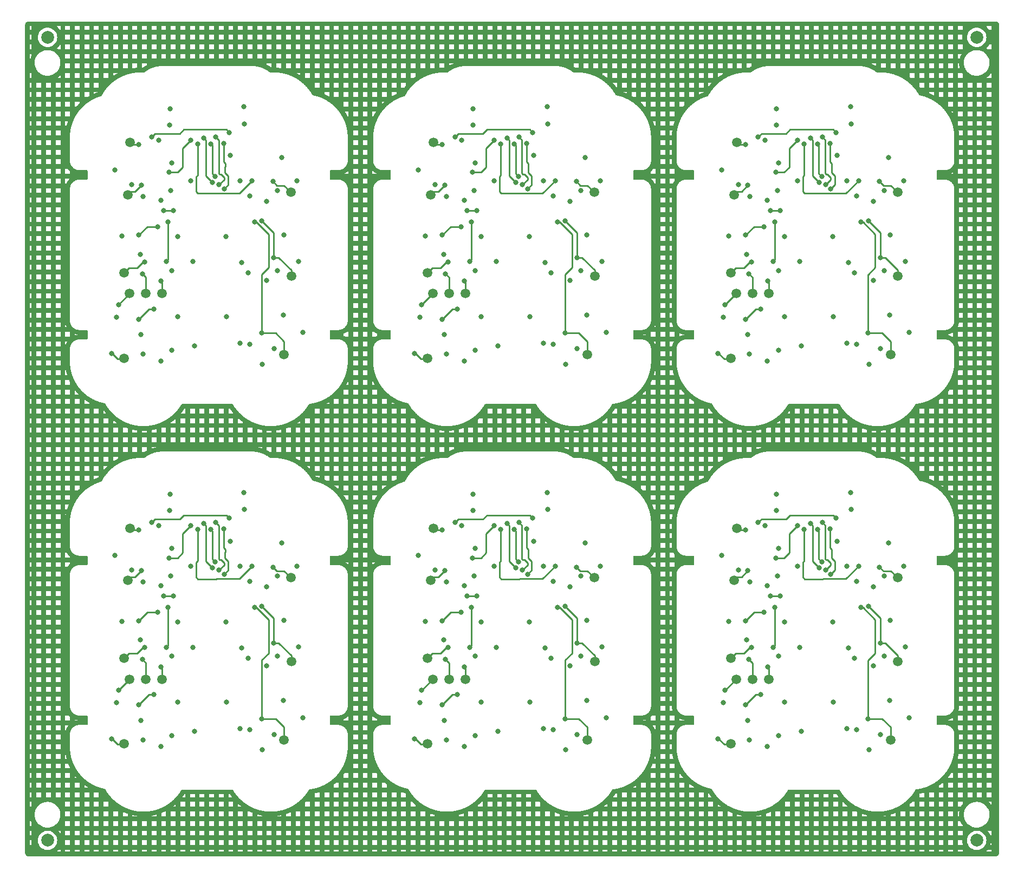
<source format=gbl>
G04 #@! TF.GenerationSoftware,KiCad,Pcbnew,6.0.0-d3dd2cf0fa~116~ubuntu20.04.1*
G04 #@! TF.CreationDate,2023-02-13T12:44:02+00:00*
G04 #@! TF.ProjectId,pixel-pump-ui-board-panel,70697865-6c2d-4707-956d-702d75692d62,rev?*
G04 #@! TF.SameCoordinates,Original*
G04 #@! TF.FileFunction,Copper,L4,Bot*
G04 #@! TF.FilePolarity,Positive*
%FSLAX46Y46*%
G04 Gerber Fmt 4.6, Leading zero omitted, Abs format (unit mm)*
G04 Created by KiCad (PCBNEW 6.0.0-d3dd2cf0fa~116~ubuntu20.04.1) date 2023-02-13 12:44:02*
%MOMM*%
%LPD*%
G01*
G04 APERTURE LIST*
G04 #@! TA.AperFunction,SMDPad,CuDef*
%ADD10C,1.500000*%
G04 #@! TD*
G04 #@! TA.AperFunction,SMDPad,CuDef*
%ADD11C,2.000000*%
G04 #@! TD*
G04 #@! TA.AperFunction,ViaPad*
%ADD12C,0.800000*%
G04 #@! TD*
G04 #@! TA.AperFunction,Conductor*
%ADD13C,0.250000*%
G04 #@! TD*
G04 APERTURE END LIST*
D10*
G04 #@! TO.P,TP8,1,1*
G04 #@! TO.N,Board_4-LED_DATA*
X64296400Y-79766151D03*
G04 #@! TD*
D11*
G04 #@! TO.P,REF\u002A\u002A,*
G04 #@! TO.N,*
X149200000Y-3000000D03*
G04 #@! TD*
D10*
G04 #@! TO.P,TP5,1,1*
G04 #@! TO.N,Board_0-REVERSE_BTN*
X15956600Y-53171955D03*
G04 #@! TD*
G04 #@! TO.P,TP10,1,1*
G04 #@! TO.N,Board_1-+3V3*
X64220200Y-43088155D03*
G04 #@! TD*
G04 #@! TO.P,TP4,1,1*
G04 #@! TO.N,Board_0-DROP_BTN*
X42042400Y-27238555D03*
G04 #@! TD*
G04 #@! TO.P,TP6,1,1*
G04 #@! TO.N,Board_4-HIGH_BTN*
X89493200Y-100644951D03*
G04 #@! TD*
G04 #@! TO.P,TP4,1,1*
G04 #@! TO.N,Board_5-DROP_BTN*
X136842400Y-87538551D03*
G04 #@! TD*
G04 #@! TO.P,TP4,1,1*
G04 #@! TO.N,Board_1-DROP_BTN*
X89442400Y-27238555D03*
G04 #@! TD*
G04 #@! TO.P,TP8,1,1*
G04 #@! TO.N,Board_0-LED_DATA*
X16896400Y-19466155D03*
G04 #@! TD*
G04 #@! TO.P,TP8,1,1*
G04 #@! TO.N,Board_5-LED_DATA*
X111696400Y-79766151D03*
G04 #@! TD*
G04 #@! TO.P,TP3,1,1*
G04 #@! TO.N,Board_2-LOW_BTN*
X110782000Y-39811555D03*
G04 #@! TD*
G04 #@! TO.P,TP2,1,1*
G04 #@! TO.N,Board_5-LIFT_BTN*
X111315400Y-87944951D03*
G04 #@! TD*
G04 #@! TO.P,TP9,1,1*
G04 #@! TO.N,Board_5-+5V*
X114160200Y-103388151D03*
G04 #@! TD*
G04 #@! TO.P,TP9,1,1*
G04 #@! TO.N,Board_0-+5V*
X19360200Y-43088155D03*
G04 #@! TD*
G04 #@! TO.P,TP7,1,1*
G04 #@! TO.N,Board_3-TRIGGER_BTN*
X40975600Y-112938551D03*
G04 #@! TD*
G04 #@! TO.P,TP1,1,1*
G04 #@! TO.N,Board_3-GND*
X21900200Y-103388151D03*
G04 #@! TD*
G04 #@! TO.P,TP6,1,1*
G04 #@! TO.N,Board_0-HIGH_BTN*
X42093200Y-40344955D03*
G04 #@! TD*
G04 #@! TO.P,TP2,1,1*
G04 #@! TO.N,Board_2-LIFT_BTN*
X111315400Y-27644955D03*
G04 #@! TD*
G04 #@! TO.P,TP4,1,1*
G04 #@! TO.N,Board_4-DROP_BTN*
X89442400Y-87538551D03*
G04 #@! TD*
G04 #@! TO.P,TP5,1,1*
G04 #@! TO.N,Board_5-REVERSE_BTN*
X110756600Y-113471951D03*
G04 #@! TD*
G04 #@! TO.P,TP3,1,1*
G04 #@! TO.N,Board_0-LOW_BTN*
X15982000Y-39811555D03*
G04 #@! TD*
G04 #@! TO.P,TP2,1,1*
G04 #@! TO.N,Board_4-LIFT_BTN*
X63915400Y-87944951D03*
G04 #@! TD*
G04 #@! TO.P,TP8,1,1*
G04 #@! TO.N,Board_3-LED_DATA*
X16896400Y-79766151D03*
G04 #@! TD*
G04 #@! TO.P,TP1,1,1*
G04 #@! TO.N,Board_5-GND*
X116700200Y-103388151D03*
G04 #@! TD*
G04 #@! TO.P,TP5,1,1*
G04 #@! TO.N,Board_1-REVERSE_BTN*
X63356600Y-53171955D03*
G04 #@! TD*
G04 #@! TO.P,TP9,1,1*
G04 #@! TO.N,Board_3-+5V*
X19360200Y-103388151D03*
G04 #@! TD*
G04 #@! TO.P,TP10,1,1*
G04 #@! TO.N,Board_3-+3V3*
X16820200Y-103388151D03*
G04 #@! TD*
G04 #@! TO.P,TP1,1,1*
G04 #@! TO.N,Board_2-GND*
X116700200Y-43088155D03*
G04 #@! TD*
G04 #@! TO.P,TP3,1,1*
G04 #@! TO.N,Board_4-LOW_BTN*
X63382000Y-100111551D03*
G04 #@! TD*
G04 #@! TO.P,TP6,1,1*
G04 #@! TO.N,Board_5-HIGH_BTN*
X136893200Y-100644951D03*
G04 #@! TD*
G04 #@! TO.P,TP3,1,1*
G04 #@! TO.N,Board_3-LOW_BTN*
X15982000Y-100111551D03*
G04 #@! TD*
G04 #@! TO.P,TP8,1,1*
G04 #@! TO.N,Board_2-LED_DATA*
X111696400Y-19466155D03*
G04 #@! TD*
G04 #@! TO.P,TP7,1,1*
G04 #@! TO.N,Board_1-TRIGGER_BTN*
X88375600Y-52638555D03*
G04 #@! TD*
G04 #@! TO.P,TP6,1,1*
G04 #@! TO.N,Board_1-HIGH_BTN*
X89493200Y-40344955D03*
G04 #@! TD*
G04 #@! TO.P,TP1,1,1*
G04 #@! TO.N,Board_4-GND*
X69300200Y-103388151D03*
G04 #@! TD*
G04 #@! TO.P,TP7,1,1*
G04 #@! TO.N,Board_4-TRIGGER_BTN*
X88375600Y-112938551D03*
G04 #@! TD*
D11*
G04 #@! TO.P,REF\u002A\u002A,*
G04 #@! TO.N,*
X4000000Y-3000000D03*
G04 #@! TD*
D10*
G04 #@! TO.P,TP6,1,1*
G04 #@! TO.N,Board_3-HIGH_BTN*
X42093200Y-100644951D03*
G04 #@! TD*
G04 #@! TO.P,TP9,1,1*
G04 #@! TO.N,Board_1-+5V*
X66760200Y-43088155D03*
G04 #@! TD*
G04 #@! TO.P,TP6,1,1*
G04 #@! TO.N,Board_2-HIGH_BTN*
X136893200Y-40344955D03*
G04 #@! TD*
G04 #@! TO.P,TP2,1,1*
G04 #@! TO.N,Board_1-LIFT_BTN*
X63915400Y-27644955D03*
G04 #@! TD*
G04 #@! TO.P,TP5,1,1*
G04 #@! TO.N,Board_4-REVERSE_BTN*
X63356600Y-113471951D03*
G04 #@! TD*
G04 #@! TO.P,TP7,1,1*
G04 #@! TO.N,Board_2-TRIGGER_BTN*
X135775600Y-52638555D03*
G04 #@! TD*
G04 #@! TO.P,TP5,1,1*
G04 #@! TO.N,Board_2-REVERSE_BTN*
X110756600Y-53171955D03*
G04 #@! TD*
G04 #@! TO.P,TP2,1,1*
G04 #@! TO.N,Board_3-LIFT_BTN*
X16515400Y-87944951D03*
G04 #@! TD*
G04 #@! TO.P,TP10,1,1*
G04 #@! TO.N,Board_0-+3V3*
X16820200Y-43088155D03*
G04 #@! TD*
G04 #@! TO.P,TP10,1,1*
G04 #@! TO.N,Board_2-+3V3*
X111620200Y-43088155D03*
G04 #@! TD*
G04 #@! TO.P,TP9,1,1*
G04 #@! TO.N,Board_4-+5V*
X66760200Y-103388151D03*
G04 #@! TD*
G04 #@! TO.P,TP3,1,1*
G04 #@! TO.N,Board_5-LOW_BTN*
X110782000Y-100111551D03*
G04 #@! TD*
G04 #@! TO.P,TP4,1,1*
G04 #@! TO.N,Board_2-DROP_BTN*
X136842400Y-27238555D03*
G04 #@! TD*
D11*
G04 #@! TO.P,REF\u002A\u002A,*
G04 #@! TO.N,*
X4000000Y-128599990D03*
G04 #@! TD*
D10*
G04 #@! TO.P,TP8,1,1*
G04 #@! TO.N,Board_1-LED_DATA*
X64296400Y-19466155D03*
G04 #@! TD*
G04 #@! TO.P,TP1,1,1*
G04 #@! TO.N,Board_0-GND*
X21900200Y-43088155D03*
G04 #@! TD*
G04 #@! TO.P,TP1,1,1*
G04 #@! TO.N,Board_1-GND*
X69300200Y-43088155D03*
G04 #@! TD*
D11*
G04 #@! TO.P,REF\u002A\u002A,*
G04 #@! TO.N,*
X149200000Y-128599990D03*
G04 #@! TD*
D10*
G04 #@! TO.P,TP7,1,1*
G04 #@! TO.N,Board_0-TRIGGER_BTN*
X40975600Y-52638555D03*
G04 #@! TD*
G04 #@! TO.P,TP2,1,1*
G04 #@! TO.N,Board_0-LIFT_BTN*
X16515400Y-27644955D03*
G04 #@! TD*
G04 #@! TO.P,TP4,1,1*
G04 #@! TO.N,Board_3-DROP_BTN*
X42042400Y-87538551D03*
G04 #@! TD*
G04 #@! TO.P,TP7,1,1*
G04 #@! TO.N,Board_5-TRIGGER_BTN*
X135775600Y-112938551D03*
G04 #@! TD*
G04 #@! TO.P,TP5,1,1*
G04 #@! TO.N,Board_3-REVERSE_BTN*
X15956600Y-113471951D03*
G04 #@! TD*
G04 #@! TO.P,TP3,1,1*
G04 #@! TO.N,Board_1-LOW_BTN*
X63382000Y-39811555D03*
G04 #@! TD*
G04 #@! TO.P,TP10,1,1*
G04 #@! TO.N,Board_4-+3V3*
X64220200Y-103388151D03*
G04 #@! TD*
G04 #@! TO.P,TP10,1,1*
G04 #@! TO.N,Board_5-+3V3*
X111620200Y-103388151D03*
G04 #@! TD*
G04 #@! TO.P,TP9,1,1*
G04 #@! TO.N,Board_2-+5V*
X114160200Y-43088155D03*
G04 #@! TD*
D12*
G04 #@! TO.N,Board_0-+3V3*
X15075000Y-44814555D03*
G04 #@! TO.N,Board_0-+5V*
X31958600Y-46669555D03*
X35311400Y-39811555D03*
X18903000Y-52562355D03*
X18953800Y-27898955D03*
X18801400Y-39989355D03*
X31882400Y-34147355D03*
X15626400Y-34096555D03*
X40899400Y-33918755D03*
X35616200Y-50987555D03*
X23094000Y-16697555D03*
X32568200Y-21498155D03*
X23398800Y-22666555D03*
X35616200Y-27771955D03*
X40823200Y-46440955D03*
X24364000Y-34147355D03*
X14525000Y-23764555D03*
X24338600Y-46669555D03*
X40620000Y-21777555D03*
X14762800Y-46745755D03*
G04 #@! TO.N,Board_0-DO_DROP*
X18268000Y-33944155D03*
X21189000Y-32623355D03*
G04 #@! TO.N,Board_0-DO_HIGH*
X20655600Y-45475755D03*
X18268000Y-47101355D03*
G04 #@! TO.N,Board_0-DROP_BTN*
X35946400Y-25409755D03*
X27437400Y-19669355D03*
X39223000Y-25562155D03*
G04 #@! TO.N,Board_0-GND*
X34117600Y-25435155D03*
X34778000Y-16570555D03*
X21722400Y-41132355D03*
X21341400Y-19110555D03*
X23398800Y-39481355D03*
X37546600Y-54162555D03*
X39934200Y-26959155D03*
X21697000Y-53603755D03*
X21697000Y-28508555D03*
X23246400Y-26933755D03*
X26954800Y-51241555D03*
X26361158Y-25411833D03*
X43875000Y-49114555D03*
X26700800Y-38084355D03*
X42982200Y-25460555D03*
X23449600Y-51952755D03*
X39375000Y-51714555D03*
X39959600Y-39455955D03*
X23119400Y-14182955D03*
X43236200Y-38058955D03*
X34320800Y-38211355D03*
X34066800Y-50809755D03*
X34701800Y-13878155D03*
X38232400Y-28660955D03*
X17175800Y-26044755D03*
X38232400Y-41005355D03*
X18575000Y-49514555D03*
X18475000Y-36914555D03*
G04 #@! TO.N,Board_0-HIGH_BTN*
X37495800Y-31708955D03*
X29520200Y-19669355D03*
X39324600Y-37423955D03*
X30206000Y-24774755D03*
G04 #@! TO.N,Board_0-LED_DATA*
X18275000Y-19764555D03*
X32415800Y-17891355D03*
X20249200Y-18602555D03*
G04 #@! TO.N,Board_0-LIFT_BTN*
X26396000Y-19110555D03*
X22992400Y-24114355D03*
X18649000Y-26120955D03*
G04 #@! TO.N,Board_0-LOW_BTN*
X22560600Y-38084355D03*
X19182400Y-38135155D03*
X28402600Y-18754955D03*
X29762984Y-25694088D03*
X22814600Y-31886755D03*
G04 #@! TO.N,Board_0-REVERSE_BTN*
X23652800Y-30108755D03*
X30282200Y-18602555D03*
X13975000Y-52414555D03*
X22128800Y-30083355D03*
X30815600Y-26044755D03*
G04 #@! TO.N,Board_0-TRIGGER_BTN*
X37445000Y-49260355D03*
X36327400Y-31886755D03*
X31603000Y-26679755D03*
X31501400Y-19567755D03*
G04 #@! TO.N,Board_1-+3V3*
X62475000Y-44814555D03*
G04 #@! TO.N,Board_1-+5V*
X79358600Y-46669555D03*
X82711400Y-39811555D03*
X66303000Y-52562355D03*
X66353800Y-27898955D03*
X66201400Y-39989355D03*
X79282400Y-34147355D03*
X63026400Y-34096555D03*
X88299400Y-33918755D03*
X83016200Y-50987555D03*
X70494000Y-16697555D03*
X79968200Y-21498155D03*
X70798800Y-22666555D03*
X83016200Y-27771955D03*
X88223200Y-46440955D03*
X71764000Y-34147355D03*
X61925000Y-23764555D03*
X71738600Y-46669555D03*
X88020000Y-21777555D03*
X62162800Y-46745755D03*
G04 #@! TO.N,Board_1-DO_DROP*
X65668000Y-33944155D03*
X68589000Y-32623355D03*
G04 #@! TO.N,Board_1-DO_HIGH*
X68055600Y-45475755D03*
X65668000Y-47101355D03*
G04 #@! TO.N,Board_1-DROP_BTN*
X83346400Y-25409755D03*
X74837400Y-19669355D03*
X86623000Y-25562155D03*
G04 #@! TO.N,Board_1-GND*
X81517600Y-25435155D03*
X82178000Y-16570555D03*
X69122400Y-41132355D03*
X68741400Y-19110555D03*
X70798800Y-39481355D03*
X84946600Y-54162555D03*
X87334200Y-26959155D03*
X69097000Y-53603755D03*
X69097000Y-28508555D03*
X70646400Y-26933755D03*
X74354800Y-51241555D03*
X73761158Y-25411833D03*
X91275000Y-49114555D03*
X74100800Y-38084355D03*
X90382200Y-25460555D03*
X70849600Y-51952755D03*
X86775000Y-51714555D03*
X87359600Y-39455955D03*
X70519400Y-14182955D03*
X90636200Y-38058955D03*
X81720800Y-38211355D03*
X81466800Y-50809755D03*
X82101800Y-13878155D03*
X85632400Y-28660955D03*
X64575800Y-26044755D03*
X85632400Y-41005355D03*
X65975000Y-49514555D03*
X65875000Y-36914555D03*
G04 #@! TO.N,Board_1-HIGH_BTN*
X84895800Y-31708955D03*
X76920200Y-19669355D03*
X86724600Y-37423955D03*
X77606000Y-24774755D03*
G04 #@! TO.N,Board_1-LED_DATA*
X65675000Y-19764555D03*
X79815800Y-17891355D03*
X67649200Y-18602555D03*
G04 #@! TO.N,Board_1-LIFT_BTN*
X73796000Y-19110555D03*
X70392400Y-24114355D03*
X66049000Y-26120955D03*
G04 #@! TO.N,Board_1-LOW_BTN*
X69960600Y-38084355D03*
X66582400Y-38135155D03*
X75802600Y-18754955D03*
X77162984Y-25694088D03*
X70214600Y-31886755D03*
G04 #@! TO.N,Board_1-REVERSE_BTN*
X71052800Y-30108755D03*
X77682200Y-18602555D03*
X61375000Y-52414555D03*
X69528800Y-30083355D03*
X78215600Y-26044755D03*
G04 #@! TO.N,Board_1-TRIGGER_BTN*
X84845000Y-49260355D03*
X83727400Y-31886755D03*
X79003000Y-26679755D03*
X78901400Y-19567755D03*
G04 #@! TO.N,Board_2-+3V3*
X109875000Y-44814555D03*
G04 #@! TO.N,Board_2-+5V*
X126758600Y-46669555D03*
X130111400Y-39811555D03*
X113703000Y-52562355D03*
X113753800Y-27898955D03*
X113601400Y-39989355D03*
X126682400Y-34147355D03*
X110426400Y-34096555D03*
X135699400Y-33918755D03*
X130416200Y-50987555D03*
X117894000Y-16697555D03*
X127368200Y-21498155D03*
X118198800Y-22666555D03*
X130416200Y-27771955D03*
X135623200Y-46440955D03*
X119164000Y-34147355D03*
X109325000Y-23764555D03*
X119138600Y-46669555D03*
X135420000Y-21777555D03*
X109562800Y-46745755D03*
G04 #@! TO.N,Board_2-DO_DROP*
X113068000Y-33944155D03*
X115989000Y-32623355D03*
G04 #@! TO.N,Board_2-DO_HIGH*
X115455600Y-45475755D03*
X113068000Y-47101355D03*
G04 #@! TO.N,Board_2-DROP_BTN*
X130746400Y-25409755D03*
X122237400Y-19669355D03*
X134023000Y-25562155D03*
G04 #@! TO.N,Board_2-GND*
X128917600Y-25435155D03*
X129578000Y-16570555D03*
X116522400Y-41132355D03*
X116141400Y-19110555D03*
X118198800Y-39481355D03*
X132346600Y-54162555D03*
X134734200Y-26959155D03*
X116497000Y-53603755D03*
X116497000Y-28508555D03*
X118046400Y-26933755D03*
X121754800Y-51241555D03*
X121161158Y-25411833D03*
X138675000Y-49114555D03*
X121500800Y-38084355D03*
X137782200Y-25460555D03*
X118249600Y-51952755D03*
X134175000Y-51714555D03*
X134759600Y-39455955D03*
X117919400Y-14182955D03*
X138036200Y-38058955D03*
X129120800Y-38211355D03*
X128866800Y-50809755D03*
X129501800Y-13878155D03*
X133032400Y-28660955D03*
X111975800Y-26044755D03*
X133032400Y-41005355D03*
X113375000Y-49514555D03*
X113275000Y-36914555D03*
G04 #@! TO.N,Board_2-HIGH_BTN*
X132295800Y-31708955D03*
X124320200Y-19669355D03*
X134124600Y-37423955D03*
X125006000Y-24774755D03*
G04 #@! TO.N,Board_2-LED_DATA*
X113075000Y-19764555D03*
X127215800Y-17891355D03*
X115049200Y-18602555D03*
G04 #@! TO.N,Board_2-LIFT_BTN*
X121196000Y-19110555D03*
X117792400Y-24114355D03*
X113449000Y-26120955D03*
G04 #@! TO.N,Board_2-LOW_BTN*
X117360600Y-38084355D03*
X113982400Y-38135155D03*
X123202600Y-18754955D03*
X124562984Y-25694088D03*
X117614600Y-31886755D03*
G04 #@! TO.N,Board_2-REVERSE_BTN*
X118452800Y-30108755D03*
X125082200Y-18602555D03*
X108775000Y-52414555D03*
X116928800Y-30083355D03*
X125615600Y-26044755D03*
G04 #@! TO.N,Board_2-TRIGGER_BTN*
X132245000Y-49260355D03*
X131127400Y-31886755D03*
X126403000Y-26679755D03*
X126301400Y-19567755D03*
G04 #@! TO.N,Board_3-+3V3*
X15075000Y-105114551D03*
G04 #@! TO.N,Board_3-+5V*
X31958600Y-106969551D03*
X35311400Y-100111551D03*
X18903000Y-112862351D03*
X18953800Y-88198951D03*
X18801400Y-100289351D03*
X31882400Y-94447351D03*
X15626400Y-94396551D03*
X40899400Y-94218751D03*
X35616200Y-111287551D03*
X23094000Y-76997551D03*
X32568200Y-81798151D03*
X23398800Y-82966551D03*
X35616200Y-88071951D03*
X40823200Y-106740951D03*
X24364000Y-94447351D03*
X14525000Y-84064551D03*
X24338600Y-106969551D03*
X40620000Y-82077551D03*
X14762800Y-107045751D03*
G04 #@! TO.N,Board_3-DO_DROP*
X18268000Y-94244151D03*
X21189000Y-92923351D03*
G04 #@! TO.N,Board_3-DO_HIGH*
X20655600Y-105775751D03*
X18268000Y-107401351D03*
G04 #@! TO.N,Board_3-DROP_BTN*
X35946400Y-85709751D03*
X27437400Y-79969351D03*
X39223000Y-85862151D03*
G04 #@! TO.N,Board_3-GND*
X34117600Y-85735151D03*
X34778000Y-76870551D03*
X21722400Y-101432351D03*
X21341400Y-79410551D03*
X23398800Y-99781351D03*
X37546600Y-114462551D03*
X39934200Y-87259151D03*
X21697000Y-113903751D03*
X21697000Y-88808551D03*
X23246400Y-87233751D03*
X26954800Y-111541551D03*
X26361158Y-85711829D03*
X43875000Y-109414551D03*
X26700800Y-98384351D03*
X42982200Y-85760551D03*
X23449600Y-112252751D03*
X39375000Y-112014551D03*
X39959600Y-99755951D03*
X23119400Y-74482951D03*
X43236200Y-98358951D03*
X34320800Y-98511351D03*
X34066800Y-111109751D03*
X34701800Y-74178151D03*
X38232400Y-88960951D03*
X17175800Y-86344751D03*
X38232400Y-101305351D03*
X18575000Y-109814551D03*
X18475000Y-97214551D03*
G04 #@! TO.N,Board_3-HIGH_BTN*
X37495800Y-92008951D03*
X29520200Y-79969351D03*
X39324600Y-97723951D03*
X30206000Y-85074751D03*
G04 #@! TO.N,Board_3-LED_DATA*
X18275000Y-80064551D03*
X32415800Y-78191351D03*
X20249200Y-78902551D03*
G04 #@! TO.N,Board_3-LIFT_BTN*
X26396000Y-79410551D03*
X22992400Y-84414351D03*
X18649000Y-86420951D03*
G04 #@! TO.N,Board_3-LOW_BTN*
X22560600Y-98384351D03*
X19182400Y-98435151D03*
X28402600Y-79054951D03*
X29762984Y-85994084D03*
X22814600Y-92186751D03*
G04 #@! TO.N,Board_3-REVERSE_BTN*
X23652800Y-90408751D03*
X30282200Y-78902551D03*
X13975000Y-112714551D03*
X22128800Y-90383351D03*
X30815600Y-86344751D03*
G04 #@! TO.N,Board_3-TRIGGER_BTN*
X37445000Y-109560351D03*
X36327400Y-92186751D03*
X31603000Y-86979751D03*
X31501400Y-79867751D03*
G04 #@! TO.N,Board_4-+3V3*
X62475000Y-105114551D03*
G04 #@! TO.N,Board_4-+5V*
X79358600Y-106969551D03*
X82711400Y-100111551D03*
X66303000Y-112862351D03*
X66353800Y-88198951D03*
X66201400Y-100289351D03*
X79282400Y-94447351D03*
X63026400Y-94396551D03*
X88299400Y-94218751D03*
X83016200Y-111287551D03*
X70494000Y-76997551D03*
X79968200Y-81798151D03*
X70798800Y-82966551D03*
X83016200Y-88071951D03*
X88223200Y-106740951D03*
X71764000Y-94447351D03*
X61925000Y-84064551D03*
X71738600Y-106969551D03*
X88020000Y-82077551D03*
X62162800Y-107045751D03*
G04 #@! TO.N,Board_4-DO_DROP*
X65668000Y-94244151D03*
X68589000Y-92923351D03*
G04 #@! TO.N,Board_4-DO_HIGH*
X68055600Y-105775751D03*
X65668000Y-107401351D03*
G04 #@! TO.N,Board_4-DROP_BTN*
X83346400Y-85709751D03*
X74837400Y-79969351D03*
X86623000Y-85862151D03*
G04 #@! TO.N,Board_4-GND*
X81517600Y-85735151D03*
X82178000Y-76870551D03*
X69122400Y-101432351D03*
X68741400Y-79410551D03*
X70798800Y-99781351D03*
X84946600Y-114462551D03*
X87334200Y-87259151D03*
X69097000Y-113903751D03*
X69097000Y-88808551D03*
X70646400Y-87233751D03*
X74354800Y-111541551D03*
X73761158Y-85711829D03*
X91275000Y-109414551D03*
X74100800Y-98384351D03*
X90382200Y-85760551D03*
X70849600Y-112252751D03*
X86775000Y-112014551D03*
X87359600Y-99755951D03*
X70519400Y-74482951D03*
X90636200Y-98358951D03*
X81720800Y-98511351D03*
X81466800Y-111109751D03*
X82101800Y-74178151D03*
X85632400Y-88960951D03*
X64575800Y-86344751D03*
X85632400Y-101305351D03*
X65975000Y-109814551D03*
X65875000Y-97214551D03*
G04 #@! TO.N,Board_4-HIGH_BTN*
X84895800Y-92008951D03*
X76920200Y-79969351D03*
X86724600Y-97723951D03*
X77606000Y-85074751D03*
G04 #@! TO.N,Board_4-LED_DATA*
X65675000Y-80064551D03*
X79815800Y-78191351D03*
X67649200Y-78902551D03*
G04 #@! TO.N,Board_4-LIFT_BTN*
X73796000Y-79410551D03*
X70392400Y-84414351D03*
X66049000Y-86420951D03*
G04 #@! TO.N,Board_4-LOW_BTN*
X69960600Y-98384351D03*
X66582400Y-98435151D03*
X75802600Y-79054951D03*
X77162984Y-85994084D03*
X70214600Y-92186751D03*
G04 #@! TO.N,Board_4-REVERSE_BTN*
X71052800Y-90408751D03*
X77682200Y-78902551D03*
X61375000Y-112714551D03*
X69528800Y-90383351D03*
X78215600Y-86344751D03*
G04 #@! TO.N,Board_4-TRIGGER_BTN*
X84845000Y-109560351D03*
X83727400Y-92186751D03*
X79003000Y-86979751D03*
X78901400Y-79867751D03*
G04 #@! TO.N,Board_5-+3V3*
X109875000Y-105114551D03*
G04 #@! TO.N,Board_5-+5V*
X126758600Y-106969551D03*
X130111400Y-100111551D03*
X113703000Y-112862351D03*
X113753800Y-88198951D03*
X113601400Y-100289351D03*
X126682400Y-94447351D03*
X110426400Y-94396551D03*
X135699400Y-94218751D03*
X130416200Y-111287551D03*
X117894000Y-76997551D03*
X127368200Y-81798151D03*
X118198800Y-82966551D03*
X130416200Y-88071951D03*
X135623200Y-106740951D03*
X119164000Y-94447351D03*
X109325000Y-84064551D03*
X119138600Y-106969551D03*
X135420000Y-82077551D03*
X109562800Y-107045751D03*
G04 #@! TO.N,Board_5-DO_DROP*
X113068000Y-94244151D03*
X115989000Y-92923351D03*
G04 #@! TO.N,Board_5-DO_HIGH*
X115455600Y-105775751D03*
X113068000Y-107401351D03*
G04 #@! TO.N,Board_5-DROP_BTN*
X130746400Y-85709751D03*
X122237400Y-79969351D03*
X134023000Y-85862151D03*
G04 #@! TO.N,Board_5-GND*
X128917600Y-85735151D03*
X129578000Y-76870551D03*
X116522400Y-101432351D03*
X116141400Y-79410551D03*
X118198800Y-99781351D03*
X132346600Y-114462551D03*
X134734200Y-87259151D03*
X116497000Y-113903751D03*
X116497000Y-88808551D03*
X118046400Y-87233751D03*
X121754800Y-111541551D03*
X121161158Y-85711829D03*
X138675000Y-109414551D03*
X121500800Y-98384351D03*
X137782200Y-85760551D03*
X118249600Y-112252751D03*
X134175000Y-112014551D03*
X134759600Y-99755951D03*
X117919400Y-74482951D03*
X138036200Y-98358951D03*
X129120800Y-98511351D03*
X128866800Y-111109751D03*
X129501800Y-74178151D03*
X133032400Y-88960951D03*
X111975800Y-86344751D03*
X133032400Y-101305351D03*
X113375000Y-109814551D03*
X113275000Y-97214551D03*
G04 #@! TO.N,Board_5-HIGH_BTN*
X132295800Y-92008951D03*
X124320200Y-79969351D03*
X134124600Y-97723951D03*
X125006000Y-85074751D03*
G04 #@! TO.N,Board_5-LED_DATA*
X113075000Y-80064551D03*
X127215800Y-78191351D03*
X115049200Y-78902551D03*
G04 #@! TO.N,Board_5-LIFT_BTN*
X121196000Y-79410551D03*
X117792400Y-84414351D03*
X113449000Y-86420951D03*
G04 #@! TO.N,Board_5-LOW_BTN*
X117360600Y-98384351D03*
X113982400Y-98435151D03*
X123202600Y-79054951D03*
X124562984Y-85994084D03*
X117614600Y-92186751D03*
G04 #@! TO.N,Board_5-REVERSE_BTN*
X118452800Y-90408751D03*
X125082200Y-78902551D03*
X108775000Y-112714551D03*
X116928800Y-90383351D03*
X125615600Y-86344751D03*
G04 #@! TO.N,Board_5-TRIGGER_BTN*
X132245000Y-109560351D03*
X131127400Y-92186751D03*
X126403000Y-86979751D03*
X126301400Y-79867751D03*
G04 #@! TD*
D13*
G04 #@! TO.N,Board_0-+3V3*
X16820200Y-43088155D02*
X16801400Y-43088155D01*
X16801400Y-43088155D02*
X15075000Y-44814555D01*
G04 #@! TO.N,Board_0-+5V*
X19360200Y-43088155D02*
X19360200Y-40548155D01*
X19360200Y-40548155D02*
X18801400Y-39989355D01*
G04 #@! TO.N,Board_0-DO_DROP*
X19588800Y-32623355D02*
X18268000Y-33944155D01*
X21189000Y-32623355D02*
X19588800Y-32623355D01*
G04 #@! TO.N,Board_0-DO_HIGH*
X19893600Y-45475755D02*
X18268000Y-47101355D01*
X20655600Y-45475755D02*
X19893600Y-45475755D01*
G04 #@! TO.N,Board_0-DROP_BTN*
X39832600Y-26171755D02*
X39223000Y-25562155D01*
X27234200Y-24800155D02*
X27234200Y-27136955D01*
X33951899Y-27404256D02*
X35946400Y-25409755D01*
X42042400Y-27238555D02*
X40975600Y-26171755D01*
X27437400Y-24596955D02*
X27234200Y-24800155D01*
X40975600Y-26171755D02*
X40848600Y-26171755D01*
X30397101Y-27404256D02*
X33951899Y-27404256D01*
X27437400Y-19669355D02*
X27437400Y-24596955D01*
X30385002Y-27416355D02*
X30397101Y-27404256D01*
X40848600Y-26171755D02*
X39832600Y-26171755D01*
X27234200Y-27136955D02*
X27513600Y-27416355D01*
X27513600Y-27416355D02*
X30385002Y-27416355D01*
G04 #@! TO.N,Board_0-GND*
X21900200Y-43088155D02*
X21900200Y-41310155D01*
X21900200Y-41310155D02*
X21722400Y-41132355D01*
G04 #@! TO.N,Board_0-HIGH_BTN*
X39324600Y-33537755D02*
X39324600Y-37423955D01*
X29740800Y-24309555D02*
X30206000Y-24774755D01*
X42093200Y-39405155D02*
X40112000Y-37423955D01*
X29520200Y-19669355D02*
X29740800Y-19889955D01*
X42093200Y-40344955D02*
X42093200Y-39405155D01*
X29740800Y-19889955D02*
X29740800Y-24309555D01*
X37495800Y-31708955D02*
X39324600Y-33537755D01*
X40112000Y-37423955D02*
X39324600Y-37423955D01*
G04 #@! TO.N,Board_0-LED_DATA*
X24643400Y-18043755D02*
X25253000Y-17434155D01*
X20249200Y-18602555D02*
X20808000Y-18043755D01*
X20808000Y-18043755D02*
X23729000Y-18043755D01*
X23729000Y-18043755D02*
X24643400Y-18043755D01*
X18275000Y-19764555D02*
X17194800Y-19764555D01*
X25253000Y-17434155D02*
X31958600Y-17434155D01*
X31958600Y-17434155D02*
X32415800Y-17891355D01*
X17194800Y-19764555D02*
X16896400Y-19466155D01*
G04 #@! TO.N,Board_0-LIFT_BTN*
X22992400Y-24114355D02*
X24313200Y-24114355D01*
X25126000Y-23301555D02*
X25126000Y-20380555D01*
X17658400Y-27111555D02*
X18649000Y-26120955D01*
X16515400Y-27644955D02*
X17048800Y-27111555D01*
X24313200Y-24114355D02*
X25126000Y-23301555D01*
X17455200Y-27111555D02*
X17658400Y-27111555D01*
X17048800Y-27111555D02*
X17455200Y-27111555D01*
X25126000Y-20380555D02*
X26396000Y-19110555D01*
G04 #@! TO.N,Board_0-LOW_BTN*
X18014000Y-39049555D02*
X18852200Y-38211355D01*
X22814600Y-31886755D02*
X22814600Y-37830355D01*
X28740800Y-23228155D02*
X28740800Y-24671904D01*
X18852200Y-38211355D02*
X18928400Y-38135155D01*
X28740800Y-24671904D02*
X29762984Y-25694088D01*
X22814600Y-37830355D02*
X22560600Y-38084355D01*
X28740800Y-19093155D02*
X28402600Y-18754955D01*
X15982000Y-39811555D02*
X16744000Y-39049555D01*
X28740800Y-23228155D02*
X28740800Y-19093155D01*
X16744000Y-39049555D02*
X18014000Y-39049555D01*
X18928400Y-38135155D02*
X19182400Y-38135155D01*
G04 #@! TO.N,Board_0-REVERSE_BTN*
X30740800Y-23228155D02*
X30740800Y-19061155D01*
X30740800Y-24284955D02*
X30740800Y-23228155D01*
X31095000Y-24419155D02*
X30875000Y-24419155D01*
X14975000Y-53314555D02*
X15814000Y-53314555D01*
X13975000Y-52414555D02*
X14075000Y-52414555D01*
X30740800Y-19061155D02*
X30282200Y-18602555D01*
X14075000Y-52414555D02*
X14975000Y-53314555D01*
X15814000Y-53314555D02*
X15956600Y-53171955D01*
X22154200Y-30108755D02*
X22128800Y-30083355D01*
X30875000Y-24419155D02*
X30740800Y-24284955D01*
X31603000Y-25257355D02*
X31603000Y-24927155D01*
X30815600Y-26044755D02*
X31603000Y-25257355D01*
X23652800Y-30108755D02*
X22154200Y-30108755D01*
X31603000Y-24927155D02*
X31095000Y-24419155D01*
G04 #@! TO.N,Board_0-TRIGGER_BTN*
X32238000Y-26044755D02*
X32238000Y-24673155D01*
X36632200Y-31886755D02*
X38537200Y-33791755D01*
X31603000Y-26679755D02*
X32238000Y-26044755D01*
X38537200Y-39024155D02*
X37495800Y-40065555D01*
X31501400Y-22514155D02*
X31755400Y-22768155D01*
X31501400Y-19567755D02*
X31501400Y-22514155D01*
X31740800Y-24175955D02*
X31740800Y-23228155D01*
X31755400Y-22768155D02*
X31755400Y-23213555D01*
X36327400Y-31886755D02*
X36632200Y-31886755D01*
X32238000Y-24673155D02*
X31740800Y-24175955D01*
X37495800Y-40065555D02*
X37445000Y-40116355D01*
X37445000Y-40116355D02*
X37445000Y-49260355D01*
X38537200Y-33791755D02*
X38537200Y-39024155D01*
X31755400Y-23213555D02*
X31740800Y-23228155D01*
X40975600Y-50606555D02*
X39629400Y-49260355D01*
X39629400Y-49260355D02*
X37445000Y-49260355D01*
X40975600Y-52638555D02*
X40975600Y-50606555D01*
G04 #@! TO.N,Board_1-+3V3*
X64220200Y-43088155D02*
X64201400Y-43088155D01*
X64201400Y-43088155D02*
X62475000Y-44814555D01*
G04 #@! TO.N,Board_1-+5V*
X66760200Y-43088155D02*
X66760200Y-40548155D01*
X66760200Y-40548155D02*
X66201400Y-39989355D01*
G04 #@! TO.N,Board_1-DO_DROP*
X66988800Y-32623355D02*
X65668000Y-33944155D01*
X68589000Y-32623355D02*
X66988800Y-32623355D01*
G04 #@! TO.N,Board_1-DO_HIGH*
X67293600Y-45475755D02*
X65668000Y-47101355D01*
X68055600Y-45475755D02*
X67293600Y-45475755D01*
G04 #@! TO.N,Board_1-DROP_BTN*
X87232600Y-26171755D02*
X86623000Y-25562155D01*
X74634200Y-24800155D02*
X74634200Y-27136955D01*
X81351899Y-27404256D02*
X83346400Y-25409755D01*
X89442400Y-27238555D02*
X88375600Y-26171755D01*
X74837400Y-24596955D02*
X74634200Y-24800155D01*
X88375600Y-26171755D02*
X88248600Y-26171755D01*
X77797101Y-27404256D02*
X81351899Y-27404256D01*
X74837400Y-19669355D02*
X74837400Y-24596955D01*
X77785002Y-27416355D02*
X77797101Y-27404256D01*
X88248600Y-26171755D02*
X87232600Y-26171755D01*
X74634200Y-27136955D02*
X74913600Y-27416355D01*
X74913600Y-27416355D02*
X77785002Y-27416355D01*
G04 #@! TO.N,Board_1-GND*
X69300200Y-43088155D02*
X69300200Y-41310155D01*
X69300200Y-41310155D02*
X69122400Y-41132355D01*
G04 #@! TO.N,Board_1-HIGH_BTN*
X86724600Y-33537755D02*
X86724600Y-37423955D01*
X77140800Y-24309555D02*
X77606000Y-24774755D01*
X89493200Y-39405155D02*
X87512000Y-37423955D01*
X76920200Y-19669355D02*
X77140800Y-19889955D01*
X89493200Y-40344955D02*
X89493200Y-39405155D01*
X77140800Y-19889955D02*
X77140800Y-24309555D01*
X84895800Y-31708955D02*
X86724600Y-33537755D01*
X87512000Y-37423955D02*
X86724600Y-37423955D01*
G04 #@! TO.N,Board_1-LED_DATA*
X72043400Y-18043755D02*
X72653000Y-17434155D01*
X67649200Y-18602555D02*
X68208000Y-18043755D01*
X68208000Y-18043755D02*
X71129000Y-18043755D01*
X71129000Y-18043755D02*
X72043400Y-18043755D01*
X65675000Y-19764555D02*
X64594800Y-19764555D01*
X72653000Y-17434155D02*
X79358600Y-17434155D01*
X79358600Y-17434155D02*
X79815800Y-17891355D01*
X64594800Y-19764555D02*
X64296400Y-19466155D01*
G04 #@! TO.N,Board_1-LIFT_BTN*
X70392400Y-24114355D02*
X71713200Y-24114355D01*
X72526000Y-23301555D02*
X72526000Y-20380555D01*
X65058400Y-27111555D02*
X66049000Y-26120955D01*
X63915400Y-27644955D02*
X64448800Y-27111555D01*
X71713200Y-24114355D02*
X72526000Y-23301555D01*
X64855200Y-27111555D02*
X65058400Y-27111555D01*
X64448800Y-27111555D02*
X64855200Y-27111555D01*
X72526000Y-20380555D02*
X73796000Y-19110555D01*
G04 #@! TO.N,Board_1-LOW_BTN*
X65414000Y-39049555D02*
X66252200Y-38211355D01*
X70214600Y-31886755D02*
X70214600Y-37830355D01*
X76140800Y-23228155D02*
X76140800Y-24671904D01*
X66252200Y-38211355D02*
X66328400Y-38135155D01*
X76140800Y-24671904D02*
X77162984Y-25694088D01*
X70214600Y-37830355D02*
X69960600Y-38084355D01*
X76140800Y-19093155D02*
X75802600Y-18754955D01*
X63382000Y-39811555D02*
X64144000Y-39049555D01*
X76140800Y-23228155D02*
X76140800Y-19093155D01*
X64144000Y-39049555D02*
X65414000Y-39049555D01*
X66328400Y-38135155D02*
X66582400Y-38135155D01*
G04 #@! TO.N,Board_1-REVERSE_BTN*
X78140800Y-23228155D02*
X78140800Y-19061155D01*
X78140800Y-24284955D02*
X78140800Y-23228155D01*
X78495000Y-24419155D02*
X78275000Y-24419155D01*
X62375000Y-53314555D02*
X63214000Y-53314555D01*
X61375000Y-52414555D02*
X61475000Y-52414555D01*
X78140800Y-19061155D02*
X77682200Y-18602555D01*
X61475000Y-52414555D02*
X62375000Y-53314555D01*
X63214000Y-53314555D02*
X63356600Y-53171955D01*
X69554200Y-30108755D02*
X69528800Y-30083355D01*
X78275000Y-24419155D02*
X78140800Y-24284955D01*
X79003000Y-25257355D02*
X79003000Y-24927155D01*
X78215600Y-26044755D02*
X79003000Y-25257355D01*
X71052800Y-30108755D02*
X69554200Y-30108755D01*
X79003000Y-24927155D02*
X78495000Y-24419155D01*
G04 #@! TO.N,Board_1-TRIGGER_BTN*
X79638000Y-26044755D02*
X79638000Y-24673155D01*
X84032200Y-31886755D02*
X85937200Y-33791755D01*
X79003000Y-26679755D02*
X79638000Y-26044755D01*
X85937200Y-39024155D02*
X84895800Y-40065555D01*
X78901400Y-22514155D02*
X79155400Y-22768155D01*
X78901400Y-19567755D02*
X78901400Y-22514155D01*
X79140800Y-24175955D02*
X79140800Y-23228155D01*
X79155400Y-22768155D02*
X79155400Y-23213555D01*
X83727400Y-31886755D02*
X84032200Y-31886755D01*
X79638000Y-24673155D02*
X79140800Y-24175955D01*
X84895800Y-40065555D02*
X84845000Y-40116355D01*
X84845000Y-40116355D02*
X84845000Y-49260355D01*
X85937200Y-33791755D02*
X85937200Y-39024155D01*
X79155400Y-23213555D02*
X79140800Y-23228155D01*
X88375600Y-50606555D02*
X87029400Y-49260355D01*
X87029400Y-49260355D02*
X84845000Y-49260355D01*
X88375600Y-52638555D02*
X88375600Y-50606555D01*
G04 #@! TO.N,Board_2-+3V3*
X111620200Y-43088155D02*
X111601400Y-43088155D01*
X111601400Y-43088155D02*
X109875000Y-44814555D01*
G04 #@! TO.N,Board_2-+5V*
X114160200Y-43088155D02*
X114160200Y-40548155D01*
X114160200Y-40548155D02*
X113601400Y-39989355D01*
G04 #@! TO.N,Board_2-DO_DROP*
X114388800Y-32623355D02*
X113068000Y-33944155D01*
X115989000Y-32623355D02*
X114388800Y-32623355D01*
G04 #@! TO.N,Board_2-DO_HIGH*
X114693600Y-45475755D02*
X113068000Y-47101355D01*
X115455600Y-45475755D02*
X114693600Y-45475755D01*
G04 #@! TO.N,Board_2-DROP_BTN*
X134632600Y-26171755D02*
X134023000Y-25562155D01*
X122034200Y-24800155D02*
X122034200Y-27136955D01*
X128751899Y-27404256D02*
X130746400Y-25409755D01*
X136842400Y-27238555D02*
X135775600Y-26171755D01*
X122237400Y-24596955D02*
X122034200Y-24800155D01*
X135775600Y-26171755D02*
X135648600Y-26171755D01*
X125197101Y-27404256D02*
X128751899Y-27404256D01*
X122237400Y-19669355D02*
X122237400Y-24596955D01*
X125185002Y-27416355D02*
X125197101Y-27404256D01*
X135648600Y-26171755D02*
X134632600Y-26171755D01*
X122034200Y-27136955D02*
X122313600Y-27416355D01*
X122313600Y-27416355D02*
X125185002Y-27416355D01*
G04 #@! TO.N,Board_2-GND*
X116700200Y-43088155D02*
X116700200Y-41310155D01*
X116700200Y-41310155D02*
X116522400Y-41132355D01*
G04 #@! TO.N,Board_2-HIGH_BTN*
X134124600Y-33537755D02*
X134124600Y-37423955D01*
X124540800Y-24309555D02*
X125006000Y-24774755D01*
X136893200Y-39405155D02*
X134912000Y-37423955D01*
X124320200Y-19669355D02*
X124540800Y-19889955D01*
X136893200Y-40344955D02*
X136893200Y-39405155D01*
X124540800Y-19889955D02*
X124540800Y-24309555D01*
X132295800Y-31708955D02*
X134124600Y-33537755D01*
X134912000Y-37423955D02*
X134124600Y-37423955D01*
G04 #@! TO.N,Board_2-LED_DATA*
X119443400Y-18043755D02*
X120053000Y-17434155D01*
X115049200Y-18602555D02*
X115608000Y-18043755D01*
X115608000Y-18043755D02*
X118529000Y-18043755D01*
X118529000Y-18043755D02*
X119443400Y-18043755D01*
X113075000Y-19764555D02*
X111994800Y-19764555D01*
X120053000Y-17434155D02*
X126758600Y-17434155D01*
X126758600Y-17434155D02*
X127215800Y-17891355D01*
X111994800Y-19764555D02*
X111696400Y-19466155D01*
G04 #@! TO.N,Board_2-LIFT_BTN*
X117792400Y-24114355D02*
X119113200Y-24114355D01*
X119926000Y-23301555D02*
X119926000Y-20380555D01*
X112458400Y-27111555D02*
X113449000Y-26120955D01*
X111315400Y-27644955D02*
X111848800Y-27111555D01*
X119113200Y-24114355D02*
X119926000Y-23301555D01*
X112255200Y-27111555D02*
X112458400Y-27111555D01*
X111848800Y-27111555D02*
X112255200Y-27111555D01*
X119926000Y-20380555D02*
X121196000Y-19110555D01*
G04 #@! TO.N,Board_2-LOW_BTN*
X112814000Y-39049555D02*
X113652200Y-38211355D01*
X117614600Y-31886755D02*
X117614600Y-37830355D01*
X123540800Y-23228155D02*
X123540800Y-24671904D01*
X113652200Y-38211355D02*
X113728400Y-38135155D01*
X123540800Y-24671904D02*
X124562984Y-25694088D01*
X117614600Y-37830355D02*
X117360600Y-38084355D01*
X123540800Y-19093155D02*
X123202600Y-18754955D01*
X110782000Y-39811555D02*
X111544000Y-39049555D01*
X123540800Y-23228155D02*
X123540800Y-19093155D01*
X111544000Y-39049555D02*
X112814000Y-39049555D01*
X113728400Y-38135155D02*
X113982400Y-38135155D01*
G04 #@! TO.N,Board_2-REVERSE_BTN*
X125540800Y-23228155D02*
X125540800Y-19061155D01*
X125540800Y-24284955D02*
X125540800Y-23228155D01*
X125895000Y-24419155D02*
X125675000Y-24419155D01*
X109775000Y-53314555D02*
X110614000Y-53314555D01*
X108775000Y-52414555D02*
X108875000Y-52414555D01*
X125540800Y-19061155D02*
X125082200Y-18602555D01*
X108875000Y-52414555D02*
X109775000Y-53314555D01*
X110614000Y-53314555D02*
X110756600Y-53171955D01*
X116954200Y-30108755D02*
X116928800Y-30083355D01*
X125675000Y-24419155D02*
X125540800Y-24284955D01*
X126403000Y-25257355D02*
X126403000Y-24927155D01*
X125615600Y-26044755D02*
X126403000Y-25257355D01*
X118452800Y-30108755D02*
X116954200Y-30108755D01*
X126403000Y-24927155D02*
X125895000Y-24419155D01*
G04 #@! TO.N,Board_2-TRIGGER_BTN*
X127038000Y-26044755D02*
X127038000Y-24673155D01*
X131432200Y-31886755D02*
X133337200Y-33791755D01*
X126403000Y-26679755D02*
X127038000Y-26044755D01*
X133337200Y-39024155D02*
X132295800Y-40065555D01*
X126301400Y-22514155D02*
X126555400Y-22768155D01*
X126301400Y-19567755D02*
X126301400Y-22514155D01*
X126540800Y-24175955D02*
X126540800Y-23228155D01*
X126555400Y-22768155D02*
X126555400Y-23213555D01*
X131127400Y-31886755D02*
X131432200Y-31886755D01*
X127038000Y-24673155D02*
X126540800Y-24175955D01*
X132295800Y-40065555D02*
X132245000Y-40116355D01*
X132245000Y-40116355D02*
X132245000Y-49260355D01*
X133337200Y-33791755D02*
X133337200Y-39024155D01*
X126555400Y-23213555D02*
X126540800Y-23228155D01*
X135775600Y-50606555D02*
X134429400Y-49260355D01*
X134429400Y-49260355D02*
X132245000Y-49260355D01*
X135775600Y-52638555D02*
X135775600Y-50606555D01*
G04 #@! TO.N,Board_3-+3V3*
X16820200Y-103388151D02*
X16801400Y-103388151D01*
X16801400Y-103388151D02*
X15075000Y-105114551D01*
G04 #@! TO.N,Board_3-+5V*
X19360200Y-103388151D02*
X19360200Y-100848151D01*
X19360200Y-100848151D02*
X18801400Y-100289351D01*
G04 #@! TO.N,Board_3-DO_DROP*
X19588800Y-92923351D02*
X18268000Y-94244151D01*
X21189000Y-92923351D02*
X19588800Y-92923351D01*
G04 #@! TO.N,Board_3-DO_HIGH*
X19893600Y-105775751D02*
X18268000Y-107401351D01*
X20655600Y-105775751D02*
X19893600Y-105775751D01*
G04 #@! TO.N,Board_3-DROP_BTN*
X39832600Y-86471751D02*
X39223000Y-85862151D01*
X27234200Y-85100151D02*
X27234200Y-87436951D01*
X33951899Y-87704252D02*
X35946400Y-85709751D01*
X42042400Y-87538551D02*
X40975600Y-86471751D01*
X27437400Y-84896951D02*
X27234200Y-85100151D01*
X40975600Y-86471751D02*
X40848600Y-86471751D01*
X30397101Y-87704252D02*
X33951899Y-87704252D01*
X27437400Y-79969351D02*
X27437400Y-84896951D01*
X30385002Y-87716351D02*
X30397101Y-87704252D01*
X40848600Y-86471751D02*
X39832600Y-86471751D01*
X27234200Y-87436951D02*
X27513600Y-87716351D01*
X27513600Y-87716351D02*
X30385002Y-87716351D01*
G04 #@! TO.N,Board_3-GND*
X21900200Y-103388151D02*
X21900200Y-101610151D01*
X21900200Y-101610151D02*
X21722400Y-101432351D01*
G04 #@! TO.N,Board_3-HIGH_BTN*
X39324600Y-93837751D02*
X39324600Y-97723951D01*
X29740800Y-84609551D02*
X30206000Y-85074751D01*
X42093200Y-99705151D02*
X40112000Y-97723951D01*
X29520200Y-79969351D02*
X29740800Y-80189951D01*
X42093200Y-100644951D02*
X42093200Y-99705151D01*
X29740800Y-80189951D02*
X29740800Y-84609551D01*
X37495800Y-92008951D02*
X39324600Y-93837751D01*
X40112000Y-97723951D02*
X39324600Y-97723951D01*
G04 #@! TO.N,Board_3-LED_DATA*
X24643400Y-78343751D02*
X25253000Y-77734151D01*
X20249200Y-78902551D02*
X20808000Y-78343751D01*
X20808000Y-78343751D02*
X23729000Y-78343751D01*
X23729000Y-78343751D02*
X24643400Y-78343751D01*
X18275000Y-80064551D02*
X17194800Y-80064551D01*
X25253000Y-77734151D02*
X31958600Y-77734151D01*
X31958600Y-77734151D02*
X32415800Y-78191351D01*
X17194800Y-80064551D02*
X16896400Y-79766151D01*
G04 #@! TO.N,Board_3-LIFT_BTN*
X22992400Y-84414351D02*
X24313200Y-84414351D01*
X25126000Y-83601551D02*
X25126000Y-80680551D01*
X17658400Y-87411551D02*
X18649000Y-86420951D01*
X16515400Y-87944951D02*
X17048800Y-87411551D01*
X24313200Y-84414351D02*
X25126000Y-83601551D01*
X17455200Y-87411551D02*
X17658400Y-87411551D01*
X17048800Y-87411551D02*
X17455200Y-87411551D01*
X25126000Y-80680551D02*
X26396000Y-79410551D01*
G04 #@! TO.N,Board_3-LOW_BTN*
X18014000Y-99349551D02*
X18852200Y-98511351D01*
X22814600Y-92186751D02*
X22814600Y-98130351D01*
X28740800Y-83528151D02*
X28740800Y-84971900D01*
X18852200Y-98511351D02*
X18928400Y-98435151D01*
X28740800Y-84971900D02*
X29762984Y-85994084D01*
X22814600Y-98130351D02*
X22560600Y-98384351D01*
X28740800Y-79393151D02*
X28402600Y-79054951D01*
X15982000Y-100111551D02*
X16744000Y-99349551D01*
X28740800Y-83528151D02*
X28740800Y-79393151D01*
X16744000Y-99349551D02*
X18014000Y-99349551D01*
X18928400Y-98435151D02*
X19182400Y-98435151D01*
G04 #@! TO.N,Board_3-REVERSE_BTN*
X30740800Y-83528151D02*
X30740800Y-79361151D01*
X30740800Y-84584951D02*
X30740800Y-83528151D01*
X31095000Y-84719151D02*
X30875000Y-84719151D01*
X14975000Y-113614551D02*
X15814000Y-113614551D01*
X13975000Y-112714551D02*
X14075000Y-112714551D01*
X30740800Y-79361151D02*
X30282200Y-78902551D01*
X14075000Y-112714551D02*
X14975000Y-113614551D01*
X15814000Y-113614551D02*
X15956600Y-113471951D01*
X22154200Y-90408751D02*
X22128800Y-90383351D01*
X30875000Y-84719151D02*
X30740800Y-84584951D01*
X31603000Y-85557351D02*
X31603000Y-85227151D01*
X30815600Y-86344751D02*
X31603000Y-85557351D01*
X23652800Y-90408751D02*
X22154200Y-90408751D01*
X31603000Y-85227151D02*
X31095000Y-84719151D01*
G04 #@! TO.N,Board_3-TRIGGER_BTN*
X32238000Y-86344751D02*
X32238000Y-84973151D01*
X36632200Y-92186751D02*
X38537200Y-94091751D01*
X31603000Y-86979751D02*
X32238000Y-86344751D01*
X38537200Y-99324151D02*
X37495800Y-100365551D01*
X31501400Y-82814151D02*
X31755400Y-83068151D01*
X31501400Y-79867751D02*
X31501400Y-82814151D01*
X31740800Y-84475951D02*
X31740800Y-83528151D01*
X31755400Y-83068151D02*
X31755400Y-83513551D01*
X36327400Y-92186751D02*
X36632200Y-92186751D01*
X32238000Y-84973151D02*
X31740800Y-84475951D01*
X37495800Y-100365551D02*
X37445000Y-100416351D01*
X37445000Y-100416351D02*
X37445000Y-109560351D01*
X38537200Y-94091751D02*
X38537200Y-99324151D01*
X31755400Y-83513551D02*
X31740800Y-83528151D01*
X40975600Y-110906551D02*
X39629400Y-109560351D01*
X39629400Y-109560351D02*
X37445000Y-109560351D01*
X40975600Y-112938551D02*
X40975600Y-110906551D01*
G04 #@! TO.N,Board_4-+3V3*
X64220200Y-103388151D02*
X64201400Y-103388151D01*
X64201400Y-103388151D02*
X62475000Y-105114551D01*
G04 #@! TO.N,Board_4-+5V*
X66760200Y-103388151D02*
X66760200Y-100848151D01*
X66760200Y-100848151D02*
X66201400Y-100289351D01*
G04 #@! TO.N,Board_4-DO_DROP*
X66988800Y-92923351D02*
X65668000Y-94244151D01*
X68589000Y-92923351D02*
X66988800Y-92923351D01*
G04 #@! TO.N,Board_4-DO_HIGH*
X67293600Y-105775751D02*
X65668000Y-107401351D01*
X68055600Y-105775751D02*
X67293600Y-105775751D01*
G04 #@! TO.N,Board_4-DROP_BTN*
X87232600Y-86471751D02*
X86623000Y-85862151D01*
X74634200Y-85100151D02*
X74634200Y-87436951D01*
X81351899Y-87704252D02*
X83346400Y-85709751D01*
X89442400Y-87538551D02*
X88375600Y-86471751D01*
X74837400Y-84896951D02*
X74634200Y-85100151D01*
X88375600Y-86471751D02*
X88248600Y-86471751D01*
X77797101Y-87704252D02*
X81351899Y-87704252D01*
X74837400Y-79969351D02*
X74837400Y-84896951D01*
X77785002Y-87716351D02*
X77797101Y-87704252D01*
X88248600Y-86471751D02*
X87232600Y-86471751D01*
X74634200Y-87436951D02*
X74913600Y-87716351D01*
X74913600Y-87716351D02*
X77785002Y-87716351D01*
G04 #@! TO.N,Board_4-GND*
X69300200Y-103388151D02*
X69300200Y-101610151D01*
X69300200Y-101610151D02*
X69122400Y-101432351D01*
G04 #@! TO.N,Board_4-HIGH_BTN*
X86724600Y-93837751D02*
X86724600Y-97723951D01*
X77140800Y-84609551D02*
X77606000Y-85074751D01*
X89493200Y-99705151D02*
X87512000Y-97723951D01*
X76920200Y-79969351D02*
X77140800Y-80189951D01*
X89493200Y-100644951D02*
X89493200Y-99705151D01*
X77140800Y-80189951D02*
X77140800Y-84609551D01*
X84895800Y-92008951D02*
X86724600Y-93837751D01*
X87512000Y-97723951D02*
X86724600Y-97723951D01*
G04 #@! TO.N,Board_4-LED_DATA*
X72043400Y-78343751D02*
X72653000Y-77734151D01*
X67649200Y-78902551D02*
X68208000Y-78343751D01*
X68208000Y-78343751D02*
X71129000Y-78343751D01*
X71129000Y-78343751D02*
X72043400Y-78343751D01*
X65675000Y-80064551D02*
X64594800Y-80064551D01*
X72653000Y-77734151D02*
X79358600Y-77734151D01*
X79358600Y-77734151D02*
X79815800Y-78191351D01*
X64594800Y-80064551D02*
X64296400Y-79766151D01*
G04 #@! TO.N,Board_4-LIFT_BTN*
X70392400Y-84414351D02*
X71713200Y-84414351D01*
X72526000Y-83601551D02*
X72526000Y-80680551D01*
X65058400Y-87411551D02*
X66049000Y-86420951D01*
X63915400Y-87944951D02*
X64448800Y-87411551D01*
X71713200Y-84414351D02*
X72526000Y-83601551D01*
X64855200Y-87411551D02*
X65058400Y-87411551D01*
X64448800Y-87411551D02*
X64855200Y-87411551D01*
X72526000Y-80680551D02*
X73796000Y-79410551D01*
G04 #@! TO.N,Board_4-LOW_BTN*
X65414000Y-99349551D02*
X66252200Y-98511351D01*
X70214600Y-92186751D02*
X70214600Y-98130351D01*
X76140800Y-83528151D02*
X76140800Y-84971900D01*
X66252200Y-98511351D02*
X66328400Y-98435151D01*
X76140800Y-84971900D02*
X77162984Y-85994084D01*
X70214600Y-98130351D02*
X69960600Y-98384351D01*
X76140800Y-79393151D02*
X75802600Y-79054951D01*
X63382000Y-100111551D02*
X64144000Y-99349551D01*
X76140800Y-83528151D02*
X76140800Y-79393151D01*
X64144000Y-99349551D02*
X65414000Y-99349551D01*
X66328400Y-98435151D02*
X66582400Y-98435151D01*
G04 #@! TO.N,Board_4-REVERSE_BTN*
X78140800Y-83528151D02*
X78140800Y-79361151D01*
X78140800Y-84584951D02*
X78140800Y-83528151D01*
X78495000Y-84719151D02*
X78275000Y-84719151D01*
X62375000Y-113614551D02*
X63214000Y-113614551D01*
X61375000Y-112714551D02*
X61475000Y-112714551D01*
X78140800Y-79361151D02*
X77682200Y-78902551D01*
X61475000Y-112714551D02*
X62375000Y-113614551D01*
X63214000Y-113614551D02*
X63356600Y-113471951D01*
X69554200Y-90408751D02*
X69528800Y-90383351D01*
X78275000Y-84719151D02*
X78140800Y-84584951D01*
X79003000Y-85557351D02*
X79003000Y-85227151D01*
X78215600Y-86344751D02*
X79003000Y-85557351D01*
X71052800Y-90408751D02*
X69554200Y-90408751D01*
X79003000Y-85227151D02*
X78495000Y-84719151D01*
G04 #@! TO.N,Board_4-TRIGGER_BTN*
X79638000Y-86344751D02*
X79638000Y-84973151D01*
X84032200Y-92186751D02*
X85937200Y-94091751D01*
X79003000Y-86979751D02*
X79638000Y-86344751D01*
X85937200Y-99324151D02*
X84895800Y-100365551D01*
X78901400Y-82814151D02*
X79155400Y-83068151D01*
X78901400Y-79867751D02*
X78901400Y-82814151D01*
X79140800Y-84475951D02*
X79140800Y-83528151D01*
X79155400Y-83068151D02*
X79155400Y-83513551D01*
X83727400Y-92186751D02*
X84032200Y-92186751D01*
X79638000Y-84973151D02*
X79140800Y-84475951D01*
X84895800Y-100365551D02*
X84845000Y-100416351D01*
X84845000Y-100416351D02*
X84845000Y-109560351D01*
X85937200Y-94091751D02*
X85937200Y-99324151D01*
X79155400Y-83513551D02*
X79140800Y-83528151D01*
X88375600Y-110906551D02*
X87029400Y-109560351D01*
X87029400Y-109560351D02*
X84845000Y-109560351D01*
X88375600Y-112938551D02*
X88375600Y-110906551D01*
G04 #@! TO.N,Board_5-+3V3*
X111620200Y-103388151D02*
X111601400Y-103388151D01*
X111601400Y-103388151D02*
X109875000Y-105114551D01*
G04 #@! TO.N,Board_5-+5V*
X114160200Y-103388151D02*
X114160200Y-100848151D01*
X114160200Y-100848151D02*
X113601400Y-100289351D01*
G04 #@! TO.N,Board_5-DO_DROP*
X114388800Y-92923351D02*
X113068000Y-94244151D01*
X115989000Y-92923351D02*
X114388800Y-92923351D01*
G04 #@! TO.N,Board_5-DO_HIGH*
X114693600Y-105775751D02*
X113068000Y-107401351D01*
X115455600Y-105775751D02*
X114693600Y-105775751D01*
G04 #@! TO.N,Board_5-DROP_BTN*
X134632600Y-86471751D02*
X134023000Y-85862151D01*
X122034200Y-85100151D02*
X122034200Y-87436951D01*
X128751899Y-87704252D02*
X130746400Y-85709751D01*
X136842400Y-87538551D02*
X135775600Y-86471751D01*
X122237400Y-84896951D02*
X122034200Y-85100151D01*
X135775600Y-86471751D02*
X135648600Y-86471751D01*
X125197101Y-87704252D02*
X128751899Y-87704252D01*
X122237400Y-79969351D02*
X122237400Y-84896951D01*
X125185002Y-87716351D02*
X125197101Y-87704252D01*
X135648600Y-86471751D02*
X134632600Y-86471751D01*
X122034200Y-87436951D02*
X122313600Y-87716351D01*
X122313600Y-87716351D02*
X125185002Y-87716351D01*
G04 #@! TO.N,Board_5-GND*
X116700200Y-103388151D02*
X116700200Y-101610151D01*
X116700200Y-101610151D02*
X116522400Y-101432351D01*
G04 #@! TO.N,Board_5-HIGH_BTN*
X134124600Y-93837751D02*
X134124600Y-97723951D01*
X124540800Y-84609551D02*
X125006000Y-85074751D01*
X136893200Y-99705151D02*
X134912000Y-97723951D01*
X124320200Y-79969351D02*
X124540800Y-80189951D01*
X136893200Y-100644951D02*
X136893200Y-99705151D01*
X124540800Y-80189951D02*
X124540800Y-84609551D01*
X132295800Y-92008951D02*
X134124600Y-93837751D01*
X134912000Y-97723951D02*
X134124600Y-97723951D01*
G04 #@! TO.N,Board_5-LED_DATA*
X119443400Y-78343751D02*
X120053000Y-77734151D01*
X115049200Y-78902551D02*
X115608000Y-78343751D01*
X115608000Y-78343751D02*
X118529000Y-78343751D01*
X118529000Y-78343751D02*
X119443400Y-78343751D01*
X113075000Y-80064551D02*
X111994800Y-80064551D01*
X120053000Y-77734151D02*
X126758600Y-77734151D01*
X126758600Y-77734151D02*
X127215800Y-78191351D01*
X111994800Y-80064551D02*
X111696400Y-79766151D01*
G04 #@! TO.N,Board_5-LIFT_BTN*
X117792400Y-84414351D02*
X119113200Y-84414351D01*
X119926000Y-83601551D02*
X119926000Y-80680551D01*
X112458400Y-87411551D02*
X113449000Y-86420951D01*
X111315400Y-87944951D02*
X111848800Y-87411551D01*
X119113200Y-84414351D02*
X119926000Y-83601551D01*
X112255200Y-87411551D02*
X112458400Y-87411551D01*
X111848800Y-87411551D02*
X112255200Y-87411551D01*
X119926000Y-80680551D02*
X121196000Y-79410551D01*
G04 #@! TO.N,Board_5-LOW_BTN*
X112814000Y-99349551D02*
X113652200Y-98511351D01*
X117614600Y-92186751D02*
X117614600Y-98130351D01*
X123540800Y-83528151D02*
X123540800Y-84971900D01*
X113652200Y-98511351D02*
X113728400Y-98435151D01*
X123540800Y-84971900D02*
X124562984Y-85994084D01*
X117614600Y-98130351D02*
X117360600Y-98384351D01*
X123540800Y-79393151D02*
X123202600Y-79054951D01*
X110782000Y-100111551D02*
X111544000Y-99349551D01*
X123540800Y-83528151D02*
X123540800Y-79393151D01*
X111544000Y-99349551D02*
X112814000Y-99349551D01*
X113728400Y-98435151D02*
X113982400Y-98435151D01*
G04 #@! TO.N,Board_5-REVERSE_BTN*
X125540800Y-83528151D02*
X125540800Y-79361151D01*
X125540800Y-84584951D02*
X125540800Y-83528151D01*
X125895000Y-84719151D02*
X125675000Y-84719151D01*
X109775000Y-113614551D02*
X110614000Y-113614551D01*
X108775000Y-112714551D02*
X108875000Y-112714551D01*
X125540800Y-79361151D02*
X125082200Y-78902551D01*
X108875000Y-112714551D02*
X109775000Y-113614551D01*
X110614000Y-113614551D02*
X110756600Y-113471951D01*
X116954200Y-90408751D02*
X116928800Y-90383351D01*
X125675000Y-84719151D02*
X125540800Y-84584951D01*
X126403000Y-85557351D02*
X126403000Y-85227151D01*
X125615600Y-86344751D02*
X126403000Y-85557351D01*
X118452800Y-90408751D02*
X116954200Y-90408751D01*
X126403000Y-85227151D02*
X125895000Y-84719151D01*
G04 #@! TO.N,Board_5-TRIGGER_BTN*
X127038000Y-86344751D02*
X127038000Y-84973151D01*
X131432200Y-92186751D02*
X133337200Y-94091751D01*
X126403000Y-86979751D02*
X127038000Y-86344751D01*
X133337200Y-99324151D02*
X132295800Y-100365551D01*
X126301400Y-82814151D02*
X126555400Y-83068151D01*
X126301400Y-79867751D02*
X126301400Y-82814151D01*
X126540800Y-84475951D02*
X126540800Y-83528151D01*
X126555400Y-83068151D02*
X126555400Y-83513551D01*
X131127400Y-92186751D02*
X131432200Y-92186751D01*
X127038000Y-84973151D02*
X126540800Y-84475951D01*
X132295800Y-100365551D02*
X132245000Y-100416351D01*
X132245000Y-100416351D02*
X132245000Y-109560351D01*
X133337200Y-94091751D02*
X133337200Y-99324151D01*
X126555400Y-83513551D02*
X126540800Y-83528151D01*
X135775600Y-110906551D02*
X134429400Y-109560351D01*
X134429400Y-109560351D02*
X132245000Y-109560351D01*
X135775600Y-112938551D02*
X135775600Y-110906551D01*
G04 #@! TD*
G04 #@! TA.AperFunction,NonConductor*
G36*
X152183166Y-508038D02*
G01*
X152185394Y-508093D01*
X152191902Y-508252D01*
X152194971Y-508365D01*
X152240778Y-510616D01*
X152241979Y-510675D01*
X152254281Y-511886D01*
X152289745Y-517146D01*
X152301872Y-519559D01*
X152336619Y-528262D01*
X152348455Y-531852D01*
X152382221Y-543934D01*
X152393644Y-548665D01*
X152426048Y-563991D01*
X152436939Y-569812D01*
X152467695Y-588246D01*
X152477964Y-595107D01*
X152493335Y-606507D01*
X152506759Y-616463D01*
X152516317Y-624308D01*
X152542877Y-648381D01*
X152551618Y-657122D01*
X152575687Y-683677D01*
X152583533Y-693237D01*
X152604883Y-722024D01*
X152611752Y-732303D01*
X152619118Y-744592D01*
X152630187Y-763060D01*
X152636007Y-773949D01*
X152651343Y-806375D01*
X152656065Y-817773D01*
X152666431Y-846744D01*
X152668143Y-851529D01*
X152671732Y-863361D01*
X152680441Y-898130D01*
X152682854Y-910260D01*
X152688113Y-945719D01*
X152689324Y-958018D01*
X152689728Y-966233D01*
X152691633Y-1005011D01*
X152691747Y-1008106D01*
X152691962Y-1016872D01*
X152692000Y-1019961D01*
X152692000Y-130580025D01*
X152691962Y-130583114D01*
X152691747Y-130591882D01*
X152691633Y-130594977D01*
X152689324Y-130641970D01*
X152688113Y-130654271D01*
X152683261Y-130686990D01*
X152682854Y-130689731D01*
X152680440Y-130701863D01*
X152671733Y-130736621D01*
X152668145Y-130748451D01*
X152656068Y-130782205D01*
X152651336Y-130793628D01*
X152636013Y-130826027D01*
X152630186Y-130836930D01*
X152611753Y-130867684D01*
X152604883Y-130877965D01*
X152583542Y-130906740D01*
X152575696Y-130916300D01*
X152551608Y-130942876D01*
X152542868Y-130951616D01*
X152516325Y-130975674D01*
X152506765Y-130983520D01*
X152477967Y-131004878D01*
X152467695Y-131011743D01*
X152436935Y-131030180D01*
X152426054Y-131035996D01*
X152393628Y-131051332D01*
X152382208Y-131056061D01*
X152348464Y-131068134D01*
X152336649Y-131071719D01*
X152301866Y-131080432D01*
X152289745Y-131082843D01*
X152280470Y-131084219D01*
X152254272Y-131088104D01*
X152241982Y-131089314D01*
X152194980Y-131091623D01*
X152191899Y-131091737D01*
X152186527Y-131091869D01*
X152183127Y-131091952D01*
X152180038Y-131091990D01*
X1019964Y-131091990D01*
X1016875Y-131091952D01*
X1013755Y-131091876D01*
X1008098Y-131091737D01*
X1005028Y-131091624D01*
X958018Y-131089314D01*
X945718Y-131088103D01*
X932359Y-131086122D01*
X910253Y-131082843D01*
X898126Y-131080430D01*
X863368Y-131071723D01*
X851538Y-131068135D01*
X817784Y-131056058D01*
X806361Y-131051326D01*
X773962Y-131036003D01*
X763055Y-131030174D01*
X759290Y-131027917D01*
X732303Y-131011742D01*
X722024Y-131004873D01*
X693249Y-130983532D01*
X683689Y-130975686D01*
X657113Y-130951598D01*
X648373Y-130942858D01*
X624315Y-130916315D01*
X616469Y-130906755D01*
X595111Y-130877957D01*
X588242Y-130867678D01*
X586529Y-130864820D01*
X569809Y-130836925D01*
X563993Y-130826044D01*
X548657Y-130793618D01*
X543928Y-130782198D01*
X531855Y-130748454D01*
X528270Y-130736639D01*
X519557Y-130701856D01*
X517146Y-130689735D01*
X511886Y-130654271D01*
X510675Y-130641969D01*
X510476Y-130637907D01*
X508366Y-130594970D01*
X508252Y-130591884D01*
X508038Y-130583158D01*
X508000Y-130580069D01*
X508000Y-130343990D01*
X5431911Y-130343990D01*
X6012000Y-130343990D01*
X6760000Y-130343990D01*
X7512000Y-130343990D01*
X8260000Y-130343990D01*
X9012000Y-130343990D01*
X9760000Y-130343990D01*
X10512000Y-130343990D01*
X11260000Y-130343990D01*
X12012000Y-130343990D01*
X12760000Y-130343990D01*
X13512000Y-130343990D01*
X14260000Y-130343990D01*
X15012000Y-130343990D01*
X15760000Y-130343990D01*
X16512000Y-130343990D01*
X17260000Y-130343990D01*
X18012000Y-130343990D01*
X18760000Y-130343990D01*
X19512000Y-130343990D01*
X20260000Y-130343990D01*
X21012000Y-130343990D01*
X21760000Y-130343990D01*
X22512000Y-130343990D01*
X23260000Y-130343990D01*
X24012000Y-130343990D01*
X24760000Y-130343990D01*
X25512000Y-130343990D01*
X26260000Y-130343990D01*
X27012000Y-130343990D01*
X27760000Y-130343990D01*
X28512000Y-130343990D01*
X29260000Y-130343990D01*
X30012000Y-130343990D01*
X30760000Y-130343990D01*
X31512000Y-130343990D01*
X32260000Y-130343990D01*
X33012000Y-130343990D01*
X33760000Y-130343990D01*
X34512000Y-130343990D01*
X35260000Y-130343990D01*
X36012000Y-130343990D01*
X36760000Y-130343990D01*
X37512000Y-130343990D01*
X38260000Y-130343990D01*
X39012000Y-130343990D01*
X39760000Y-130343990D01*
X40512000Y-130343990D01*
X41260000Y-130343990D01*
X42012000Y-130343990D01*
X42760000Y-130343990D01*
X43512000Y-130343990D01*
X44260000Y-130343990D01*
X45012000Y-130343990D01*
X45760000Y-130343990D01*
X46512000Y-130343990D01*
X47260000Y-130343990D01*
X48012000Y-130343990D01*
X48760000Y-130343990D01*
X49512000Y-130343990D01*
X50260000Y-130343990D01*
X51012000Y-130343990D01*
X51760000Y-130343990D01*
X52512000Y-130343990D01*
X53260000Y-130343990D01*
X54012000Y-130343990D01*
X54760000Y-130343990D01*
X55512000Y-130343990D01*
X56260000Y-130343990D01*
X57012000Y-130343990D01*
X57760000Y-130343990D01*
X58512000Y-130343990D01*
X59260000Y-130343990D01*
X60012000Y-130343990D01*
X60760000Y-130343990D01*
X61512000Y-130343990D01*
X62260000Y-130343990D01*
X63012000Y-130343990D01*
X63760000Y-130343990D01*
X64512000Y-130343990D01*
X65260000Y-130343990D01*
X66012000Y-130343990D01*
X66760000Y-130343990D01*
X67512000Y-130343990D01*
X68260000Y-130343990D01*
X69012000Y-130343990D01*
X69760000Y-130343990D01*
X70512000Y-130343990D01*
X71260000Y-130343990D01*
X72012000Y-130343990D01*
X72760000Y-130343990D01*
X73512000Y-130343990D01*
X74260000Y-130343990D01*
X75012000Y-130343990D01*
X75760000Y-130343990D01*
X76512000Y-130343990D01*
X77260000Y-130343990D01*
X78012000Y-130343990D01*
X78760000Y-130343990D01*
X79512000Y-130343990D01*
X80260000Y-130343990D01*
X81012000Y-130343990D01*
X81760000Y-130343990D01*
X82512000Y-130343990D01*
X83260000Y-130343990D01*
X84012000Y-130343990D01*
X84760000Y-130343990D01*
X85512000Y-130343990D01*
X86260000Y-130343990D01*
X87012000Y-130343990D01*
X87760000Y-130343990D01*
X88512000Y-130343990D01*
X89260000Y-130343990D01*
X90012000Y-130343990D01*
X90760000Y-130343990D01*
X91512000Y-130343990D01*
X92260000Y-130343990D01*
X93012000Y-130343990D01*
X93760000Y-130343990D01*
X94512000Y-130343990D01*
X95260000Y-130343990D01*
X96012000Y-130343990D01*
X96760000Y-130343990D01*
X97512000Y-130343990D01*
X98260000Y-130343990D01*
X99012000Y-130343990D01*
X99760000Y-130343990D01*
X100512000Y-130343990D01*
X101260000Y-130343990D01*
X102012000Y-130343990D01*
X102760000Y-130343990D01*
X103512000Y-130343990D01*
X104260000Y-130343990D01*
X105012000Y-130343990D01*
X105760000Y-130343990D01*
X106512000Y-130343990D01*
X107260000Y-130343990D01*
X108012000Y-130343990D01*
X108760000Y-130343990D01*
X109512000Y-130343990D01*
X110260000Y-130343990D01*
X111012000Y-130343990D01*
X111760000Y-130343990D01*
X112512000Y-130343990D01*
X113260000Y-130343990D01*
X114012000Y-130343990D01*
X114760000Y-130343990D01*
X115512000Y-130343990D01*
X116260000Y-130343990D01*
X117012000Y-130343990D01*
X117760000Y-130343990D01*
X118512000Y-130343990D01*
X119260000Y-130343990D01*
X120012000Y-130343990D01*
X120760000Y-130343990D01*
X121512000Y-130343990D01*
X122260000Y-130343990D01*
X123012000Y-130343990D01*
X123760000Y-130343990D01*
X124512000Y-130343990D01*
X125260000Y-130343990D01*
X126012000Y-130343990D01*
X126760000Y-130343990D01*
X127512000Y-130343990D01*
X128260000Y-130343990D01*
X129012000Y-130343990D01*
X129760000Y-130343990D01*
X130512000Y-130343990D01*
X131260000Y-130343990D01*
X132012000Y-130343990D01*
X132760000Y-130343990D01*
X133512000Y-130343990D01*
X134260000Y-130343990D01*
X135012000Y-130343990D01*
X135760000Y-130343990D01*
X136512000Y-130343990D01*
X137260000Y-130343990D01*
X138012000Y-130343990D01*
X138760000Y-130343990D01*
X139512000Y-130343990D01*
X140260000Y-130343990D01*
X141012000Y-130343990D01*
X141760000Y-130343990D01*
X142512000Y-130343990D01*
X143260000Y-130343990D01*
X144012000Y-130343990D01*
X144760000Y-130343990D01*
X145512000Y-130343990D01*
X146260000Y-130343990D01*
X147012000Y-130343990D01*
X150760000Y-130343990D01*
X151512000Y-130343990D01*
X151512000Y-130087990D01*
X150896094Y-130087990D01*
X150838468Y-130155462D01*
X150835183Y-130159160D01*
X150808747Y-130187759D01*
X150805316Y-130191326D01*
X150791336Y-130205306D01*
X150787769Y-130208737D01*
X150760000Y-130234406D01*
X150760000Y-130343990D01*
X147012000Y-130343990D01*
X147012000Y-130087990D01*
X146260000Y-130087990D01*
X146260000Y-130343990D01*
X145512000Y-130343990D01*
X145512000Y-130087990D01*
X144760000Y-130087990D01*
X144760000Y-130343990D01*
X144012000Y-130343990D01*
X144012000Y-130087990D01*
X143260000Y-130087990D01*
X143260000Y-130343990D01*
X142512000Y-130343990D01*
X142512000Y-130087990D01*
X141760000Y-130087990D01*
X141760000Y-130343990D01*
X141012000Y-130343990D01*
X141012000Y-130087990D01*
X140260000Y-130087990D01*
X140260000Y-130343990D01*
X139512000Y-130343990D01*
X139512000Y-130087990D01*
X138760000Y-130087990D01*
X138760000Y-130343990D01*
X138012000Y-130343990D01*
X138012000Y-130087990D01*
X137260000Y-130087990D01*
X137260000Y-130343990D01*
X136512000Y-130343990D01*
X136512000Y-130087990D01*
X135760000Y-130087990D01*
X135760000Y-130343990D01*
X135012000Y-130343990D01*
X135012000Y-130087990D01*
X134260000Y-130087990D01*
X134260000Y-130343990D01*
X133512000Y-130343990D01*
X133512000Y-130087990D01*
X132760000Y-130087990D01*
X132760000Y-130343990D01*
X132012000Y-130343990D01*
X132012000Y-130087990D01*
X131260000Y-130087990D01*
X131260000Y-130343990D01*
X130512000Y-130343990D01*
X130512000Y-130087990D01*
X129760000Y-130087990D01*
X129760000Y-130343990D01*
X129012000Y-130343990D01*
X129012000Y-130087990D01*
X128260000Y-130087990D01*
X128260000Y-130343990D01*
X127512000Y-130343990D01*
X127512000Y-130087990D01*
X126760000Y-130087990D01*
X126760000Y-130343990D01*
X126012000Y-130343990D01*
X126012000Y-130087990D01*
X125260000Y-130087990D01*
X125260000Y-130343990D01*
X124512000Y-130343990D01*
X124512000Y-130087990D01*
X123760000Y-130087990D01*
X123760000Y-130343990D01*
X123012000Y-130343990D01*
X123012000Y-130087990D01*
X122260000Y-130087990D01*
X122260000Y-130343990D01*
X121512000Y-130343990D01*
X121512000Y-130087990D01*
X120760000Y-130087990D01*
X120760000Y-130343990D01*
X120012000Y-130343990D01*
X120012000Y-130087990D01*
X119260000Y-130087990D01*
X119260000Y-130343990D01*
X118512000Y-130343990D01*
X118512000Y-130087990D01*
X117760000Y-130087990D01*
X117760000Y-130343990D01*
X117012000Y-130343990D01*
X117012000Y-130087990D01*
X116260000Y-130087990D01*
X116260000Y-130343990D01*
X115512000Y-130343990D01*
X115512000Y-130087990D01*
X114760000Y-130087990D01*
X114760000Y-130343990D01*
X114012000Y-130343990D01*
X114012000Y-130087990D01*
X113260000Y-130087990D01*
X113260000Y-130343990D01*
X112512000Y-130343990D01*
X112512000Y-130087990D01*
X111760000Y-130087990D01*
X111760000Y-130343990D01*
X111012000Y-130343990D01*
X111012000Y-130087990D01*
X110260000Y-130087990D01*
X110260000Y-130343990D01*
X109512000Y-130343990D01*
X109512000Y-130087990D01*
X108760000Y-130087990D01*
X108760000Y-130343990D01*
X108012000Y-130343990D01*
X108012000Y-130087990D01*
X107260000Y-130087990D01*
X107260000Y-130343990D01*
X106512000Y-130343990D01*
X106512000Y-130087990D01*
X105760000Y-130087990D01*
X105760000Y-130343990D01*
X105012000Y-130343990D01*
X105012000Y-130087990D01*
X104260000Y-130087990D01*
X104260000Y-130343990D01*
X103512000Y-130343990D01*
X103512000Y-130087990D01*
X102760000Y-130087990D01*
X102760000Y-130343990D01*
X102012000Y-130343990D01*
X102012000Y-130087990D01*
X101260000Y-130087990D01*
X101260000Y-130343990D01*
X100512000Y-130343990D01*
X100512000Y-130087990D01*
X99760000Y-130087990D01*
X99760000Y-130343990D01*
X99012000Y-130343990D01*
X99012000Y-130087990D01*
X98260000Y-130087990D01*
X98260000Y-130343990D01*
X97512000Y-130343990D01*
X97512000Y-130087990D01*
X96760000Y-130087990D01*
X96760000Y-130343990D01*
X96012000Y-130343990D01*
X96012000Y-130087990D01*
X95260000Y-130087990D01*
X95260000Y-130343990D01*
X94512000Y-130343990D01*
X94512000Y-130087990D01*
X93760000Y-130087990D01*
X93760000Y-130343990D01*
X93012000Y-130343990D01*
X93012000Y-130087990D01*
X92260000Y-130087990D01*
X92260000Y-130343990D01*
X91512000Y-130343990D01*
X91512000Y-130087990D01*
X90760000Y-130087990D01*
X90760000Y-130343990D01*
X90012000Y-130343990D01*
X90012000Y-130087990D01*
X89260000Y-130087990D01*
X89260000Y-130343990D01*
X88512000Y-130343990D01*
X88512000Y-130087990D01*
X87760000Y-130087990D01*
X87760000Y-130343990D01*
X87012000Y-130343990D01*
X87012000Y-130087990D01*
X86260000Y-130087990D01*
X86260000Y-130343990D01*
X85512000Y-130343990D01*
X85512000Y-130087990D01*
X84760000Y-130087990D01*
X84760000Y-130343990D01*
X84012000Y-130343990D01*
X84012000Y-130087990D01*
X83260000Y-130087990D01*
X83260000Y-130343990D01*
X82512000Y-130343990D01*
X82512000Y-130087990D01*
X81760000Y-130087990D01*
X81760000Y-130343990D01*
X81012000Y-130343990D01*
X81012000Y-130087990D01*
X80260000Y-130087990D01*
X80260000Y-130343990D01*
X79512000Y-130343990D01*
X79512000Y-130087990D01*
X78760000Y-130087990D01*
X78760000Y-130343990D01*
X78012000Y-130343990D01*
X78012000Y-130087990D01*
X77260000Y-130087990D01*
X77260000Y-130343990D01*
X76512000Y-130343990D01*
X76512000Y-130087990D01*
X75760000Y-130087990D01*
X75760000Y-130343990D01*
X75012000Y-130343990D01*
X75012000Y-130087990D01*
X74260000Y-130087990D01*
X74260000Y-130343990D01*
X73512000Y-130343990D01*
X73512000Y-130087990D01*
X72760000Y-130087990D01*
X72760000Y-130343990D01*
X72012000Y-130343990D01*
X72012000Y-130087990D01*
X71260000Y-130087990D01*
X71260000Y-130343990D01*
X70512000Y-130343990D01*
X70512000Y-130087990D01*
X69760000Y-130087990D01*
X69760000Y-130343990D01*
X69012000Y-130343990D01*
X69012000Y-130087990D01*
X68260000Y-130087990D01*
X68260000Y-130343990D01*
X67512000Y-130343990D01*
X67512000Y-130087990D01*
X66760000Y-130087990D01*
X66760000Y-130343990D01*
X66012000Y-130343990D01*
X66012000Y-130087990D01*
X65260000Y-130087990D01*
X65260000Y-130343990D01*
X64512000Y-130343990D01*
X64512000Y-130087990D01*
X63760000Y-130087990D01*
X63760000Y-130343990D01*
X63012000Y-130343990D01*
X63012000Y-130087990D01*
X62260000Y-130087990D01*
X62260000Y-130343990D01*
X61512000Y-130343990D01*
X61512000Y-130087990D01*
X60760000Y-130087990D01*
X60760000Y-130343990D01*
X60012000Y-130343990D01*
X60012000Y-130087990D01*
X59260000Y-130087990D01*
X59260000Y-130343990D01*
X58512000Y-130343990D01*
X58512000Y-130087990D01*
X57760000Y-130087990D01*
X57760000Y-130343990D01*
X57012000Y-130343990D01*
X57012000Y-130087990D01*
X56260000Y-130087990D01*
X56260000Y-130343990D01*
X55512000Y-130343990D01*
X55512000Y-130087990D01*
X54760000Y-130087990D01*
X54760000Y-130343990D01*
X54012000Y-130343990D01*
X54012000Y-130087990D01*
X53260000Y-130087990D01*
X53260000Y-130343990D01*
X52512000Y-130343990D01*
X52512000Y-130087990D01*
X51760000Y-130087990D01*
X51760000Y-130343990D01*
X51012000Y-130343990D01*
X51012000Y-130087990D01*
X50260000Y-130087990D01*
X50260000Y-130343990D01*
X49512000Y-130343990D01*
X49512000Y-130087990D01*
X48760000Y-130087990D01*
X48760000Y-130343990D01*
X48012000Y-130343990D01*
X48012000Y-130087990D01*
X47260000Y-130087990D01*
X47260000Y-130343990D01*
X46512000Y-130343990D01*
X46512000Y-130087990D01*
X45760000Y-130087990D01*
X45760000Y-130343990D01*
X45012000Y-130343990D01*
X45012000Y-130087990D01*
X44260000Y-130087990D01*
X44260000Y-130343990D01*
X43512000Y-130343990D01*
X43512000Y-130087990D01*
X42760000Y-130087990D01*
X42760000Y-130343990D01*
X42012000Y-130343990D01*
X42012000Y-130087990D01*
X41260000Y-130087990D01*
X41260000Y-130343990D01*
X40512000Y-130343990D01*
X40512000Y-130087990D01*
X39760000Y-130087990D01*
X39760000Y-130343990D01*
X39012000Y-130343990D01*
X39012000Y-130087990D01*
X38260000Y-130087990D01*
X38260000Y-130343990D01*
X37512000Y-130343990D01*
X37512000Y-130087990D01*
X36760000Y-130087990D01*
X36760000Y-130343990D01*
X36012000Y-130343990D01*
X36012000Y-130087990D01*
X35260000Y-130087990D01*
X35260000Y-130343990D01*
X34512000Y-130343990D01*
X34512000Y-130087990D01*
X33760000Y-130087990D01*
X33760000Y-130343990D01*
X33012000Y-130343990D01*
X33012000Y-130087990D01*
X32260000Y-130087990D01*
X32260000Y-130343990D01*
X31512000Y-130343990D01*
X31512000Y-130087990D01*
X30760000Y-130087990D01*
X30760000Y-130343990D01*
X30012000Y-130343990D01*
X30012000Y-130087990D01*
X29260000Y-130087990D01*
X29260000Y-130343990D01*
X28512000Y-130343990D01*
X28512000Y-130087990D01*
X27760000Y-130087990D01*
X27760000Y-130343990D01*
X27012000Y-130343990D01*
X27012000Y-130087990D01*
X26260000Y-130087990D01*
X26260000Y-130343990D01*
X25512000Y-130343990D01*
X25512000Y-130087990D01*
X24760000Y-130087990D01*
X24760000Y-130343990D01*
X24012000Y-130343990D01*
X24012000Y-130087990D01*
X23260000Y-130087990D01*
X23260000Y-130343990D01*
X22512000Y-130343990D01*
X22512000Y-130087990D01*
X21760000Y-130087990D01*
X21760000Y-130343990D01*
X21012000Y-130343990D01*
X21012000Y-130087990D01*
X20260000Y-130087990D01*
X20260000Y-130343990D01*
X19512000Y-130343990D01*
X19512000Y-130087990D01*
X18760000Y-130087990D01*
X18760000Y-130343990D01*
X18012000Y-130343990D01*
X18012000Y-130087990D01*
X17260000Y-130087990D01*
X17260000Y-130343990D01*
X16512000Y-130343990D01*
X16512000Y-130087990D01*
X15760000Y-130087990D01*
X15760000Y-130343990D01*
X15012000Y-130343990D01*
X15012000Y-130087990D01*
X14260000Y-130087990D01*
X14260000Y-130343990D01*
X13512000Y-130343990D01*
X13512000Y-130087990D01*
X12760000Y-130087990D01*
X12760000Y-130343990D01*
X12012000Y-130343990D01*
X12012000Y-130087990D01*
X11260000Y-130087990D01*
X11260000Y-130343990D01*
X10512000Y-130343990D01*
X10512000Y-130087990D01*
X9760000Y-130087990D01*
X9760000Y-130343990D01*
X9012000Y-130343990D01*
X9012000Y-130087990D01*
X8260000Y-130087990D01*
X8260000Y-130343990D01*
X7512000Y-130343990D01*
X7512000Y-130087990D01*
X6760000Y-130087990D01*
X6760000Y-130343990D01*
X6012000Y-130343990D01*
X6012000Y-130087990D01*
X5696094Y-130087990D01*
X5638468Y-130155462D01*
X5635183Y-130159160D01*
X5608747Y-130187759D01*
X5605316Y-130191326D01*
X5591336Y-130205306D01*
X5587769Y-130208737D01*
X5559170Y-130235173D01*
X5555473Y-130238458D01*
X5431911Y-130343990D01*
X508000Y-130343990D01*
X508000Y-129339990D01*
X1256000Y-129339990D01*
X1512000Y-129339990D01*
X1512000Y-128599990D01*
X2487237Y-128599990D01*
X2505862Y-128836638D01*
X2507016Y-128841445D01*
X2507017Y-128841451D01*
X2531596Y-128943828D01*
X2561277Y-129067459D01*
X2563170Y-129072030D01*
X2563171Y-129072032D01*
X2633605Y-129242075D01*
X2652118Y-129286770D01*
X2776149Y-129489170D01*
X2930315Y-129669675D01*
X3110820Y-129823841D01*
X3313220Y-129947872D01*
X3317790Y-129949765D01*
X3317794Y-129949767D01*
X3527958Y-130036819D01*
X3532531Y-130038713D01*
X3612487Y-130057909D01*
X3758539Y-130092973D01*
X3758545Y-130092974D01*
X3763352Y-130094128D01*
X4000000Y-130112753D01*
X4236648Y-130094128D01*
X4241455Y-130092974D01*
X4241461Y-130092973D01*
X4387513Y-130057909D01*
X4467469Y-130038713D01*
X4472042Y-130036819D01*
X4682206Y-129949767D01*
X4682210Y-129949765D01*
X4686780Y-129947872D01*
X4889180Y-129823841D01*
X5069685Y-129669675D01*
X5223851Y-129489170D01*
X5315269Y-129339990D01*
X6760000Y-129339990D01*
X7512000Y-129339990D01*
X8260000Y-129339990D01*
X9012000Y-129339990D01*
X9760000Y-129339990D01*
X10512000Y-129339990D01*
X11260000Y-129339990D01*
X12012000Y-129339990D01*
X12760000Y-129339990D01*
X13512000Y-129339990D01*
X14260000Y-129339990D01*
X15012000Y-129339990D01*
X15760000Y-129339990D01*
X16512000Y-129339990D01*
X17260000Y-129339990D01*
X18012000Y-129339990D01*
X18760000Y-129339990D01*
X19512000Y-129339990D01*
X20260000Y-129339990D01*
X21012000Y-129339990D01*
X21760000Y-129339990D01*
X22512000Y-129339990D01*
X23260000Y-129339990D01*
X24012000Y-129339990D01*
X24760000Y-129339990D01*
X25512000Y-129339990D01*
X26260000Y-129339990D01*
X27012000Y-129339990D01*
X27760000Y-129339990D01*
X28512000Y-129339990D01*
X29260000Y-129339990D01*
X30012000Y-129339990D01*
X30760000Y-129339990D01*
X31512000Y-129339990D01*
X32260000Y-129339990D01*
X33012000Y-129339990D01*
X33760000Y-129339990D01*
X34512000Y-129339990D01*
X35260000Y-129339990D01*
X36012000Y-129339990D01*
X36760000Y-129339990D01*
X37512000Y-129339990D01*
X38260000Y-129339990D01*
X39012000Y-129339990D01*
X39760000Y-129339990D01*
X40512000Y-129339990D01*
X41260000Y-129339990D01*
X42012000Y-129339990D01*
X42760000Y-129339990D01*
X43512000Y-129339990D01*
X44260000Y-129339990D01*
X45012000Y-129339990D01*
X45760000Y-129339990D01*
X46512000Y-129339990D01*
X47260000Y-129339990D01*
X48012000Y-129339990D01*
X48760000Y-129339990D01*
X49512000Y-129339990D01*
X50260000Y-129339990D01*
X51012000Y-129339990D01*
X51760000Y-129339990D01*
X52512000Y-129339990D01*
X53260000Y-129339990D01*
X54012000Y-129339990D01*
X54760000Y-129339990D01*
X55512000Y-129339990D01*
X56260000Y-129339990D01*
X57012000Y-129339990D01*
X57760000Y-129339990D01*
X58512000Y-129339990D01*
X59260000Y-129339990D01*
X60012000Y-129339990D01*
X60760000Y-129339990D01*
X61512000Y-129339990D01*
X62260000Y-129339990D01*
X63012000Y-129339990D01*
X63760000Y-129339990D01*
X64512000Y-129339990D01*
X65260000Y-129339990D01*
X66012000Y-129339990D01*
X66760000Y-129339990D01*
X67512000Y-129339990D01*
X68260000Y-129339990D01*
X69012000Y-129339990D01*
X69760000Y-129339990D01*
X70512000Y-129339990D01*
X71260000Y-129339990D01*
X72012000Y-129339990D01*
X72760000Y-129339990D01*
X73512000Y-129339990D01*
X74260000Y-129339990D01*
X75012000Y-129339990D01*
X75760000Y-129339990D01*
X76512000Y-129339990D01*
X77260000Y-129339990D01*
X78012000Y-129339990D01*
X78760000Y-129339990D01*
X79512000Y-129339990D01*
X80260000Y-129339990D01*
X81012000Y-129339990D01*
X81760000Y-129339990D01*
X82512000Y-129339990D01*
X83260000Y-129339990D01*
X84012000Y-129339990D01*
X84760000Y-129339990D01*
X85512000Y-129339990D01*
X86260000Y-129339990D01*
X87012000Y-129339990D01*
X87760000Y-129339990D01*
X88512000Y-129339990D01*
X89260000Y-129339990D01*
X90012000Y-129339990D01*
X90760000Y-129339990D01*
X91512000Y-129339990D01*
X92260000Y-129339990D01*
X93012000Y-129339990D01*
X93760000Y-129339990D01*
X94512000Y-129339990D01*
X95260000Y-129339990D01*
X96012000Y-129339990D01*
X96760000Y-129339990D01*
X97512000Y-129339990D01*
X98260000Y-129339990D01*
X99012000Y-129339990D01*
X99760000Y-129339990D01*
X100512000Y-129339990D01*
X101260000Y-129339990D01*
X102012000Y-129339990D01*
X102760000Y-129339990D01*
X103512000Y-129339990D01*
X104260000Y-129339990D01*
X105012000Y-129339990D01*
X105760000Y-129339990D01*
X106512000Y-129339990D01*
X107260000Y-129339990D01*
X108012000Y-129339990D01*
X108760000Y-129339990D01*
X109512000Y-129339990D01*
X110260000Y-129339990D01*
X111012000Y-129339990D01*
X111760000Y-129339990D01*
X112512000Y-129339990D01*
X113260000Y-129339990D01*
X114012000Y-129339990D01*
X114760000Y-129339990D01*
X115512000Y-129339990D01*
X116260000Y-129339990D01*
X117012000Y-129339990D01*
X117760000Y-129339990D01*
X118512000Y-129339990D01*
X119260000Y-129339990D01*
X120012000Y-129339990D01*
X120760000Y-129339990D01*
X121512000Y-129339990D01*
X122260000Y-129339990D01*
X123012000Y-129339990D01*
X123760000Y-129339990D01*
X124512000Y-129339990D01*
X125260000Y-129339990D01*
X126012000Y-129339990D01*
X126760000Y-129339990D01*
X127512000Y-129339990D01*
X128260000Y-129339990D01*
X129012000Y-129339990D01*
X129760000Y-129339990D01*
X130512000Y-129339990D01*
X131260000Y-129339990D01*
X132012000Y-129339990D01*
X132760000Y-129339990D01*
X133512000Y-129339990D01*
X134260000Y-129339990D01*
X135012000Y-129339990D01*
X135760000Y-129339990D01*
X136512000Y-129339990D01*
X137260000Y-129339990D01*
X138012000Y-129339990D01*
X138760000Y-129339990D01*
X139512000Y-129339990D01*
X140260000Y-129339990D01*
X141012000Y-129339990D01*
X141760000Y-129339990D01*
X142512000Y-129339990D01*
X143260000Y-129339990D01*
X144012000Y-129339990D01*
X144760000Y-129339990D01*
X145512000Y-129339990D01*
X146260000Y-129339990D01*
X147012000Y-129339990D01*
X147012000Y-129150676D01*
X146978528Y-129011254D01*
X146977468Y-129006420D01*
X146969871Y-128968225D01*
X146969001Y-128963356D01*
X146965908Y-128943828D01*
X146965231Y-128938928D01*
X146960653Y-128900252D01*
X146960167Y-128895327D01*
X146941542Y-128658679D01*
X146941251Y-128653740D01*
X146939722Y-128614823D01*
X146939625Y-128609876D01*
X146939625Y-128599990D01*
X147687237Y-128599990D01*
X147705862Y-128836638D01*
X147707016Y-128841445D01*
X147707017Y-128841451D01*
X147731596Y-128943828D01*
X147761277Y-129067459D01*
X147763170Y-129072030D01*
X147763171Y-129072032D01*
X147833605Y-129242075D01*
X147852118Y-129286770D01*
X147976149Y-129489170D01*
X148130315Y-129669675D01*
X148310820Y-129823841D01*
X148513220Y-129947872D01*
X148517790Y-129949765D01*
X148517794Y-129949767D01*
X148727958Y-130036819D01*
X148732531Y-130038713D01*
X148812487Y-130057909D01*
X148958539Y-130092973D01*
X148958545Y-130092974D01*
X148963352Y-130094128D01*
X149200000Y-130112753D01*
X149436648Y-130094128D01*
X149441455Y-130092974D01*
X149441461Y-130092973D01*
X149587513Y-130057909D01*
X149667469Y-130038713D01*
X149672042Y-130036819D01*
X149882206Y-129949767D01*
X149882210Y-129949765D01*
X149886780Y-129947872D01*
X150089180Y-129823841D01*
X150269685Y-129669675D01*
X150423851Y-129489170D01*
X150515269Y-129339990D01*
X151334949Y-129339990D01*
X151512000Y-129339990D01*
X151512000Y-128587990D01*
X151460334Y-128587990D01*
X151460375Y-128590104D01*
X151460375Y-128609876D01*
X151460278Y-128614823D01*
X151458749Y-128653740D01*
X151458458Y-128658679D01*
X151439833Y-128895327D01*
X151439347Y-128900252D01*
X151434769Y-128938928D01*
X151434092Y-128943828D01*
X151430999Y-128963356D01*
X151430129Y-128968225D01*
X151422532Y-129006420D01*
X151421472Y-129011254D01*
X151366057Y-129242075D01*
X151364807Y-129246866D01*
X151354233Y-129284355D01*
X151352797Y-129289087D01*
X151346687Y-129307891D01*
X151345067Y-129312563D01*
X151334949Y-129339990D01*
X150515269Y-129339990D01*
X150547882Y-129286770D01*
X150566396Y-129242075D01*
X150636829Y-129072032D01*
X150636830Y-129072030D01*
X150638723Y-129067459D01*
X150668404Y-128943828D01*
X150692983Y-128841451D01*
X150692984Y-128841445D01*
X150694138Y-128836638D01*
X150712763Y-128599990D01*
X150694138Y-128363342D01*
X150638723Y-128132521D01*
X150547882Y-127913210D01*
X150423851Y-127710810D01*
X150269685Y-127530305D01*
X150089180Y-127376139D01*
X149886780Y-127252108D01*
X149882210Y-127250215D01*
X149882206Y-127250213D01*
X149672042Y-127163161D01*
X149672040Y-127163160D01*
X149667469Y-127161267D01*
X149587513Y-127142071D01*
X149441461Y-127107007D01*
X149441455Y-127107006D01*
X149436648Y-127105852D01*
X149209695Y-127087990D01*
X150875597Y-127087990D01*
X150992634Y-127225022D01*
X150995772Y-127228845D01*
X151019881Y-127259426D01*
X151022867Y-127263372D01*
X151034489Y-127279368D01*
X151037320Y-127283430D01*
X151058959Y-127315816D01*
X151061626Y-127319981D01*
X151185657Y-127522381D01*
X151188159Y-127526650D01*
X151207192Y-127560636D01*
X151209525Y-127565001D01*
X151218501Y-127582618D01*
X151220659Y-127587067D01*
X151236962Y-127622430D01*
X151238945Y-127626964D01*
X151327183Y-127839990D01*
X151512000Y-127839990D01*
X151512000Y-127087990D01*
X150875597Y-127087990D01*
X149209695Y-127087990D01*
X149200000Y-127087227D01*
X148963352Y-127105852D01*
X148958545Y-127107006D01*
X148958539Y-127107007D01*
X148812487Y-127142071D01*
X148732531Y-127161267D01*
X148727960Y-127163160D01*
X148727958Y-127163161D01*
X148517794Y-127250213D01*
X148517790Y-127250215D01*
X148513220Y-127252108D01*
X148310820Y-127376139D01*
X148130315Y-127530305D01*
X147976149Y-127710810D01*
X147852118Y-127913210D01*
X147761277Y-128132521D01*
X147705862Y-128363342D01*
X147687237Y-128599990D01*
X146939625Y-128599990D01*
X146939625Y-128590104D01*
X146939666Y-128587990D01*
X146260000Y-128587990D01*
X146260000Y-129339990D01*
X145512000Y-129339990D01*
X145512000Y-128587990D01*
X144760000Y-128587990D01*
X144760000Y-129339990D01*
X144012000Y-129339990D01*
X144012000Y-128587990D01*
X143260000Y-128587990D01*
X143260000Y-129339990D01*
X142512000Y-129339990D01*
X142512000Y-128587990D01*
X141760000Y-128587990D01*
X141760000Y-129339990D01*
X141012000Y-129339990D01*
X141012000Y-128587990D01*
X140260000Y-128587990D01*
X140260000Y-129339990D01*
X139512000Y-129339990D01*
X139512000Y-128587990D01*
X138760000Y-128587990D01*
X138760000Y-129339990D01*
X138012000Y-129339990D01*
X138012000Y-128587990D01*
X137260000Y-128587990D01*
X137260000Y-129339990D01*
X136512000Y-129339990D01*
X136512000Y-128587990D01*
X135760000Y-128587990D01*
X135760000Y-129339990D01*
X135012000Y-129339990D01*
X135012000Y-128587990D01*
X134260000Y-128587990D01*
X134260000Y-129339990D01*
X133512000Y-129339990D01*
X133512000Y-128587990D01*
X132760000Y-128587990D01*
X132760000Y-129339990D01*
X132012000Y-129339990D01*
X132012000Y-128587990D01*
X131260000Y-128587990D01*
X131260000Y-129339990D01*
X130512000Y-129339990D01*
X130512000Y-128587990D01*
X129760000Y-128587990D01*
X129760000Y-129339990D01*
X129012000Y-129339990D01*
X129012000Y-128587990D01*
X128260000Y-128587990D01*
X128260000Y-129339990D01*
X127512000Y-129339990D01*
X127512000Y-128587990D01*
X126760000Y-128587990D01*
X126760000Y-129339990D01*
X126012000Y-129339990D01*
X126012000Y-128587990D01*
X125260000Y-128587990D01*
X125260000Y-129339990D01*
X124512000Y-129339990D01*
X124512000Y-128587990D01*
X123760000Y-128587990D01*
X123760000Y-129339990D01*
X123012000Y-129339990D01*
X123012000Y-128587990D01*
X122260000Y-128587990D01*
X122260000Y-129339990D01*
X121512000Y-129339990D01*
X121512000Y-128587990D01*
X120760000Y-128587990D01*
X120760000Y-129339990D01*
X120012000Y-129339990D01*
X120012000Y-128587990D01*
X119260000Y-128587990D01*
X119260000Y-129339990D01*
X118512000Y-129339990D01*
X118512000Y-128587990D01*
X117760000Y-128587990D01*
X117760000Y-129339990D01*
X117012000Y-129339990D01*
X117012000Y-128587990D01*
X116260000Y-128587990D01*
X116260000Y-129339990D01*
X115512000Y-129339990D01*
X115512000Y-128587990D01*
X114760000Y-128587990D01*
X114760000Y-129339990D01*
X114012000Y-129339990D01*
X114012000Y-128587990D01*
X113260000Y-128587990D01*
X113260000Y-129339990D01*
X112512000Y-129339990D01*
X112512000Y-128587990D01*
X111760000Y-128587990D01*
X111760000Y-129339990D01*
X111012000Y-129339990D01*
X111012000Y-128587990D01*
X110260000Y-128587990D01*
X110260000Y-129339990D01*
X109512000Y-129339990D01*
X109512000Y-128587990D01*
X108760000Y-128587990D01*
X108760000Y-129339990D01*
X108012000Y-129339990D01*
X108012000Y-128587990D01*
X107260000Y-128587990D01*
X107260000Y-129339990D01*
X106512000Y-129339990D01*
X106512000Y-128587990D01*
X105760000Y-128587990D01*
X105760000Y-129339990D01*
X105012000Y-129339990D01*
X105012000Y-128587990D01*
X104260000Y-128587990D01*
X104260000Y-129339990D01*
X103512000Y-129339990D01*
X103512000Y-128587990D01*
X102760000Y-128587990D01*
X102760000Y-129339990D01*
X102012000Y-129339990D01*
X102012000Y-128587990D01*
X101260000Y-128587990D01*
X101260000Y-129339990D01*
X100512000Y-129339990D01*
X100512000Y-128587990D01*
X99760000Y-128587990D01*
X99760000Y-129339990D01*
X99012000Y-129339990D01*
X99012000Y-128587990D01*
X98260000Y-128587990D01*
X98260000Y-129339990D01*
X97512000Y-129339990D01*
X97512000Y-128587990D01*
X96760000Y-128587990D01*
X96760000Y-129339990D01*
X96012000Y-129339990D01*
X96012000Y-128587990D01*
X95260000Y-128587990D01*
X95260000Y-129339990D01*
X94512000Y-129339990D01*
X94512000Y-128587990D01*
X93760000Y-128587990D01*
X93760000Y-129339990D01*
X93012000Y-129339990D01*
X93012000Y-128587990D01*
X92260000Y-128587990D01*
X92260000Y-129339990D01*
X91512000Y-129339990D01*
X91512000Y-128587990D01*
X90760000Y-128587990D01*
X90760000Y-129339990D01*
X90012000Y-129339990D01*
X90012000Y-128587990D01*
X89260000Y-128587990D01*
X89260000Y-129339990D01*
X88512000Y-129339990D01*
X88512000Y-128587990D01*
X87760000Y-128587990D01*
X87760000Y-129339990D01*
X87012000Y-129339990D01*
X87012000Y-128587990D01*
X86260000Y-128587990D01*
X86260000Y-129339990D01*
X85512000Y-129339990D01*
X85512000Y-128587990D01*
X84760000Y-128587990D01*
X84760000Y-129339990D01*
X84012000Y-129339990D01*
X84012000Y-128587990D01*
X83260000Y-128587990D01*
X83260000Y-129339990D01*
X82512000Y-129339990D01*
X82512000Y-128587990D01*
X81760000Y-128587990D01*
X81760000Y-129339990D01*
X81012000Y-129339990D01*
X81012000Y-128587990D01*
X80260000Y-128587990D01*
X80260000Y-129339990D01*
X79512000Y-129339990D01*
X79512000Y-128587990D01*
X78760000Y-128587990D01*
X78760000Y-129339990D01*
X78012000Y-129339990D01*
X78012000Y-128587990D01*
X77260000Y-128587990D01*
X77260000Y-129339990D01*
X76512000Y-129339990D01*
X76512000Y-128587990D01*
X75760000Y-128587990D01*
X75760000Y-129339990D01*
X75012000Y-129339990D01*
X75012000Y-128587990D01*
X74260000Y-128587990D01*
X74260000Y-129339990D01*
X73512000Y-129339990D01*
X73512000Y-128587990D01*
X72760000Y-128587990D01*
X72760000Y-129339990D01*
X72012000Y-129339990D01*
X72012000Y-128587990D01*
X71260000Y-128587990D01*
X71260000Y-129339990D01*
X70512000Y-129339990D01*
X70512000Y-128587990D01*
X69760000Y-128587990D01*
X69760000Y-129339990D01*
X69012000Y-129339990D01*
X69012000Y-128587990D01*
X68260000Y-128587990D01*
X68260000Y-129339990D01*
X67512000Y-129339990D01*
X67512000Y-128587990D01*
X66760000Y-128587990D01*
X66760000Y-129339990D01*
X66012000Y-129339990D01*
X66012000Y-128587990D01*
X65260000Y-128587990D01*
X65260000Y-129339990D01*
X64512000Y-129339990D01*
X64512000Y-128587990D01*
X63760000Y-128587990D01*
X63760000Y-129339990D01*
X63012000Y-129339990D01*
X63012000Y-128587990D01*
X62260000Y-128587990D01*
X62260000Y-129339990D01*
X61512000Y-129339990D01*
X61512000Y-128587990D01*
X60760000Y-128587990D01*
X60760000Y-129339990D01*
X60012000Y-129339990D01*
X60012000Y-128587990D01*
X59260000Y-128587990D01*
X59260000Y-129339990D01*
X58512000Y-129339990D01*
X58512000Y-128587990D01*
X57760000Y-128587990D01*
X57760000Y-129339990D01*
X57012000Y-129339990D01*
X57012000Y-128587990D01*
X56260000Y-128587990D01*
X56260000Y-129339990D01*
X55512000Y-129339990D01*
X55512000Y-128587990D01*
X54760000Y-128587990D01*
X54760000Y-129339990D01*
X54012000Y-129339990D01*
X54012000Y-128587990D01*
X53260000Y-128587990D01*
X53260000Y-129339990D01*
X52512000Y-129339990D01*
X52512000Y-128587990D01*
X51760000Y-128587990D01*
X51760000Y-129339990D01*
X51012000Y-129339990D01*
X51012000Y-128587990D01*
X50260000Y-128587990D01*
X50260000Y-129339990D01*
X49512000Y-129339990D01*
X49512000Y-128587990D01*
X48760000Y-128587990D01*
X48760000Y-129339990D01*
X48012000Y-129339990D01*
X48012000Y-128587990D01*
X47260000Y-128587990D01*
X47260000Y-129339990D01*
X46512000Y-129339990D01*
X46512000Y-128587990D01*
X45760000Y-128587990D01*
X45760000Y-129339990D01*
X45012000Y-129339990D01*
X45012000Y-128587990D01*
X44260000Y-128587990D01*
X44260000Y-129339990D01*
X43512000Y-129339990D01*
X43512000Y-128587990D01*
X42760000Y-128587990D01*
X42760000Y-129339990D01*
X42012000Y-129339990D01*
X42012000Y-128587990D01*
X41260000Y-128587990D01*
X41260000Y-129339990D01*
X40512000Y-129339990D01*
X40512000Y-128587990D01*
X39760000Y-128587990D01*
X39760000Y-129339990D01*
X39012000Y-129339990D01*
X39012000Y-128587990D01*
X38260000Y-128587990D01*
X38260000Y-129339990D01*
X37512000Y-129339990D01*
X37512000Y-128587990D01*
X36760000Y-128587990D01*
X36760000Y-129339990D01*
X36012000Y-129339990D01*
X36012000Y-128587990D01*
X35260000Y-128587990D01*
X35260000Y-129339990D01*
X34512000Y-129339990D01*
X34512000Y-128587990D01*
X33760000Y-128587990D01*
X33760000Y-129339990D01*
X33012000Y-129339990D01*
X33012000Y-128587990D01*
X32260000Y-128587990D01*
X32260000Y-129339990D01*
X31512000Y-129339990D01*
X31512000Y-128587990D01*
X30760000Y-128587990D01*
X30760000Y-129339990D01*
X30012000Y-129339990D01*
X30012000Y-128587990D01*
X29260000Y-128587990D01*
X29260000Y-129339990D01*
X28512000Y-129339990D01*
X28512000Y-128587990D01*
X27760000Y-128587990D01*
X27760000Y-129339990D01*
X27012000Y-129339990D01*
X27012000Y-128587990D01*
X26260000Y-128587990D01*
X26260000Y-129339990D01*
X25512000Y-129339990D01*
X25512000Y-128587990D01*
X24760000Y-128587990D01*
X24760000Y-129339990D01*
X24012000Y-129339990D01*
X24012000Y-128587990D01*
X23260000Y-128587990D01*
X23260000Y-129339990D01*
X22512000Y-129339990D01*
X22512000Y-128587990D01*
X21760000Y-128587990D01*
X21760000Y-129339990D01*
X21012000Y-129339990D01*
X21012000Y-128587990D01*
X20260000Y-128587990D01*
X20260000Y-129339990D01*
X19512000Y-129339990D01*
X19512000Y-128587990D01*
X18760000Y-128587990D01*
X18760000Y-129339990D01*
X18012000Y-129339990D01*
X18012000Y-128587990D01*
X17260000Y-128587990D01*
X17260000Y-129339990D01*
X16512000Y-129339990D01*
X16512000Y-128587990D01*
X15760000Y-128587990D01*
X15760000Y-129339990D01*
X15012000Y-129339990D01*
X15012000Y-128587990D01*
X14260000Y-128587990D01*
X14260000Y-129339990D01*
X13512000Y-129339990D01*
X13512000Y-128587990D01*
X12760000Y-128587990D01*
X12760000Y-129339990D01*
X12012000Y-129339990D01*
X12012000Y-128587990D01*
X11260000Y-128587990D01*
X11260000Y-129339990D01*
X10512000Y-129339990D01*
X10512000Y-128587990D01*
X9760000Y-128587990D01*
X9760000Y-129339990D01*
X9012000Y-129339990D01*
X9012000Y-128587990D01*
X8260000Y-128587990D01*
X8260000Y-129339990D01*
X7512000Y-129339990D01*
X7512000Y-128587990D01*
X6760000Y-128587990D01*
X6760000Y-129339990D01*
X5315269Y-129339990D01*
X5347882Y-129286770D01*
X5366396Y-129242075D01*
X5436829Y-129072032D01*
X5436830Y-129072030D01*
X5438723Y-129067459D01*
X5468404Y-128943828D01*
X5492983Y-128841451D01*
X5492984Y-128841445D01*
X5494138Y-128836638D01*
X5512763Y-128599990D01*
X5494138Y-128363342D01*
X5438723Y-128132521D01*
X5347882Y-127913210D01*
X5303013Y-127839990D01*
X6760000Y-127839990D01*
X7512000Y-127839990D01*
X8260000Y-127839990D01*
X9012000Y-127839990D01*
X9760000Y-127839990D01*
X10512000Y-127839990D01*
X11260000Y-127839990D01*
X12012000Y-127839990D01*
X12760000Y-127839990D01*
X13512000Y-127839990D01*
X14260000Y-127839990D01*
X15012000Y-127839990D01*
X15760000Y-127839990D01*
X16512000Y-127839990D01*
X17260000Y-127839990D01*
X18012000Y-127839990D01*
X18760000Y-127839990D01*
X19512000Y-127839990D01*
X20260000Y-127839990D01*
X21012000Y-127839990D01*
X21760000Y-127839990D01*
X22512000Y-127839990D01*
X23260000Y-127839990D01*
X24012000Y-127839990D01*
X24760000Y-127839990D01*
X25512000Y-127839990D01*
X26260000Y-127839990D01*
X27012000Y-127839990D01*
X27760000Y-127839990D01*
X28512000Y-127839990D01*
X29260000Y-127839990D01*
X30012000Y-127839990D01*
X30760000Y-127839990D01*
X31512000Y-127839990D01*
X32260000Y-127839990D01*
X33012000Y-127839990D01*
X33760000Y-127839990D01*
X34512000Y-127839990D01*
X35260000Y-127839990D01*
X36012000Y-127839990D01*
X36760000Y-127839990D01*
X37512000Y-127839990D01*
X38260000Y-127839990D01*
X39012000Y-127839990D01*
X39760000Y-127839990D01*
X40512000Y-127839990D01*
X41260000Y-127839990D01*
X42012000Y-127839990D01*
X42760000Y-127839990D01*
X43512000Y-127839990D01*
X44260000Y-127839990D01*
X45012000Y-127839990D01*
X45760000Y-127839990D01*
X46512000Y-127839990D01*
X47260000Y-127839990D01*
X48012000Y-127839990D01*
X48760000Y-127839990D01*
X49512000Y-127839990D01*
X50260000Y-127839990D01*
X51012000Y-127839990D01*
X51760000Y-127839990D01*
X52512000Y-127839990D01*
X53260000Y-127839990D01*
X54012000Y-127839990D01*
X54760000Y-127839990D01*
X55512000Y-127839990D01*
X56260000Y-127839990D01*
X57012000Y-127839990D01*
X57760000Y-127839990D01*
X58512000Y-127839990D01*
X59260000Y-127839990D01*
X60012000Y-127839990D01*
X60760000Y-127839990D01*
X61512000Y-127839990D01*
X62260000Y-127839990D01*
X63012000Y-127839990D01*
X63760000Y-127839990D01*
X64512000Y-127839990D01*
X65260000Y-127839990D01*
X66012000Y-127839990D01*
X66760000Y-127839990D01*
X67512000Y-127839990D01*
X68260000Y-127839990D01*
X69012000Y-127839990D01*
X69760000Y-127839990D01*
X70512000Y-127839990D01*
X71260000Y-127839990D01*
X72012000Y-127839990D01*
X72760000Y-127839990D01*
X73512000Y-127839990D01*
X74260000Y-127839990D01*
X75012000Y-127839990D01*
X75760000Y-127839990D01*
X76512000Y-127839990D01*
X77260000Y-127839990D01*
X78012000Y-127839990D01*
X78760000Y-127839990D01*
X79512000Y-127839990D01*
X80260000Y-127839990D01*
X81012000Y-127839990D01*
X81760000Y-127839990D01*
X82512000Y-127839990D01*
X83260000Y-127839990D01*
X84012000Y-127839990D01*
X84760000Y-127839990D01*
X85512000Y-127839990D01*
X86260000Y-127839990D01*
X87012000Y-127839990D01*
X87760000Y-127839990D01*
X88512000Y-127839990D01*
X89260000Y-127839990D01*
X90012000Y-127839990D01*
X90760000Y-127839990D01*
X91512000Y-127839990D01*
X92260000Y-127839990D01*
X93012000Y-127839990D01*
X93760000Y-127839990D01*
X94512000Y-127839990D01*
X95260000Y-127839990D01*
X96012000Y-127839990D01*
X96760000Y-127839990D01*
X97512000Y-127839990D01*
X98260000Y-127839990D01*
X99012000Y-127839990D01*
X99760000Y-127839990D01*
X100512000Y-127839990D01*
X101260000Y-127839990D01*
X102012000Y-127839990D01*
X102760000Y-127839990D01*
X103512000Y-127839990D01*
X104260000Y-127839990D01*
X105012000Y-127839990D01*
X105760000Y-127839990D01*
X106512000Y-127839990D01*
X107260000Y-127839990D01*
X108012000Y-127839990D01*
X108760000Y-127839990D01*
X109512000Y-127839990D01*
X110260000Y-127839990D01*
X111012000Y-127839990D01*
X111760000Y-127839990D01*
X112512000Y-127839990D01*
X113260000Y-127839990D01*
X114012000Y-127839990D01*
X114760000Y-127839990D01*
X115512000Y-127839990D01*
X116260000Y-127839990D01*
X117012000Y-127839990D01*
X117760000Y-127839990D01*
X118512000Y-127839990D01*
X119260000Y-127839990D01*
X120012000Y-127839990D01*
X120760000Y-127839990D01*
X121512000Y-127839990D01*
X122260000Y-127839990D01*
X123012000Y-127839990D01*
X123760000Y-127839990D01*
X124512000Y-127839990D01*
X125260000Y-127839990D01*
X126012000Y-127839990D01*
X126760000Y-127839990D01*
X127512000Y-127839990D01*
X128260000Y-127839990D01*
X129012000Y-127839990D01*
X129760000Y-127839990D01*
X130512000Y-127839990D01*
X131260000Y-127839990D01*
X132012000Y-127839990D01*
X132760000Y-127839990D01*
X133512000Y-127839990D01*
X134260000Y-127839990D01*
X135012000Y-127839990D01*
X135760000Y-127839990D01*
X136512000Y-127839990D01*
X137260000Y-127839990D01*
X138012000Y-127839990D01*
X138760000Y-127839990D01*
X139512000Y-127839990D01*
X140260000Y-127839990D01*
X141012000Y-127839990D01*
X141760000Y-127839990D01*
X142512000Y-127839990D01*
X143260000Y-127839990D01*
X144012000Y-127839990D01*
X144760000Y-127839990D01*
X145512000Y-127839990D01*
X146260000Y-127839990D01*
X147012000Y-127839990D01*
X147012000Y-127087990D01*
X146260000Y-127087990D01*
X146260000Y-127839990D01*
X145512000Y-127839990D01*
X145512000Y-127087990D01*
X144760000Y-127087990D01*
X144760000Y-127839990D01*
X144012000Y-127839990D01*
X144012000Y-127087990D01*
X143260000Y-127087990D01*
X143260000Y-127839990D01*
X142512000Y-127839990D01*
X142512000Y-127087990D01*
X141760000Y-127087990D01*
X141760000Y-127839990D01*
X141012000Y-127839990D01*
X141012000Y-127087990D01*
X140260000Y-127087990D01*
X140260000Y-127839990D01*
X139512000Y-127839990D01*
X139512000Y-127087990D01*
X138760000Y-127087990D01*
X138760000Y-127839990D01*
X138012000Y-127839990D01*
X138012000Y-127087990D01*
X137260000Y-127087990D01*
X137260000Y-127839990D01*
X136512000Y-127839990D01*
X136512000Y-127087990D01*
X135760000Y-127087990D01*
X135760000Y-127839990D01*
X135012000Y-127839990D01*
X135012000Y-127087990D01*
X134260000Y-127087990D01*
X134260000Y-127839990D01*
X133512000Y-127839990D01*
X133512000Y-127087990D01*
X132760000Y-127087990D01*
X132760000Y-127839990D01*
X132012000Y-127839990D01*
X132012000Y-127087990D01*
X131260000Y-127087990D01*
X131260000Y-127839990D01*
X130512000Y-127839990D01*
X130512000Y-127087990D01*
X129760000Y-127087990D01*
X129760000Y-127839990D01*
X129012000Y-127839990D01*
X129012000Y-127087990D01*
X128260000Y-127087990D01*
X128260000Y-127839990D01*
X127512000Y-127839990D01*
X127512000Y-127087990D01*
X126760000Y-127087990D01*
X126760000Y-127839990D01*
X126012000Y-127839990D01*
X126012000Y-127087990D01*
X125260000Y-127087990D01*
X125260000Y-127839990D01*
X124512000Y-127839990D01*
X124512000Y-127087990D01*
X123760000Y-127087990D01*
X123760000Y-127839990D01*
X123012000Y-127839990D01*
X123012000Y-127087990D01*
X122260000Y-127087990D01*
X122260000Y-127839990D01*
X121512000Y-127839990D01*
X121512000Y-127087990D01*
X120760000Y-127087990D01*
X120760000Y-127839990D01*
X120012000Y-127839990D01*
X120012000Y-127087990D01*
X119260000Y-127087990D01*
X119260000Y-127839990D01*
X118512000Y-127839990D01*
X118512000Y-127087990D01*
X117760000Y-127087990D01*
X117760000Y-127839990D01*
X117012000Y-127839990D01*
X117012000Y-127087990D01*
X116260000Y-127087990D01*
X116260000Y-127839990D01*
X115512000Y-127839990D01*
X115512000Y-127087990D01*
X114760000Y-127087990D01*
X114760000Y-127839990D01*
X114012000Y-127839990D01*
X114012000Y-127087990D01*
X113260000Y-127087990D01*
X113260000Y-127839990D01*
X112512000Y-127839990D01*
X112512000Y-127087990D01*
X111760000Y-127087990D01*
X111760000Y-127839990D01*
X111012000Y-127839990D01*
X111012000Y-127087990D01*
X110260000Y-127087990D01*
X110260000Y-127839990D01*
X109512000Y-127839990D01*
X109512000Y-127087990D01*
X108760000Y-127087990D01*
X108760000Y-127839990D01*
X108012000Y-127839990D01*
X108012000Y-127087990D01*
X107260000Y-127087990D01*
X107260000Y-127839990D01*
X106512000Y-127839990D01*
X106512000Y-127087990D01*
X105760000Y-127087990D01*
X105760000Y-127839990D01*
X105012000Y-127839990D01*
X105012000Y-127087990D01*
X104260000Y-127087990D01*
X104260000Y-127839990D01*
X103512000Y-127839990D01*
X103512000Y-127087990D01*
X102760000Y-127087990D01*
X102760000Y-127839990D01*
X102012000Y-127839990D01*
X102012000Y-127087990D01*
X101260000Y-127087990D01*
X101260000Y-127839990D01*
X100512000Y-127839990D01*
X100512000Y-127087990D01*
X99760000Y-127087990D01*
X99760000Y-127839990D01*
X99012000Y-127839990D01*
X99012000Y-127087990D01*
X98260000Y-127087990D01*
X98260000Y-127839990D01*
X97512000Y-127839990D01*
X97512000Y-127087990D01*
X96760000Y-127087990D01*
X96760000Y-127839990D01*
X96012000Y-127839990D01*
X96012000Y-127087990D01*
X95260000Y-127087990D01*
X95260000Y-127839990D01*
X94512000Y-127839990D01*
X94512000Y-127087990D01*
X93760000Y-127087990D01*
X93760000Y-127839990D01*
X93012000Y-127839990D01*
X93012000Y-127087990D01*
X92260000Y-127087990D01*
X92260000Y-127839990D01*
X91512000Y-127839990D01*
X91512000Y-127087990D01*
X90760000Y-127087990D01*
X90760000Y-127839990D01*
X90012000Y-127839990D01*
X90012000Y-127087990D01*
X89260000Y-127087990D01*
X89260000Y-127839990D01*
X88512000Y-127839990D01*
X88512000Y-127087990D01*
X87760000Y-127087990D01*
X87760000Y-127839990D01*
X87012000Y-127839990D01*
X87012000Y-127087990D01*
X86260000Y-127087990D01*
X86260000Y-127839990D01*
X85512000Y-127839990D01*
X85512000Y-127087990D01*
X84760000Y-127087990D01*
X84760000Y-127839990D01*
X84012000Y-127839990D01*
X84012000Y-127087990D01*
X83260000Y-127087990D01*
X83260000Y-127839990D01*
X82512000Y-127839990D01*
X82512000Y-127087990D01*
X81760000Y-127087990D01*
X81760000Y-127839990D01*
X81012000Y-127839990D01*
X81012000Y-127087990D01*
X80260000Y-127087990D01*
X80260000Y-127839990D01*
X79512000Y-127839990D01*
X79512000Y-127087990D01*
X78760000Y-127087990D01*
X78760000Y-127839990D01*
X78012000Y-127839990D01*
X78012000Y-127087990D01*
X77260000Y-127087990D01*
X77260000Y-127839990D01*
X76512000Y-127839990D01*
X76512000Y-127087990D01*
X75760000Y-127087990D01*
X75760000Y-127839990D01*
X75012000Y-127839990D01*
X75012000Y-127087990D01*
X74260000Y-127087990D01*
X74260000Y-127839990D01*
X73512000Y-127839990D01*
X73512000Y-127087990D01*
X72760000Y-127087990D01*
X72760000Y-127839990D01*
X72012000Y-127839990D01*
X72012000Y-127087990D01*
X71260000Y-127087990D01*
X71260000Y-127839990D01*
X70512000Y-127839990D01*
X70512000Y-127087990D01*
X69760000Y-127087990D01*
X69760000Y-127839990D01*
X69012000Y-127839990D01*
X69012000Y-127087990D01*
X68260000Y-127087990D01*
X68260000Y-127839990D01*
X67512000Y-127839990D01*
X67512000Y-127087990D01*
X66760000Y-127087990D01*
X66760000Y-127839990D01*
X66012000Y-127839990D01*
X66012000Y-127087990D01*
X65260000Y-127087990D01*
X65260000Y-127839990D01*
X64512000Y-127839990D01*
X64512000Y-127087990D01*
X63760000Y-127087990D01*
X63760000Y-127839990D01*
X63012000Y-127839990D01*
X63012000Y-127087990D01*
X62260000Y-127087990D01*
X62260000Y-127839990D01*
X61512000Y-127839990D01*
X61512000Y-127087990D01*
X60760000Y-127087990D01*
X60760000Y-127839990D01*
X60012000Y-127839990D01*
X60012000Y-127087990D01*
X59260000Y-127087990D01*
X59260000Y-127839990D01*
X58512000Y-127839990D01*
X58512000Y-127087990D01*
X57760000Y-127087990D01*
X57760000Y-127839990D01*
X57012000Y-127839990D01*
X57012000Y-127087990D01*
X56260000Y-127087990D01*
X56260000Y-127839990D01*
X55512000Y-127839990D01*
X55512000Y-127087990D01*
X54760000Y-127087990D01*
X54760000Y-127839990D01*
X54012000Y-127839990D01*
X54012000Y-127087990D01*
X53260000Y-127087990D01*
X53260000Y-127839990D01*
X52512000Y-127839990D01*
X52512000Y-127087990D01*
X51760000Y-127087990D01*
X51760000Y-127839990D01*
X51012000Y-127839990D01*
X51012000Y-127087990D01*
X50260000Y-127087990D01*
X50260000Y-127839990D01*
X49512000Y-127839990D01*
X49512000Y-127087990D01*
X48760000Y-127087990D01*
X48760000Y-127839990D01*
X48012000Y-127839990D01*
X48012000Y-127087990D01*
X47260000Y-127087990D01*
X47260000Y-127839990D01*
X46512000Y-127839990D01*
X46512000Y-127087990D01*
X45760000Y-127087990D01*
X45760000Y-127839990D01*
X45012000Y-127839990D01*
X45012000Y-127087990D01*
X44260000Y-127087990D01*
X44260000Y-127839990D01*
X43512000Y-127839990D01*
X43512000Y-127087990D01*
X42760000Y-127087990D01*
X42760000Y-127839990D01*
X42012000Y-127839990D01*
X42012000Y-127087990D01*
X41260000Y-127087990D01*
X41260000Y-127839990D01*
X40512000Y-127839990D01*
X40512000Y-127087990D01*
X39760000Y-127087990D01*
X39760000Y-127839990D01*
X39012000Y-127839990D01*
X39012000Y-127087990D01*
X38260000Y-127087990D01*
X38260000Y-127839990D01*
X37512000Y-127839990D01*
X37512000Y-127087990D01*
X36760000Y-127087990D01*
X36760000Y-127839990D01*
X36012000Y-127839990D01*
X36012000Y-127087990D01*
X35260000Y-127087990D01*
X35260000Y-127839990D01*
X34512000Y-127839990D01*
X34512000Y-127087990D01*
X33760000Y-127087990D01*
X33760000Y-127839990D01*
X33012000Y-127839990D01*
X33012000Y-127087990D01*
X32260000Y-127087990D01*
X32260000Y-127839990D01*
X31512000Y-127839990D01*
X31512000Y-127087990D01*
X30760000Y-127087990D01*
X30760000Y-127839990D01*
X30012000Y-127839990D01*
X30012000Y-127087990D01*
X29260000Y-127087990D01*
X29260000Y-127839990D01*
X28512000Y-127839990D01*
X28512000Y-127087990D01*
X27760000Y-127087990D01*
X27760000Y-127839990D01*
X27012000Y-127839990D01*
X27012000Y-127087990D01*
X26260000Y-127087990D01*
X26260000Y-127839990D01*
X25512000Y-127839990D01*
X25512000Y-127087990D01*
X24760000Y-127087990D01*
X24760000Y-127839990D01*
X24012000Y-127839990D01*
X24012000Y-127087990D01*
X23260000Y-127087990D01*
X23260000Y-127839990D01*
X22512000Y-127839990D01*
X22512000Y-127087990D01*
X21760000Y-127087990D01*
X21760000Y-127839990D01*
X21012000Y-127839990D01*
X21012000Y-127087990D01*
X20260000Y-127087990D01*
X20260000Y-127839990D01*
X19512000Y-127839990D01*
X19512000Y-127087990D01*
X18760000Y-127087990D01*
X18760000Y-127839990D01*
X18012000Y-127839990D01*
X18012000Y-127087990D01*
X17260000Y-127087990D01*
X17260000Y-127839990D01*
X16512000Y-127839990D01*
X16512000Y-127087990D01*
X15760000Y-127087990D01*
X15760000Y-127839990D01*
X15012000Y-127839990D01*
X15012000Y-127087990D01*
X14260000Y-127087990D01*
X14260000Y-127839990D01*
X13512000Y-127839990D01*
X13512000Y-127087990D01*
X12760000Y-127087990D01*
X12760000Y-127839990D01*
X12012000Y-127839990D01*
X12012000Y-127087990D01*
X11260000Y-127087990D01*
X11260000Y-127839990D01*
X10512000Y-127839990D01*
X10512000Y-127087990D01*
X9760000Y-127087990D01*
X9760000Y-127839990D01*
X9012000Y-127839990D01*
X9012000Y-127087990D01*
X8260000Y-127087990D01*
X8260000Y-127839990D01*
X7512000Y-127839990D01*
X7512000Y-127087990D01*
X6760000Y-127087990D01*
X6760000Y-127839990D01*
X5303013Y-127839990D01*
X5223851Y-127710810D01*
X5069685Y-127530305D01*
X4889180Y-127376139D01*
X4686780Y-127252108D01*
X4682210Y-127250215D01*
X4682206Y-127250213D01*
X4472042Y-127163161D01*
X4472040Y-127163160D01*
X4467469Y-127161267D01*
X4387513Y-127142071D01*
X4241461Y-127107007D01*
X4241455Y-127107006D01*
X4236648Y-127105852D01*
X4009695Y-127087990D01*
X5675597Y-127087990D01*
X5792634Y-127225022D01*
X5795772Y-127228845D01*
X5819881Y-127259426D01*
X5822867Y-127263372D01*
X5834489Y-127279368D01*
X5837320Y-127283430D01*
X5858959Y-127315816D01*
X5861626Y-127319981D01*
X5985657Y-127522381D01*
X5988159Y-127526650D01*
X6007192Y-127560636D01*
X6009525Y-127565001D01*
X6012000Y-127569859D01*
X6012000Y-127087990D01*
X5675597Y-127087990D01*
X4009695Y-127087990D01*
X4000000Y-127087227D01*
X3763352Y-127105852D01*
X3758545Y-127107006D01*
X3758539Y-127107007D01*
X3612487Y-127142071D01*
X3532531Y-127161267D01*
X3527960Y-127163160D01*
X3527958Y-127163161D01*
X3317794Y-127250213D01*
X3317790Y-127250215D01*
X3313220Y-127252108D01*
X3110820Y-127376139D01*
X2930315Y-127530305D01*
X2776149Y-127710810D01*
X2652118Y-127913210D01*
X2561277Y-128132521D01*
X2505862Y-128363342D01*
X2487237Y-128599990D01*
X1512000Y-128599990D01*
X1512000Y-128587990D01*
X1256000Y-128587990D01*
X1256000Y-129339990D01*
X508000Y-129339990D01*
X508000Y-127839990D01*
X1256000Y-127839990D01*
X1512000Y-127839990D01*
X1512000Y-127087990D01*
X1256000Y-127087990D01*
X1256000Y-127839990D01*
X508000Y-127839990D01*
X508000Y-126339990D01*
X1256000Y-126339990D01*
X1512000Y-126339990D01*
X1512000Y-125785975D01*
X1461277Y-125681977D01*
X1459417Y-125677988D01*
X1445334Y-125646355D01*
X1443616Y-125642308D01*
X1437031Y-125626009D01*
X1435456Y-125621905D01*
X1423617Y-125589378D01*
X1423139Y-125587990D01*
X1256000Y-125587990D01*
X1256000Y-126339990D01*
X508000Y-126339990D01*
X508000Y-124529737D01*
X1988222Y-124529737D01*
X1988375Y-124534125D01*
X1988375Y-124534131D01*
X1997858Y-124805668D01*
X1998023Y-124810406D01*
X1998786Y-124814730D01*
X1998786Y-124814735D01*
X2021786Y-124945170D01*
X2046791Y-125086980D01*
X2048146Y-125091151D01*
X2048148Y-125091158D01*
X2089286Y-125217767D01*
X2133575Y-125354075D01*
X2135503Y-125358028D01*
X2135505Y-125358033D01*
X2246885Y-125586395D01*
X2256687Y-125606492D01*
X2259142Y-125610131D01*
X2259145Y-125610137D01*
X2411271Y-125835673D01*
X2411276Y-125835680D01*
X2413731Y-125839319D01*
X2601650Y-126048024D01*
X2692972Y-126124652D01*
X2813415Y-126225716D01*
X2813420Y-126225720D01*
X2816786Y-126228544D01*
X3054952Y-126377367D01*
X3311512Y-126491595D01*
X3581473Y-126569005D01*
X3585820Y-126569616D01*
X3585825Y-126569617D01*
X3720526Y-126588547D01*
X3859580Y-126608090D01*
X4070132Y-126608090D01*
X4072318Y-126607937D01*
X4072322Y-126607937D01*
X4275771Y-126593711D01*
X4275776Y-126593710D01*
X4280156Y-126593404D01*
X4284450Y-126592491D01*
X4284452Y-126592491D01*
X4400646Y-126567793D01*
X4554859Y-126535014D01*
X4558990Y-126533510D01*
X4558995Y-126533509D01*
X4704217Y-126480652D01*
X4818762Y-126438961D01*
X4893336Y-126399309D01*
X5004900Y-126339990D01*
X6760000Y-126339990D01*
X7512000Y-126339990D01*
X8260000Y-126339990D01*
X9012000Y-126339990D01*
X9760000Y-126339990D01*
X10512000Y-126339990D01*
X11260000Y-126339990D01*
X12012000Y-126339990D01*
X12760000Y-126339990D01*
X13512000Y-126339990D01*
X14260000Y-126339990D01*
X15012000Y-126339990D01*
X15760000Y-126339990D01*
X16512000Y-126339990D01*
X17260000Y-126339990D01*
X18012000Y-126339990D01*
X18760000Y-126339990D01*
X19512000Y-126339990D01*
X20260000Y-126339990D01*
X21012000Y-126339990D01*
X21760000Y-126339990D01*
X22512000Y-126339990D01*
X23260000Y-126339990D01*
X24012000Y-126339990D01*
X24760000Y-126339990D01*
X25512000Y-126339990D01*
X26260000Y-126339990D01*
X27012000Y-126339990D01*
X27760000Y-126339990D01*
X28512000Y-126339990D01*
X29260000Y-126339990D01*
X30012000Y-126339990D01*
X30760000Y-126339990D01*
X31512000Y-126339990D01*
X32260000Y-126339990D01*
X33012000Y-126339990D01*
X33760000Y-126339990D01*
X34512000Y-126339990D01*
X35260000Y-126339990D01*
X36012000Y-126339990D01*
X36760000Y-126339990D01*
X37512000Y-126339990D01*
X38260000Y-126339990D01*
X39012000Y-126339990D01*
X39760000Y-126339990D01*
X40512000Y-126339990D01*
X41260000Y-126339990D01*
X42012000Y-126339990D01*
X42760000Y-126339990D01*
X43512000Y-126339990D01*
X44260000Y-126339990D01*
X45012000Y-126339990D01*
X45760000Y-126339990D01*
X46512000Y-126339990D01*
X47260000Y-126339990D01*
X48012000Y-126339990D01*
X48760000Y-126339990D01*
X49512000Y-126339990D01*
X50260000Y-126339990D01*
X51012000Y-126339990D01*
X51760000Y-126339990D01*
X52512000Y-126339990D01*
X53260000Y-126339990D01*
X54012000Y-126339990D01*
X54760000Y-126339990D01*
X55512000Y-126339990D01*
X56260000Y-126339990D01*
X57012000Y-126339990D01*
X57760000Y-126339990D01*
X58512000Y-126339990D01*
X59260000Y-126339990D01*
X60012000Y-126339990D01*
X60760000Y-126339990D01*
X61512000Y-126339990D01*
X62260000Y-126339990D01*
X63012000Y-126339990D01*
X63760000Y-126339990D01*
X64512000Y-126339990D01*
X65260000Y-126339990D01*
X66012000Y-126339990D01*
X66760000Y-126339990D01*
X67512000Y-126339990D01*
X68260000Y-126339990D01*
X69012000Y-126339990D01*
X69760000Y-126339990D01*
X70512000Y-126339990D01*
X71260000Y-126339990D01*
X72012000Y-126339990D01*
X72760000Y-126339990D01*
X73512000Y-126339990D01*
X74260000Y-126339990D01*
X75012000Y-126339990D01*
X75760000Y-126339990D01*
X76512000Y-126339990D01*
X77260000Y-126339990D01*
X78012000Y-126339990D01*
X78760000Y-126339990D01*
X79512000Y-126339990D01*
X80260000Y-126339990D01*
X81012000Y-126339990D01*
X81760000Y-126339990D01*
X82512000Y-126339990D01*
X83260000Y-126339990D01*
X84012000Y-126339990D01*
X84760000Y-126339990D01*
X85512000Y-126339990D01*
X86260000Y-126339990D01*
X87012000Y-126339990D01*
X87760000Y-126339990D01*
X88512000Y-126339990D01*
X89260000Y-126339990D01*
X90012000Y-126339990D01*
X90760000Y-126339990D01*
X91512000Y-126339990D01*
X92260000Y-126339990D01*
X93012000Y-126339990D01*
X93760000Y-126339990D01*
X94512000Y-126339990D01*
X95260000Y-126339990D01*
X96012000Y-126339990D01*
X96760000Y-126339990D01*
X97512000Y-126339990D01*
X98260000Y-126339990D01*
X99012000Y-126339990D01*
X99760000Y-126339990D01*
X100512000Y-126339990D01*
X101260000Y-126339990D01*
X102012000Y-126339990D01*
X102760000Y-126339990D01*
X103512000Y-126339990D01*
X104260000Y-126339990D01*
X105012000Y-126339990D01*
X105760000Y-126339990D01*
X106512000Y-126339990D01*
X107260000Y-126339990D01*
X108012000Y-126339990D01*
X108760000Y-126339990D01*
X109512000Y-126339990D01*
X110260000Y-126339990D01*
X111012000Y-126339990D01*
X111760000Y-126339990D01*
X112512000Y-126339990D01*
X113260000Y-126339990D01*
X114012000Y-126339990D01*
X114760000Y-126339990D01*
X115512000Y-126339990D01*
X116260000Y-126339990D01*
X117012000Y-126339990D01*
X117760000Y-126339990D01*
X118512000Y-126339990D01*
X119260000Y-126339990D01*
X120012000Y-126339990D01*
X120760000Y-126339990D01*
X121512000Y-126339990D01*
X122260000Y-126339990D01*
X123012000Y-126339990D01*
X123760000Y-126339990D01*
X124512000Y-126339990D01*
X125260000Y-126339990D01*
X126012000Y-126339990D01*
X126760000Y-126339990D01*
X127512000Y-126339990D01*
X128260000Y-126339990D01*
X129012000Y-126339990D01*
X129760000Y-126339990D01*
X130512000Y-126339990D01*
X131260000Y-126339990D01*
X132012000Y-126339990D01*
X132760000Y-126339990D01*
X133512000Y-126339990D01*
X134260000Y-126339990D01*
X135012000Y-126339990D01*
X135760000Y-126339990D01*
X136512000Y-126339990D01*
X137260000Y-126339990D01*
X138012000Y-126339990D01*
X138760000Y-126339990D01*
X139512000Y-126339990D01*
X140260000Y-126339990D01*
X141012000Y-126339990D01*
X141760000Y-126339990D01*
X142512000Y-126339990D01*
X143260000Y-126339990D01*
X144012000Y-126339990D01*
X144760000Y-126339990D01*
X145512000Y-126339990D01*
X146260000Y-126339990D01*
X147012000Y-126339990D01*
X147012000Y-126283036D01*
X146996134Y-126261198D01*
X146993611Y-126257595D01*
X146836567Y-126024768D01*
X146834173Y-126021082D01*
X146815826Y-125991722D01*
X146813560Y-125987950D01*
X146804771Y-125972727D01*
X146802638Y-125968880D01*
X146786385Y-125938312D01*
X146784389Y-125934394D01*
X146661277Y-125681977D01*
X146659417Y-125677988D01*
X146645334Y-125646355D01*
X146643616Y-125642308D01*
X146637031Y-125626009D01*
X146635456Y-125621905D01*
X146623617Y-125589378D01*
X146623139Y-125587990D01*
X146260000Y-125587990D01*
X146260000Y-126339990D01*
X145512000Y-126339990D01*
X145512000Y-125587990D01*
X144760000Y-125587990D01*
X144760000Y-126339990D01*
X144012000Y-126339990D01*
X144012000Y-125587990D01*
X143260000Y-125587990D01*
X143260000Y-126339990D01*
X142512000Y-126339990D01*
X142512000Y-125587990D01*
X141760000Y-125587990D01*
X141760000Y-126339990D01*
X141012000Y-126339990D01*
X141012000Y-125587990D01*
X140260000Y-125587990D01*
X140260000Y-126339990D01*
X139512000Y-126339990D01*
X139512000Y-125587990D01*
X138760000Y-125587990D01*
X138760000Y-126339990D01*
X138012000Y-126339990D01*
X138012000Y-125587990D01*
X137260000Y-125587990D01*
X137260000Y-126339990D01*
X136512000Y-126339990D01*
X136512000Y-125587990D01*
X135760000Y-125587990D01*
X135760000Y-126339990D01*
X135012000Y-126339990D01*
X135012000Y-125587990D01*
X134260000Y-125587990D01*
X134260000Y-126339990D01*
X133512000Y-126339990D01*
X133512000Y-125587990D01*
X132760000Y-125587990D01*
X132760000Y-126339990D01*
X132012000Y-126339990D01*
X132012000Y-125587990D01*
X131260000Y-125587990D01*
X131260000Y-126339990D01*
X130512000Y-126339990D01*
X130512000Y-125587990D01*
X129760000Y-125587990D01*
X129760000Y-126339990D01*
X129012000Y-126339990D01*
X129012000Y-125587990D01*
X128260000Y-125587990D01*
X128260000Y-126339990D01*
X127512000Y-126339990D01*
X127512000Y-125587990D01*
X126760000Y-125587990D01*
X126760000Y-126339990D01*
X126012000Y-126339990D01*
X126012000Y-125587990D01*
X125260000Y-125587990D01*
X125260000Y-126339990D01*
X124512000Y-126339990D01*
X124512000Y-125587990D01*
X123760000Y-125587990D01*
X123760000Y-126339990D01*
X123012000Y-126339990D01*
X123012000Y-125587990D01*
X122260000Y-125587990D01*
X122260000Y-126339990D01*
X121512000Y-126339990D01*
X121512000Y-125587990D01*
X120760000Y-125587990D01*
X120760000Y-126339990D01*
X120012000Y-126339990D01*
X120012000Y-125587990D01*
X119260000Y-125587990D01*
X119260000Y-126339990D01*
X118512000Y-126339990D01*
X118512000Y-125587990D01*
X117760000Y-125587990D01*
X117760000Y-126339990D01*
X117012000Y-126339990D01*
X117012000Y-125587990D01*
X116260000Y-125587990D01*
X116260000Y-126339990D01*
X115512000Y-126339990D01*
X115512000Y-125587990D01*
X114760000Y-125587990D01*
X114760000Y-126339990D01*
X114012000Y-126339990D01*
X114012000Y-125587990D01*
X113260000Y-125587990D01*
X113260000Y-126339990D01*
X112512000Y-126339990D01*
X112512000Y-125587990D01*
X111760000Y-125587990D01*
X111760000Y-126339990D01*
X111012000Y-126339990D01*
X111012000Y-125587990D01*
X110260000Y-125587990D01*
X110260000Y-126339990D01*
X109512000Y-126339990D01*
X109512000Y-125587990D01*
X108760000Y-125587990D01*
X108760000Y-126339990D01*
X108012000Y-126339990D01*
X108012000Y-125587990D01*
X107260000Y-125587990D01*
X107260000Y-126339990D01*
X106512000Y-126339990D01*
X106512000Y-125587990D01*
X105760000Y-125587990D01*
X105760000Y-126339990D01*
X105012000Y-126339990D01*
X105012000Y-125587990D01*
X104260000Y-125587990D01*
X104260000Y-126339990D01*
X103512000Y-126339990D01*
X103512000Y-125587990D01*
X102760000Y-125587990D01*
X102760000Y-126339990D01*
X102012000Y-126339990D01*
X102012000Y-125587990D01*
X101260000Y-125587990D01*
X101260000Y-126339990D01*
X100512000Y-126339990D01*
X100512000Y-125587990D01*
X99760000Y-125587990D01*
X99760000Y-126339990D01*
X99012000Y-126339990D01*
X99012000Y-125587990D01*
X98260000Y-125587990D01*
X98260000Y-126339990D01*
X97512000Y-126339990D01*
X97512000Y-125587990D01*
X96760000Y-125587990D01*
X96760000Y-126339990D01*
X96012000Y-126339990D01*
X96012000Y-125587990D01*
X95260000Y-125587990D01*
X95260000Y-126339990D01*
X94512000Y-126339990D01*
X94512000Y-125587990D01*
X93760000Y-125587990D01*
X93760000Y-126339990D01*
X93012000Y-126339990D01*
X93012000Y-125587990D01*
X92260000Y-125587990D01*
X92260000Y-126339990D01*
X91512000Y-126339990D01*
X91512000Y-125587990D01*
X90760000Y-125587990D01*
X90760000Y-126339990D01*
X90012000Y-126339990D01*
X90012000Y-125587990D01*
X89260000Y-125587990D01*
X89260000Y-126339990D01*
X88512000Y-126339990D01*
X88512000Y-125587990D01*
X87760000Y-125587990D01*
X87760000Y-126339990D01*
X87012000Y-126339990D01*
X87012000Y-125587990D01*
X86260000Y-125587990D01*
X86260000Y-126339990D01*
X85512000Y-126339990D01*
X85512000Y-125587990D01*
X84760000Y-125587990D01*
X84760000Y-126339990D01*
X84012000Y-126339990D01*
X84012000Y-125587990D01*
X83260000Y-125587990D01*
X83260000Y-126339990D01*
X82512000Y-126339990D01*
X82512000Y-125587990D01*
X81760000Y-125587990D01*
X81760000Y-126339990D01*
X81012000Y-126339990D01*
X81012000Y-125587990D01*
X80260000Y-125587990D01*
X80260000Y-126339990D01*
X79512000Y-126339990D01*
X79512000Y-125587990D01*
X78760000Y-125587990D01*
X78760000Y-126339990D01*
X78012000Y-126339990D01*
X78012000Y-125587990D01*
X77260000Y-125587990D01*
X77260000Y-126339990D01*
X76512000Y-126339990D01*
X76512000Y-125587990D01*
X75760000Y-125587990D01*
X75760000Y-126339990D01*
X75012000Y-126339990D01*
X75012000Y-125587990D01*
X74260000Y-125587990D01*
X74260000Y-126339990D01*
X73512000Y-126339990D01*
X73512000Y-125587990D01*
X72760000Y-125587990D01*
X72760000Y-126339990D01*
X72012000Y-126339990D01*
X72012000Y-125587990D01*
X71260000Y-125587990D01*
X71260000Y-126339990D01*
X70512000Y-126339990D01*
X70512000Y-125587990D01*
X69760000Y-125587990D01*
X69760000Y-126339990D01*
X69012000Y-126339990D01*
X69012000Y-125587990D01*
X68260000Y-125587990D01*
X68260000Y-126339990D01*
X67512000Y-126339990D01*
X67512000Y-125587990D01*
X66760000Y-125587990D01*
X66760000Y-126339990D01*
X66012000Y-126339990D01*
X66012000Y-125587990D01*
X65260000Y-125587990D01*
X65260000Y-126339990D01*
X64512000Y-126339990D01*
X64512000Y-125587990D01*
X63760000Y-125587990D01*
X63760000Y-126339990D01*
X63012000Y-126339990D01*
X63012000Y-125587990D01*
X62260000Y-125587990D01*
X62260000Y-126339990D01*
X61512000Y-126339990D01*
X61512000Y-125587990D01*
X60760000Y-125587990D01*
X60760000Y-126339990D01*
X60012000Y-126339990D01*
X60012000Y-125587990D01*
X59260000Y-125587990D01*
X59260000Y-126339990D01*
X58512000Y-126339990D01*
X58512000Y-125587990D01*
X57760000Y-125587990D01*
X57760000Y-126339990D01*
X57012000Y-126339990D01*
X57012000Y-125587990D01*
X56260000Y-125587990D01*
X56260000Y-126339990D01*
X55512000Y-126339990D01*
X55512000Y-125587990D01*
X54760000Y-125587990D01*
X54760000Y-126339990D01*
X54012000Y-126339990D01*
X54012000Y-125587990D01*
X53260000Y-125587990D01*
X53260000Y-126339990D01*
X52512000Y-126339990D01*
X52512000Y-125587990D01*
X51760000Y-125587990D01*
X51760000Y-126339990D01*
X51012000Y-126339990D01*
X51012000Y-125587990D01*
X50260000Y-125587990D01*
X50260000Y-126339990D01*
X49512000Y-126339990D01*
X49512000Y-125587990D01*
X48760000Y-125587990D01*
X48760000Y-126339990D01*
X48012000Y-126339990D01*
X48012000Y-125587990D01*
X47260000Y-125587990D01*
X47260000Y-126339990D01*
X46512000Y-126339990D01*
X46512000Y-125587990D01*
X45760000Y-125587990D01*
X45760000Y-126339990D01*
X45012000Y-126339990D01*
X45012000Y-125587990D01*
X44260000Y-125587990D01*
X44260000Y-126339990D01*
X43512000Y-126339990D01*
X43512000Y-125587990D01*
X42760000Y-125587990D01*
X42760000Y-126339990D01*
X42012000Y-126339990D01*
X42012000Y-125587990D01*
X41260000Y-125587990D01*
X41260000Y-126339990D01*
X40512000Y-126339990D01*
X40512000Y-125587990D01*
X39760000Y-125587990D01*
X39760000Y-126339990D01*
X39012000Y-126339990D01*
X39012000Y-125587990D01*
X38260000Y-125587990D01*
X38260000Y-126339990D01*
X37512000Y-126339990D01*
X37512000Y-125587990D01*
X36760000Y-125587990D01*
X36760000Y-126339990D01*
X36012000Y-126339990D01*
X36012000Y-125587990D01*
X35260000Y-125587990D01*
X35260000Y-126339990D01*
X34512000Y-126339990D01*
X34512000Y-125587990D01*
X33760000Y-125587990D01*
X33760000Y-126339990D01*
X33012000Y-126339990D01*
X33012000Y-125587990D01*
X32260000Y-125587990D01*
X32260000Y-126339990D01*
X31512000Y-126339990D01*
X31512000Y-125587990D01*
X30760000Y-125587990D01*
X30760000Y-126339990D01*
X30012000Y-126339990D01*
X30012000Y-125587990D01*
X29260000Y-125587990D01*
X29260000Y-126339990D01*
X28512000Y-126339990D01*
X28512000Y-125587990D01*
X27760000Y-125587990D01*
X27760000Y-126339990D01*
X27012000Y-126339990D01*
X27012000Y-125587990D01*
X26260000Y-125587990D01*
X26260000Y-126339990D01*
X25512000Y-126339990D01*
X25512000Y-125587990D01*
X24760000Y-125587990D01*
X24760000Y-126339990D01*
X24012000Y-126339990D01*
X24012000Y-125587990D01*
X23260000Y-125587990D01*
X23260000Y-126339990D01*
X22512000Y-126339990D01*
X22512000Y-125587990D01*
X21760000Y-125587990D01*
X21760000Y-126339990D01*
X21012000Y-126339990D01*
X21012000Y-125587990D01*
X20260000Y-125587990D01*
X20260000Y-126339990D01*
X19512000Y-126339990D01*
X19512000Y-125587990D01*
X18760000Y-125587990D01*
X18760000Y-126339990D01*
X18012000Y-126339990D01*
X18012000Y-125587990D01*
X17260000Y-125587990D01*
X17260000Y-126339990D01*
X16512000Y-126339990D01*
X16512000Y-125587990D01*
X15760000Y-125587990D01*
X15760000Y-126339990D01*
X15012000Y-126339990D01*
X15012000Y-125587990D01*
X14260000Y-125587990D01*
X14260000Y-126339990D01*
X13512000Y-126339990D01*
X13512000Y-125587990D01*
X12760000Y-125587990D01*
X12760000Y-126339990D01*
X12012000Y-126339990D01*
X12012000Y-125587990D01*
X11260000Y-125587990D01*
X11260000Y-126339990D01*
X10512000Y-126339990D01*
X10512000Y-125587990D01*
X9760000Y-125587990D01*
X9760000Y-126339990D01*
X9012000Y-126339990D01*
X9012000Y-125587990D01*
X8260000Y-125587990D01*
X8260000Y-126339990D01*
X7512000Y-126339990D01*
X7512000Y-125587990D01*
X6760000Y-125587990D01*
X6760000Y-126339990D01*
X5004900Y-126339990D01*
X5062838Y-126309184D01*
X5062844Y-126309180D01*
X5066730Y-126307114D01*
X5070290Y-126304527D01*
X5070294Y-126304525D01*
X5290371Y-126144630D01*
X5290374Y-126144628D01*
X5293934Y-126142041D01*
X5297101Y-126138983D01*
X5492792Y-125950007D01*
X5492795Y-125950003D01*
X5495954Y-125946953D01*
X5668856Y-125725648D01*
X5809276Y-125482433D01*
X5914481Y-125222042D01*
X5982422Y-124949544D01*
X5993937Y-124839990D01*
X6760000Y-124839990D01*
X7512000Y-124839990D01*
X8260000Y-124839990D01*
X9012000Y-124839990D01*
X9760000Y-124839990D01*
X10512000Y-124839990D01*
X11260000Y-124839990D01*
X12012000Y-124839990D01*
X12760000Y-124839990D01*
X13512000Y-124839990D01*
X14260000Y-124839990D01*
X15012000Y-124839990D01*
X15012000Y-124131045D01*
X15760000Y-124131045D01*
X15760000Y-124839990D01*
X16512000Y-124839990D01*
X16512000Y-124653259D01*
X17260000Y-124653259D01*
X17260000Y-124839990D01*
X18012000Y-124839990D01*
X20260000Y-124839990D01*
X21012000Y-124839990D01*
X21760000Y-124839990D01*
X22512000Y-124839990D01*
X23260000Y-124839990D01*
X24012000Y-124839990D01*
X24760000Y-124839990D01*
X25512000Y-124839990D01*
X26260000Y-124839990D01*
X27012000Y-124839990D01*
X27760000Y-124839990D01*
X28512000Y-124839990D01*
X29260000Y-124839990D01*
X30012000Y-124839990D01*
X30760000Y-124839990D01*
X31512000Y-124839990D01*
X32260000Y-124839990D01*
X33012000Y-124839990D01*
X33760000Y-124839990D01*
X34512000Y-124839990D01*
X35260000Y-124839990D01*
X36012000Y-124839990D01*
X36012000Y-124548107D01*
X36760000Y-124548107D01*
X36760000Y-124839990D01*
X37512000Y-124839990D01*
X39760000Y-124839990D01*
X40512000Y-124839990D01*
X41260000Y-124839990D01*
X42012000Y-124839990D01*
X42760000Y-124839990D01*
X43512000Y-124839990D01*
X44260000Y-124839990D01*
X45012000Y-124839990D01*
X45760000Y-124839990D01*
X46512000Y-124839990D01*
X47260000Y-124839990D01*
X48012000Y-124839990D01*
X48760000Y-124839990D01*
X49512000Y-124839990D01*
X50260000Y-124839990D01*
X51012000Y-124839990D01*
X51760000Y-124839990D01*
X52512000Y-124839990D01*
X53260000Y-124839990D01*
X54012000Y-124839990D01*
X54760000Y-124839990D01*
X55512000Y-124839990D01*
X56260000Y-124839990D01*
X57012000Y-124839990D01*
X57760000Y-124839990D01*
X58512000Y-124839990D01*
X59260000Y-124839990D01*
X60012000Y-124839990D01*
X60760000Y-124839990D01*
X61512000Y-124839990D01*
X62260000Y-124839990D01*
X63012000Y-124839990D01*
X63012000Y-124382125D01*
X63760000Y-124382125D01*
X63760000Y-124839990D01*
X64512000Y-124839990D01*
X68260000Y-124839990D01*
X69012000Y-124839990D01*
X69760000Y-124839990D01*
X70512000Y-124839990D01*
X71260000Y-124839990D01*
X72012000Y-124839990D01*
X72760000Y-124839990D01*
X73512000Y-124839990D01*
X74260000Y-124839990D01*
X75012000Y-124839990D01*
X75760000Y-124839990D01*
X76512000Y-124839990D01*
X77260000Y-124839990D01*
X78012000Y-124839990D01*
X78760000Y-124839990D01*
X79512000Y-124839990D01*
X80260000Y-124839990D01*
X81012000Y-124839990D01*
X81760000Y-124839990D01*
X82512000Y-124839990D01*
X82512000Y-124221433D01*
X83260000Y-124221433D01*
X83260000Y-124839990D01*
X84012000Y-124839990D01*
X84012000Y-124697509D01*
X84760000Y-124697509D01*
X84760000Y-124839990D01*
X85512000Y-124839990D01*
X87760000Y-124839990D01*
X88512000Y-124839990D01*
X89260000Y-124839990D01*
X90012000Y-124839990D01*
X90760000Y-124839990D01*
X91512000Y-124839990D01*
X92260000Y-124839990D01*
X93012000Y-124839990D01*
X93760000Y-124839990D01*
X94512000Y-124839990D01*
X95260000Y-124839990D01*
X96012000Y-124839990D01*
X96760000Y-124839990D01*
X97512000Y-124839990D01*
X98260000Y-124839990D01*
X99012000Y-124839990D01*
X99760000Y-124839990D01*
X100512000Y-124839990D01*
X101260000Y-124839990D01*
X102012000Y-124839990D01*
X102760000Y-124839990D01*
X103512000Y-124839990D01*
X104260000Y-124839990D01*
X105012000Y-124839990D01*
X105760000Y-124839990D01*
X106512000Y-124839990D01*
X107260000Y-124839990D01*
X108012000Y-124839990D01*
X108760000Y-124839990D01*
X109512000Y-124839990D01*
X110260000Y-124839990D01*
X111012000Y-124839990D01*
X111012000Y-124576720D01*
X111760000Y-124576720D01*
X111760000Y-124839990D01*
X112512000Y-124839990D01*
X114760000Y-124839990D01*
X115512000Y-124839990D01*
X116260000Y-124839990D01*
X117012000Y-124839990D01*
X117760000Y-124839990D01*
X118512000Y-124839990D01*
X119260000Y-124839990D01*
X120012000Y-124839990D01*
X120760000Y-124839990D01*
X121512000Y-124839990D01*
X122260000Y-124839990D01*
X123012000Y-124839990D01*
X123760000Y-124839990D01*
X124512000Y-124839990D01*
X125260000Y-124839990D01*
X126012000Y-124839990D01*
X126760000Y-124839990D01*
X127512000Y-124839990D01*
X128260000Y-124839990D01*
X129012000Y-124839990D01*
X129760000Y-124839990D01*
X130512000Y-124839990D01*
X130512000Y-124452870D01*
X131260000Y-124452870D01*
X131260000Y-124839990D01*
X132012000Y-124839990D01*
X134260000Y-124839990D01*
X135012000Y-124839990D01*
X135760000Y-124839990D01*
X136512000Y-124839990D01*
X137260000Y-124839990D01*
X138012000Y-124839990D01*
X138760000Y-124839990D01*
X139512000Y-124839990D01*
X140260000Y-124839990D01*
X141012000Y-124839990D01*
X141760000Y-124839990D01*
X142512000Y-124839990D01*
X143260000Y-124839990D01*
X144012000Y-124839990D01*
X144760000Y-124839990D01*
X145512000Y-124839990D01*
X146260000Y-124839990D01*
X146450661Y-124839990D01*
X146450479Y-124836510D01*
X146440678Y-124555841D01*
X146440601Y-124551444D01*
X146440601Y-124529737D01*
X147188222Y-124529737D01*
X147188375Y-124534125D01*
X147188375Y-124534131D01*
X147197858Y-124805668D01*
X147198023Y-124810406D01*
X147198786Y-124814730D01*
X147198786Y-124814735D01*
X147221786Y-124945170D01*
X147246791Y-125086980D01*
X147248146Y-125091151D01*
X147248148Y-125091158D01*
X147289286Y-125217767D01*
X147333575Y-125354075D01*
X147335503Y-125358028D01*
X147335505Y-125358033D01*
X147446885Y-125586395D01*
X147456687Y-125606492D01*
X147459142Y-125610131D01*
X147459145Y-125610137D01*
X147611271Y-125835673D01*
X147611276Y-125835680D01*
X147613731Y-125839319D01*
X147801650Y-126048024D01*
X147892972Y-126124652D01*
X148013415Y-126225716D01*
X148013420Y-126225720D01*
X148016786Y-126228544D01*
X148254952Y-126377367D01*
X148511512Y-126491595D01*
X148781473Y-126569005D01*
X148785820Y-126569616D01*
X148785825Y-126569617D01*
X148920526Y-126588547D01*
X149059580Y-126608090D01*
X149270132Y-126608090D01*
X149272318Y-126607937D01*
X149272322Y-126607937D01*
X149475771Y-126593711D01*
X149475776Y-126593710D01*
X149480156Y-126593404D01*
X149484450Y-126592491D01*
X149484452Y-126592491D01*
X149600646Y-126567793D01*
X149754859Y-126535014D01*
X149758990Y-126533510D01*
X149758995Y-126533509D01*
X149904217Y-126480652D01*
X150018762Y-126438961D01*
X150093336Y-126399309D01*
X150262838Y-126309184D01*
X150262844Y-126309180D01*
X150266730Y-126307114D01*
X150270290Y-126304527D01*
X150270294Y-126304525D01*
X150490371Y-126144630D01*
X150490374Y-126144628D01*
X150493934Y-126142041D01*
X150497101Y-126138983D01*
X150692792Y-125950007D01*
X150692795Y-125950003D01*
X150695954Y-125946953D01*
X150868856Y-125725648D01*
X151009276Y-125482433D01*
X151114481Y-125222042D01*
X151182422Y-124949544D01*
X151194303Y-124836510D01*
X151211319Y-124674612D01*
X151211319Y-124674609D01*
X151211778Y-124670243D01*
X151211239Y-124654798D01*
X151202131Y-124393971D01*
X151202130Y-124393964D01*
X151201977Y-124389574D01*
X151200482Y-124381092D01*
X151172781Y-124223999D01*
X151153209Y-124113000D01*
X151151854Y-124108829D01*
X151151852Y-124108822D01*
X151076637Y-123877333D01*
X151066425Y-123845905D01*
X151062025Y-123836882D01*
X150945240Y-123597439D01*
X150943313Y-123593488D01*
X150940858Y-123589849D01*
X150940855Y-123589843D01*
X150788729Y-123364307D01*
X150788724Y-123364300D01*
X150786269Y-123360661D01*
X150781058Y-123354873D01*
X150729844Y-123297995D01*
X150598350Y-123151956D01*
X150501840Y-123070975D01*
X150386585Y-122974264D01*
X150386580Y-122974260D01*
X150383214Y-122971436D01*
X150203287Y-122859005D01*
X150148772Y-122824940D01*
X150145048Y-122822613D01*
X149934799Y-122729004D01*
X149892502Y-122710172D01*
X149892500Y-122710171D01*
X149888488Y-122708385D01*
X149708869Y-122656880D01*
X149622754Y-122632187D01*
X149622753Y-122632187D01*
X149618527Y-122630975D01*
X149614180Y-122630364D01*
X149614175Y-122630363D01*
X149463254Y-122609153D01*
X149340420Y-122591890D01*
X149129868Y-122591890D01*
X149127682Y-122592043D01*
X149127678Y-122592043D01*
X148924229Y-122606269D01*
X148924224Y-122606270D01*
X148919844Y-122606576D01*
X148915550Y-122607489D01*
X148915548Y-122607489D01*
X148826387Y-122626441D01*
X148645141Y-122664966D01*
X148641010Y-122666470D01*
X148641005Y-122666471D01*
X148513924Y-122712725D01*
X148381238Y-122761019D01*
X148308019Y-122799950D01*
X148137162Y-122890796D01*
X148137156Y-122890800D01*
X148133270Y-122892866D01*
X148129710Y-122895453D01*
X148129706Y-122895455D01*
X147909629Y-123055350D01*
X147906066Y-123057939D01*
X147902902Y-123060995D01*
X147902899Y-123060997D01*
X147707208Y-123249973D01*
X147707205Y-123249977D01*
X147704046Y-123253027D01*
X147531144Y-123474332D01*
X147528946Y-123478139D01*
X147513890Y-123504216D01*
X147390724Y-123717547D01*
X147285519Y-123977938D01*
X147284454Y-123982211D01*
X147284453Y-123982213D01*
X147253299Y-124107166D01*
X147217578Y-124250436D01*
X147217119Y-124254806D01*
X147217118Y-124254810D01*
X147188681Y-124525368D01*
X147188222Y-124529737D01*
X146440601Y-124529737D01*
X146440601Y-124516838D01*
X146440678Y-124512444D01*
X146441291Y-124494876D01*
X146441521Y-124490484D01*
X146443936Y-124455933D01*
X146444319Y-124451548D01*
X146473675Y-124172247D01*
X146474212Y-124167880D01*
X146479033Y-124133581D01*
X146479721Y-124129235D01*
X146482774Y-124111924D01*
X146483613Y-124107609D01*
X146487783Y-124087990D01*
X146260000Y-124087990D01*
X146260000Y-124839990D01*
X145512000Y-124839990D01*
X145512000Y-124087990D01*
X144760000Y-124087990D01*
X144760000Y-124839990D01*
X144012000Y-124839990D01*
X144012000Y-124087990D01*
X143260000Y-124087990D01*
X143260000Y-124839990D01*
X142512000Y-124839990D01*
X142512000Y-124087990D01*
X141760000Y-124087990D01*
X141760000Y-124839990D01*
X141012000Y-124839990D01*
X141012000Y-124087990D01*
X140260000Y-124087990D01*
X140260000Y-124839990D01*
X139512000Y-124839990D01*
X139512000Y-124087990D01*
X138760000Y-124087990D01*
X138760000Y-124839990D01*
X138012000Y-124839990D01*
X138012000Y-124087990D01*
X137260000Y-124087990D01*
X137260000Y-124839990D01*
X136512000Y-124839990D01*
X136512000Y-124315952D01*
X136472806Y-124331490D01*
X136459335Y-124337191D01*
X136455175Y-124338865D01*
X136434861Y-124346622D01*
X136421372Y-124352134D01*
X136417185Y-124353759D01*
X136409519Y-124356577D01*
X136399073Y-124360718D01*
X136394515Y-124362425D01*
X136381222Y-124367109D01*
X136360763Y-124374923D01*
X136356193Y-124376569D01*
X136342827Y-124381092D01*
X136302114Y-124396056D01*
X136288523Y-124401410D01*
X136284325Y-124402979D01*
X136263845Y-124410216D01*
X136250129Y-124415421D01*
X136245918Y-124416933D01*
X136238161Y-124419565D01*
X136227616Y-124423441D01*
X136223022Y-124425030D01*
X136209678Y-124429358D01*
X136189020Y-124436659D01*
X136184399Y-124438192D01*
X136170937Y-124442372D01*
X136113096Y-124461996D01*
X136099389Y-124467001D01*
X136095144Y-124468466D01*
X136074551Y-124475164D01*
X136060690Y-124480030D01*
X136056431Y-124481440D01*
X136048654Y-124483863D01*
X136037958Y-124487491D01*
X136033319Y-124488965D01*
X136019833Y-124492966D01*
X135999054Y-124499727D01*
X135994402Y-124501142D01*
X135980878Y-124504972D01*
X135939318Y-124517915D01*
X135925501Y-124522570D01*
X135921228Y-124523925D01*
X135900446Y-124530112D01*
X135886482Y-124534621D01*
X135882200Y-124535920D01*
X135874292Y-124538167D01*
X135863569Y-124541506D01*
X135858906Y-124542860D01*
X135845348Y-124546515D01*
X135824324Y-124552774D01*
X135819635Y-124554072D01*
X135806030Y-124557557D01*
X135760000Y-124570632D01*
X135760000Y-124839990D01*
X135012000Y-124839990D01*
X135012000Y-124740928D01*
X135001049Y-124742877D01*
X134986689Y-124745774D01*
X134982283Y-124746582D01*
X134960889Y-124750112D01*
X134946491Y-124752830D01*
X134942073Y-124753583D01*
X134933938Y-124754821D01*
X134922888Y-124756787D01*
X134918083Y-124757547D01*
X134904183Y-124759470D01*
X134882546Y-124763041D01*
X134877723Y-124763741D01*
X134863774Y-124765492D01*
X134820826Y-124772026D01*
X134806467Y-124774549D01*
X134802043Y-124775246D01*
X134780550Y-124778240D01*
X134766031Y-124780603D01*
X134761606Y-124781243D01*
X134753443Y-124782276D01*
X134742368Y-124783960D01*
X134737555Y-124784597D01*
X134723634Y-124786168D01*
X134701902Y-124789195D01*
X134697079Y-124789773D01*
X134683034Y-124791180D01*
X134622449Y-124798842D01*
X134608029Y-124801003D01*
X134603588Y-124801588D01*
X134582000Y-124804042D01*
X134567494Y-124806031D01*
X134563039Y-124806562D01*
X134554903Y-124807383D01*
X134543759Y-124808793D01*
X134538917Y-124809311D01*
X134524993Y-124810528D01*
X134503181Y-124813009D01*
X134498323Y-124813466D01*
X134484274Y-124814515D01*
X134441093Y-124818877D01*
X134426532Y-124820686D01*
X134422079Y-124821159D01*
X134400418Y-124823072D01*
X134385894Y-124824691D01*
X134381434Y-124825108D01*
X134373348Y-124825720D01*
X134362094Y-124826856D01*
X134357239Y-124827251D01*
X134343204Y-124828122D01*
X134321396Y-124830048D01*
X134316537Y-124830383D01*
X134302507Y-124831077D01*
X134260000Y-124834292D01*
X134260000Y-124839990D01*
X132012000Y-124839990D01*
X132012000Y-124665251D01*
X131961393Y-124653591D01*
X131947075Y-124650637D01*
X131942706Y-124649655D01*
X131921584Y-124644509D01*
X131907277Y-124641368D01*
X131902929Y-124640333D01*
X131894995Y-124638294D01*
X131884038Y-124635769D01*
X131879324Y-124634587D01*
X131865786Y-124630912D01*
X131844463Y-124625716D01*
X131839755Y-124624472D01*
X131826216Y-124620613D01*
X131784200Y-124609813D01*
X131769925Y-124606491D01*
X131765586Y-124605399D01*
X131744617Y-124599727D01*
X131730398Y-124596229D01*
X131726072Y-124595083D01*
X131718199Y-124592847D01*
X131707289Y-124590042D01*
X131702596Y-124588738D01*
X131689179Y-124584730D01*
X131668014Y-124579005D01*
X131663342Y-124577644D01*
X131649943Y-124573458D01*
X131591147Y-124556756D01*
X131577003Y-124553087D01*
X131572693Y-124551886D01*
X131551930Y-124545705D01*
X131537775Y-124541843D01*
X131533475Y-124540587D01*
X131525660Y-124538153D01*
X131514814Y-124535072D01*
X131510164Y-124533654D01*
X131496803Y-124529295D01*
X131475792Y-124523039D01*
X131471162Y-124521563D01*
X131457823Y-124517024D01*
X131416413Y-124504127D01*
X131402278Y-124500078D01*
X131397991Y-124498767D01*
X131377345Y-124492049D01*
X131363358Y-124487853D01*
X131359083Y-124486487D01*
X131351365Y-124483868D01*
X131340633Y-124480526D01*
X131336025Y-124478993D01*
X131322704Y-124474274D01*
X131301867Y-124467494D01*
X131297270Y-124465900D01*
X131284149Y-124461063D01*
X131260000Y-124452870D01*
X130512000Y-124452870D01*
X130512000Y-124154675D01*
X130502827Y-124150745D01*
X130498741Y-124148907D01*
X130479148Y-124139676D01*
X130465705Y-124133716D01*
X130461640Y-124131826D01*
X130454287Y-124128248D01*
X130444046Y-124123579D01*
X130439648Y-124121470D01*
X130427138Y-124115171D01*
X130407325Y-124105837D01*
X130402964Y-124103678D01*
X130390487Y-124097200D01*
X130371561Y-124087990D01*
X129760000Y-124087990D01*
X129760000Y-124839990D01*
X129012000Y-124839990D01*
X129012000Y-124087990D01*
X128260000Y-124087990D01*
X128260000Y-124839990D01*
X127512000Y-124839990D01*
X127512000Y-124087990D01*
X126760000Y-124087990D01*
X126760000Y-124839990D01*
X126012000Y-124839990D01*
X126012000Y-124087990D01*
X125260000Y-124087990D01*
X125260000Y-124839990D01*
X124512000Y-124839990D01*
X124512000Y-124087990D01*
X123760000Y-124087990D01*
X123760000Y-124839990D01*
X123012000Y-124839990D01*
X123012000Y-124087990D01*
X122260000Y-124087990D01*
X122260000Y-124839990D01*
X121512000Y-124839990D01*
X121512000Y-124087990D01*
X120760000Y-124087990D01*
X120760000Y-124839990D01*
X120012000Y-124839990D01*
X120012000Y-124087990D01*
X119260000Y-124087990D01*
X119260000Y-124839990D01*
X118512000Y-124839990D01*
X118512000Y-124087990D01*
X117760000Y-124087990D01*
X117760000Y-124839990D01*
X117012000Y-124839990D01*
X117012000Y-124143842D01*
X116996708Y-124151042D01*
X116992264Y-124153030D01*
X116979385Y-124158497D01*
X116923745Y-124183845D01*
X116910571Y-124190216D01*
X116906509Y-124192092D01*
X116886637Y-124200845D01*
X116873367Y-124207058D01*
X116869280Y-124208884D01*
X116861752Y-124212088D01*
X116851515Y-124216751D01*
X116847046Y-124218683D01*
X116834069Y-124223999D01*
X116813990Y-124232844D01*
X116809503Y-124234717D01*
X116796453Y-124239874D01*
X116756435Y-124256902D01*
X116743057Y-124262961D01*
X116738942Y-124264737D01*
X116718864Y-124272983D01*
X116705420Y-124278869D01*
X116701286Y-124280592D01*
X116693715Y-124283591D01*
X116683403Y-124287979D01*
X116678885Y-124289800D01*
X116665716Y-124294812D01*
X116645413Y-124303151D01*
X116640884Y-124304910D01*
X116627705Y-124309738D01*
X116570891Y-124332242D01*
X116557429Y-124337935D01*
X116553274Y-124339605D01*
X116532983Y-124347349D01*
X116519397Y-124352894D01*
X116515221Y-124354513D01*
X116507588Y-124357316D01*
X116497117Y-124361464D01*
X116492552Y-124363171D01*
X116479296Y-124367837D01*
X116458836Y-124375646D01*
X116454259Y-124377292D01*
X116440978Y-124381782D01*
X116400028Y-124396821D01*
X116386467Y-124402159D01*
X116382261Y-124403729D01*
X116361727Y-124410978D01*
X116348074Y-124416154D01*
X116343856Y-124417667D01*
X116336191Y-124420265D01*
X116325608Y-124424152D01*
X116321012Y-124425740D01*
X116307635Y-124430076D01*
X116286924Y-124437387D01*
X116282312Y-124438916D01*
X116268865Y-124443088D01*
X116260000Y-124446092D01*
X116260000Y-124839990D01*
X115512000Y-124839990D01*
X115512000Y-124659727D01*
X115473938Y-124668484D01*
X115459708Y-124672104D01*
X115455348Y-124673131D01*
X115434097Y-124677739D01*
X115419893Y-124681163D01*
X115415524Y-124682134D01*
X115407491Y-124683771D01*
X115396526Y-124686293D01*
X115391764Y-124687292D01*
X115377958Y-124689911D01*
X115356534Y-124694557D01*
X115351762Y-124695496D01*
X115337896Y-124697947D01*
X115295358Y-124706612D01*
X115281028Y-124709876D01*
X115276640Y-124710794D01*
X115255242Y-124714873D01*
X115240986Y-124717931D01*
X115236599Y-124718791D01*
X115228659Y-124720201D01*
X115217552Y-124722464D01*
X115212766Y-124723343D01*
X115198816Y-124725627D01*
X115177321Y-124729725D01*
X115172533Y-124730543D01*
X115158598Y-124732646D01*
X115098564Y-124743309D01*
X115084126Y-124746217D01*
X115079725Y-124747022D01*
X115058284Y-124750553D01*
X115043919Y-124753259D01*
X115039502Y-124754010D01*
X115031374Y-124755244D01*
X115020337Y-124757204D01*
X115015526Y-124757963D01*
X115001671Y-124759875D01*
X114979988Y-124763446D01*
X114975167Y-124764145D01*
X114961181Y-124765896D01*
X114918203Y-124772419D01*
X114903800Y-124774945D01*
X114899374Y-124775640D01*
X114877925Y-124778620D01*
X114863413Y-124780977D01*
X114858979Y-124781617D01*
X114850867Y-124782640D01*
X114839745Y-124784328D01*
X114834919Y-124784965D01*
X114820953Y-124786535D01*
X114799246Y-124789551D01*
X114794417Y-124790128D01*
X114780413Y-124791525D01*
X114760000Y-124794099D01*
X114760000Y-124839990D01*
X112512000Y-124839990D01*
X112512000Y-124745618D01*
X112511264Y-124745496D01*
X112506485Y-124744611D01*
X112492754Y-124741791D01*
X112432517Y-124731042D01*
X112418120Y-124728813D01*
X112413711Y-124728050D01*
X112392410Y-124723973D01*
X112377900Y-124721538D01*
X112373503Y-124720720D01*
X112365465Y-124719076D01*
X112354453Y-124717111D01*
X112349682Y-124716165D01*
X112335946Y-124713163D01*
X112314406Y-124709039D01*
X112309641Y-124708031D01*
X112295957Y-124704859D01*
X112253278Y-124696129D01*
X112238975Y-124693545D01*
X112234582Y-124692671D01*
X112213380Y-124688057D01*
X112198918Y-124685254D01*
X112194544Y-124684325D01*
X112186566Y-124682483D01*
X112175586Y-124680237D01*
X112170842Y-124679171D01*
X112157216Y-124675831D01*
X112135781Y-124671166D01*
X112131054Y-124670041D01*
X112117413Y-124666516D01*
X112057855Y-124652764D01*
X112043564Y-124649808D01*
X112039200Y-124648824D01*
X112018133Y-124643680D01*
X112003753Y-124640517D01*
X111999394Y-124639477D01*
X111991443Y-124637429D01*
X111980555Y-124634915D01*
X111975838Y-124633730D01*
X111962347Y-124630061D01*
X111940994Y-124624847D01*
X111936298Y-124623603D01*
X111922711Y-124619724D01*
X111880667Y-124608895D01*
X111866389Y-124605565D01*
X111862048Y-124604471D01*
X111841057Y-124598782D01*
X111826859Y-124595282D01*
X111822537Y-124594135D01*
X111814697Y-124591904D01*
X111803757Y-124589086D01*
X111799075Y-124587783D01*
X111785613Y-124583755D01*
X111764452Y-124578020D01*
X111760000Y-124576720D01*
X111012000Y-124576720D01*
X111012000Y-124325479D01*
X110964064Y-124306447D01*
X110950302Y-124301346D01*
X110946127Y-124299713D01*
X110926085Y-124291462D01*
X110912361Y-124286178D01*
X110908214Y-124284496D01*
X110900683Y-124281285D01*
X110890242Y-124277139D01*
X110885749Y-124275254D01*
X110872940Y-124269585D01*
X110852660Y-124261238D01*
X110848190Y-124259296D01*
X110835394Y-124253441D01*
X110795373Y-124236373D01*
X110781829Y-124230963D01*
X110777689Y-124229223D01*
X110757772Y-124220432D01*
X110744226Y-124214820D01*
X110740114Y-124213030D01*
X110732706Y-124209647D01*
X110722398Y-124205252D01*
X110717961Y-124203258D01*
X110705285Y-124197264D01*
X110685188Y-124188393D01*
X110680783Y-124186346D01*
X110668127Y-124180166D01*
X110612518Y-124154777D01*
X110599107Y-124149024D01*
X110595014Y-124147181D01*
X110575340Y-124137898D01*
X110561962Y-124131958D01*
X110557898Y-124130066D01*
X110550604Y-124126512D01*
X110540354Y-124121832D01*
X110535971Y-124119728D01*
X110523423Y-124113403D01*
X110503586Y-124104044D01*
X110499221Y-124101880D01*
X110486746Y-124095393D01*
X110471554Y-124087990D01*
X110260000Y-124087990D01*
X110260000Y-124839990D01*
X109512000Y-124839990D01*
X109512000Y-124087990D01*
X108760000Y-124087990D01*
X108760000Y-124839990D01*
X108012000Y-124839990D01*
X108012000Y-124087990D01*
X107260000Y-124087990D01*
X107260000Y-124839990D01*
X106512000Y-124839990D01*
X106512000Y-124087990D01*
X105760000Y-124087990D01*
X105760000Y-124839990D01*
X105012000Y-124839990D01*
X105012000Y-124087990D01*
X104260000Y-124087990D01*
X104260000Y-124839990D01*
X103512000Y-124839990D01*
X103512000Y-124087990D01*
X102760000Y-124087990D01*
X102760000Y-124839990D01*
X102012000Y-124839990D01*
X102012000Y-124087990D01*
X101260000Y-124087990D01*
X101260000Y-124839990D01*
X100512000Y-124839990D01*
X100512000Y-124087990D01*
X99760000Y-124087990D01*
X99760000Y-124839990D01*
X99012000Y-124839990D01*
X99012000Y-124087990D01*
X98260000Y-124087990D01*
X98260000Y-124839990D01*
X97512000Y-124839990D01*
X97512000Y-124087990D01*
X96760000Y-124087990D01*
X96760000Y-124839990D01*
X96012000Y-124839990D01*
X96012000Y-124087990D01*
X95260000Y-124087990D01*
X95260000Y-124839990D01*
X94512000Y-124839990D01*
X94512000Y-124087990D01*
X93760000Y-124087990D01*
X93760000Y-124839990D01*
X93012000Y-124839990D01*
X93012000Y-124087990D01*
X92260000Y-124087990D01*
X92260000Y-124839990D01*
X91512000Y-124839990D01*
X91512000Y-124087990D01*
X90760000Y-124087990D01*
X90760000Y-124839990D01*
X90012000Y-124839990D01*
X90012000Y-124087990D01*
X89628440Y-124087990D01*
X89606933Y-124098457D01*
X89593934Y-124105156D01*
X89589919Y-124107135D01*
X89570230Y-124116413D01*
X89557158Y-124122942D01*
X89553119Y-124124871D01*
X89545708Y-124128249D01*
X89535591Y-124133173D01*
X89531171Y-124135220D01*
X89518303Y-124140878D01*
X89498451Y-124150232D01*
X89494013Y-124152219D01*
X89481079Y-124157714D01*
X89425496Y-124183053D01*
X89412358Y-124189411D01*
X89408288Y-124191292D01*
X89388406Y-124200055D01*
X89375167Y-124206258D01*
X89371071Y-124208089D01*
X89363567Y-124211284D01*
X89353331Y-124215951D01*
X89348866Y-124217884D01*
X89335847Y-124223223D01*
X89315783Y-124232066D01*
X89311291Y-124233943D01*
X89298224Y-124239109D01*
X89260000Y-124255386D01*
X89260000Y-124839990D01*
X88512000Y-124839990D01*
X88512000Y-124526672D01*
X88500446Y-124530112D01*
X88486482Y-124534621D01*
X88482200Y-124535920D01*
X88474292Y-124538167D01*
X88463569Y-124541506D01*
X88458906Y-124542860D01*
X88445348Y-124546515D01*
X88424324Y-124552774D01*
X88419635Y-124554072D01*
X88406030Y-124557557D01*
X88347335Y-124574229D01*
X88333313Y-124578563D01*
X88329006Y-124579811D01*
X88308067Y-124585475D01*
X88294019Y-124589624D01*
X88289697Y-124590817D01*
X88281780Y-124592852D01*
X88270959Y-124595926D01*
X88266247Y-124597167D01*
X88252587Y-124600483D01*
X88231430Y-124606206D01*
X88226709Y-124607386D01*
X88213067Y-124610517D01*
X88170910Y-124621354D01*
X88156847Y-124625315D01*
X88152514Y-124626453D01*
X88131362Y-124631607D01*
X88117288Y-124635382D01*
X88112940Y-124636466D01*
X88104945Y-124638308D01*
X88094072Y-124641103D01*
X88089347Y-124642221D01*
X88075649Y-124645184D01*
X88054288Y-124650389D01*
X88049533Y-124651450D01*
X88035748Y-124654249D01*
X87976272Y-124667953D01*
X87962133Y-124671555D01*
X87957770Y-124672584D01*
X87936632Y-124677175D01*
X87922304Y-124680634D01*
X87917924Y-124681609D01*
X87909832Y-124683260D01*
X87898947Y-124685768D01*
X87894179Y-124686770D01*
X87880461Y-124689377D01*
X87859008Y-124694037D01*
X87854235Y-124694978D01*
X87840374Y-124697433D01*
X87797773Y-124706125D01*
X87783512Y-124709378D01*
X87779127Y-124710297D01*
X87760000Y-124713950D01*
X87760000Y-124839990D01*
X85512000Y-124839990D01*
X85512000Y-124814160D01*
X85498226Y-124813088D01*
X85493764Y-124812661D01*
X85472167Y-124810205D01*
X85457632Y-124808890D01*
X85453181Y-124808407D01*
X85445086Y-124807384D01*
X85433864Y-124806250D01*
X85429036Y-124805668D01*
X85415104Y-124803715D01*
X85393323Y-124801238D01*
X85388501Y-124800595D01*
X85374636Y-124798473D01*
X85314032Y-124790808D01*
X85299463Y-124789305D01*
X85295012Y-124788766D01*
X85273457Y-124785763D01*
X85259019Y-124784090D01*
X85254583Y-124783496D01*
X85246544Y-124782274D01*
X85235307Y-124780852D01*
X85230498Y-124780150D01*
X85216564Y-124777838D01*
X85194892Y-124774819D01*
X85190089Y-124774055D01*
X85176322Y-124771592D01*
X85133308Y-124765049D01*
X85118825Y-124763185D01*
X85114393Y-124762535D01*
X85092938Y-124758994D01*
X85078443Y-124756943D01*
X85074013Y-124756235D01*
X85066051Y-124754817D01*
X85054908Y-124753123D01*
X85050110Y-124752298D01*
X85036315Y-124749651D01*
X85014655Y-124746077D01*
X85009873Y-124745192D01*
X84996122Y-124742374D01*
X84935973Y-124731669D01*
X84921542Y-124729441D01*
X84917134Y-124728680D01*
X84895786Y-124724604D01*
X84881328Y-124722185D01*
X84876934Y-124721369D01*
X84868947Y-124719740D01*
X84857854Y-124717765D01*
X84853094Y-124716823D01*
X84839363Y-124713829D01*
X84817817Y-124709714D01*
X84813059Y-124708710D01*
X84799329Y-124705534D01*
X84760000Y-124697509D01*
X84012000Y-124697509D01*
X84012000Y-124502863D01*
X84002278Y-124500078D01*
X83997991Y-124498767D01*
X83977345Y-124492049D01*
X83963358Y-124487853D01*
X83959083Y-124486487D01*
X83951365Y-124483868D01*
X83940633Y-124480526D01*
X83936025Y-124478993D01*
X83922704Y-124474274D01*
X83901867Y-124467494D01*
X83897270Y-124465900D01*
X83884149Y-124461063D01*
X83826306Y-124441439D01*
X83812311Y-124437046D01*
X83808063Y-124435629D01*
X83787569Y-124428387D01*
X83773722Y-124423849D01*
X83769498Y-124422381D01*
X83761898Y-124419588D01*
X83751133Y-124415935D01*
X83746567Y-124414286D01*
X83733398Y-124409244D01*
X83712739Y-124401942D01*
X83708187Y-124400234D01*
X83695160Y-124395056D01*
X83654369Y-124380061D01*
X83640583Y-124375352D01*
X83636362Y-124373826D01*
X83615997Y-124366049D01*
X83602230Y-124361149D01*
X83598050Y-124359577D01*
X83590496Y-124356582D01*
X83579904Y-124352689D01*
X83575370Y-124350923D01*
X83562385Y-124345572D01*
X83541914Y-124337754D01*
X83537405Y-124335931D01*
X83524454Y-124330403D01*
X83467718Y-124307912D01*
X83453940Y-124302812D01*
X83449770Y-124301184D01*
X83429662Y-124292918D01*
X83416025Y-124287675D01*
X83411866Y-124285990D01*
X83404420Y-124282819D01*
X83393948Y-124278668D01*
X83389454Y-124276786D01*
X83376558Y-124271089D01*
X83356283Y-124262754D01*
X83351816Y-124260816D01*
X83339072Y-124254992D01*
X83299104Y-124237972D01*
X83285516Y-124232552D01*
X83281386Y-124230819D01*
X83261466Y-124222040D01*
X83260000Y-124221433D01*
X82512000Y-124221433D01*
X82512000Y-124087990D01*
X81760000Y-124087990D01*
X81760000Y-124839990D01*
X81012000Y-124839990D01*
X81012000Y-124087990D01*
X80260000Y-124087990D01*
X80260000Y-124839990D01*
X79512000Y-124839990D01*
X79512000Y-124087990D01*
X78760000Y-124087990D01*
X78760000Y-124839990D01*
X78012000Y-124839990D01*
X78012000Y-124087990D01*
X77260000Y-124087990D01*
X77260000Y-124839990D01*
X76512000Y-124839990D01*
X76512000Y-124087990D01*
X75760000Y-124087990D01*
X75760000Y-124839990D01*
X75012000Y-124839990D01*
X75012000Y-124087990D01*
X74260000Y-124087990D01*
X74260000Y-124839990D01*
X73512000Y-124839990D01*
X73512000Y-124087990D01*
X72760000Y-124087990D01*
X72760000Y-124839990D01*
X72012000Y-124839990D01*
X72012000Y-124087990D01*
X71260000Y-124087990D01*
X71260000Y-124839990D01*
X70512000Y-124839990D01*
X70512000Y-124087990D01*
X69760000Y-124087990D01*
X69760000Y-124839990D01*
X69012000Y-124839990D01*
X69012000Y-124392424D01*
X69000028Y-124396821D01*
X68986467Y-124402159D01*
X68982261Y-124403729D01*
X68961727Y-124410978D01*
X68948074Y-124416154D01*
X68943856Y-124417667D01*
X68936191Y-124420265D01*
X68925608Y-124424152D01*
X68921012Y-124425740D01*
X68907635Y-124430076D01*
X68886924Y-124437387D01*
X68882312Y-124438916D01*
X68868865Y-124443088D01*
X68810977Y-124462708D01*
X68797266Y-124467710D01*
X68793025Y-124469173D01*
X68772358Y-124475889D01*
X68758590Y-124480717D01*
X68754335Y-124482125D01*
X68746548Y-124484548D01*
X68735841Y-124488177D01*
X68731214Y-124489646D01*
X68717747Y-124493639D01*
X68696882Y-124500419D01*
X68692230Y-124501832D01*
X68678677Y-124505665D01*
X68637204Y-124518568D01*
X68623291Y-124523250D01*
X68619019Y-124524604D01*
X68598219Y-124530789D01*
X68584260Y-124535292D01*
X68579963Y-124536594D01*
X68572174Y-124538804D01*
X68561436Y-124542145D01*
X68556761Y-124543501D01*
X68543149Y-124547166D01*
X68522118Y-124553420D01*
X68517430Y-124554716D01*
X68503806Y-124558201D01*
X68445058Y-124574869D01*
X68431074Y-124579187D01*
X68426771Y-124580433D01*
X68405761Y-124586110D01*
X68391735Y-124590247D01*
X68387429Y-124591435D01*
X68379515Y-124593467D01*
X68368683Y-124596540D01*
X68363987Y-124597775D01*
X68350295Y-124601095D01*
X68329156Y-124606806D01*
X68324441Y-124607983D01*
X68310719Y-124611128D01*
X68268632Y-124621932D01*
X68260000Y-124624361D01*
X68260000Y-124839990D01*
X64512000Y-124839990D01*
X64512000Y-124616966D01*
X64480667Y-124608895D01*
X64466389Y-124605565D01*
X64462048Y-124604471D01*
X64441057Y-124598782D01*
X64426859Y-124595282D01*
X64422537Y-124594135D01*
X64414697Y-124591904D01*
X64403757Y-124589086D01*
X64399075Y-124587783D01*
X64385613Y-124583755D01*
X64364452Y-124578020D01*
X64359776Y-124576655D01*
X64346364Y-124572457D01*
X64287638Y-124555745D01*
X64273395Y-124552043D01*
X64269078Y-124550839D01*
X64248203Y-124544613D01*
X64234161Y-124540774D01*
X64229857Y-124539515D01*
X64222080Y-124537088D01*
X64211283Y-124534016D01*
X64206628Y-124532594D01*
X64193219Y-124528212D01*
X64172195Y-124521941D01*
X64167552Y-124520458D01*
X64154312Y-124515944D01*
X64112762Y-124502981D01*
X64098724Y-124498953D01*
X64094437Y-124497640D01*
X64073797Y-124490914D01*
X64059737Y-124486687D01*
X64055472Y-124485321D01*
X64047742Y-124482694D01*
X64037024Y-124479350D01*
X64032412Y-124477813D01*
X64019157Y-124473109D01*
X63998294Y-124466310D01*
X63993703Y-124464715D01*
X63980542Y-124459857D01*
X63922694Y-124440197D01*
X63908702Y-124435798D01*
X63904456Y-124434379D01*
X63883960Y-124427125D01*
X63870053Y-124422559D01*
X63865825Y-124421087D01*
X63858180Y-124418272D01*
X63847527Y-124414652D01*
X63842945Y-124412996D01*
X63829798Y-124407953D01*
X63809149Y-124400645D01*
X63804591Y-124398932D01*
X63791511Y-124393726D01*
X63760000Y-124382125D01*
X63012000Y-124382125D01*
X63012000Y-124087990D01*
X62260000Y-124087990D01*
X62260000Y-124839990D01*
X61512000Y-124839990D01*
X61512000Y-124087990D01*
X60760000Y-124087990D01*
X60760000Y-124839990D01*
X60012000Y-124839990D01*
X60012000Y-124087990D01*
X59260000Y-124087990D01*
X59260000Y-124839990D01*
X58512000Y-124839990D01*
X58512000Y-124087990D01*
X57760000Y-124087990D01*
X57760000Y-124839990D01*
X57012000Y-124839990D01*
X57012000Y-124087990D01*
X56260000Y-124087990D01*
X56260000Y-124839990D01*
X55512000Y-124839990D01*
X55512000Y-124087990D01*
X54760000Y-124087990D01*
X54760000Y-124839990D01*
X54012000Y-124839990D01*
X54012000Y-124087990D01*
X53260000Y-124087990D01*
X53260000Y-124839990D01*
X52512000Y-124839990D01*
X52512000Y-124087990D01*
X51760000Y-124087990D01*
X51760000Y-124839990D01*
X51012000Y-124839990D01*
X51012000Y-124087990D01*
X50260000Y-124087990D01*
X50260000Y-124839990D01*
X49512000Y-124839990D01*
X49512000Y-124087990D01*
X48760000Y-124087990D01*
X48760000Y-124839990D01*
X48012000Y-124839990D01*
X48012000Y-124087990D01*
X47260000Y-124087990D01*
X47260000Y-124839990D01*
X46512000Y-124839990D01*
X46512000Y-124087990D01*
X45760000Y-124087990D01*
X45760000Y-124839990D01*
X45012000Y-124839990D01*
X45012000Y-124087990D01*
X44260000Y-124087990D01*
X44260000Y-124839990D01*
X43512000Y-124839990D01*
X43512000Y-124087990D01*
X42760000Y-124087990D01*
X42760000Y-124839990D01*
X42012000Y-124839990D01*
X42012000Y-124189576D01*
X42008288Y-124191292D01*
X41988406Y-124200055D01*
X41975167Y-124206258D01*
X41971071Y-124208089D01*
X41963567Y-124211284D01*
X41953331Y-124215951D01*
X41948866Y-124217884D01*
X41935847Y-124223223D01*
X41915783Y-124232066D01*
X41911291Y-124233943D01*
X41898224Y-124239109D01*
X41858268Y-124256124D01*
X41844974Y-124262150D01*
X41840862Y-124263926D01*
X41820795Y-124272176D01*
X41807321Y-124278079D01*
X41803182Y-124279805D01*
X41795621Y-124282802D01*
X41785266Y-124287212D01*
X41780754Y-124289031D01*
X41767643Y-124294026D01*
X41747334Y-124302374D01*
X41742794Y-124304138D01*
X41729620Y-124308967D01*
X41672806Y-124331490D01*
X41659335Y-124337191D01*
X41655175Y-124338865D01*
X41634861Y-124346622D01*
X41621372Y-124352134D01*
X41617185Y-124353759D01*
X41609519Y-124356577D01*
X41599073Y-124360718D01*
X41594515Y-124362425D01*
X41581222Y-124367109D01*
X41560763Y-124374923D01*
X41556193Y-124376569D01*
X41542827Y-124381092D01*
X41502114Y-124396056D01*
X41488523Y-124401410D01*
X41484325Y-124402979D01*
X41463845Y-124410216D01*
X41450129Y-124415421D01*
X41445918Y-124416933D01*
X41438161Y-124419565D01*
X41427616Y-124423441D01*
X41423022Y-124425030D01*
X41409678Y-124429358D01*
X41389020Y-124436659D01*
X41384399Y-124438192D01*
X41370937Y-124442372D01*
X41313096Y-124461996D01*
X41299389Y-124467001D01*
X41295144Y-124468466D01*
X41274551Y-124475164D01*
X41260690Y-124480030D01*
X41260000Y-124480258D01*
X41260000Y-124839990D01*
X40512000Y-124839990D01*
X40512000Y-124682818D01*
X40509832Y-124683260D01*
X40498947Y-124685768D01*
X40494179Y-124686770D01*
X40480461Y-124689377D01*
X40459008Y-124694037D01*
X40454235Y-124694978D01*
X40440374Y-124697433D01*
X40397773Y-124706125D01*
X40383512Y-124709378D01*
X40379127Y-124710297D01*
X40357776Y-124714374D01*
X40343488Y-124717445D01*
X40339088Y-124718309D01*
X40331082Y-124719734D01*
X40320030Y-124721989D01*
X40315246Y-124722869D01*
X40301356Y-124725149D01*
X40279827Y-124729260D01*
X40275042Y-124730078D01*
X40261197Y-124732173D01*
X40201049Y-124742877D01*
X40186689Y-124745774D01*
X40182283Y-124746582D01*
X40160889Y-124750112D01*
X40146491Y-124752830D01*
X40142073Y-124753583D01*
X40133938Y-124754821D01*
X40122888Y-124756787D01*
X40118083Y-124757547D01*
X40104183Y-124759470D01*
X40082546Y-124763041D01*
X40077723Y-124763741D01*
X40063774Y-124765492D01*
X40020826Y-124772026D01*
X40006467Y-124774549D01*
X40002043Y-124775246D01*
X39980550Y-124778240D01*
X39966031Y-124780603D01*
X39961606Y-124781243D01*
X39953443Y-124782276D01*
X39942368Y-124783960D01*
X39937555Y-124784597D01*
X39923634Y-124786168D01*
X39901902Y-124789195D01*
X39897079Y-124789773D01*
X39883034Y-124791180D01*
X39822449Y-124798842D01*
X39808029Y-124801003D01*
X39803588Y-124801588D01*
X39782000Y-124804042D01*
X39767494Y-124806031D01*
X39763039Y-124806562D01*
X39760000Y-124806869D01*
X39760000Y-124839990D01*
X37512000Y-124839990D01*
X37512000Y-124727700D01*
X37495786Y-124724604D01*
X37481328Y-124722185D01*
X37476934Y-124721369D01*
X37468947Y-124719740D01*
X37457854Y-124717765D01*
X37453094Y-124716823D01*
X37439363Y-124713829D01*
X37417817Y-124709714D01*
X37413059Y-124708710D01*
X37399329Y-124705534D01*
X37356787Y-124696853D01*
X37342376Y-124694256D01*
X37337981Y-124693383D01*
X37316758Y-124688773D01*
X37302408Y-124686000D01*
X37298032Y-124685073D01*
X37290089Y-124683243D01*
X37279038Y-124680988D01*
X37274297Y-124679925D01*
X37260641Y-124676585D01*
X37239183Y-124671924D01*
X37234446Y-124670799D01*
X37220823Y-124667284D01*
X37161393Y-124653591D01*
X37147075Y-124650637D01*
X37142706Y-124649655D01*
X37121584Y-124644509D01*
X37107277Y-124641368D01*
X37102929Y-124640333D01*
X37094995Y-124638294D01*
X37084038Y-124635769D01*
X37079324Y-124634587D01*
X37065786Y-124630912D01*
X37044463Y-124625716D01*
X37039755Y-124624472D01*
X37026216Y-124620613D01*
X36984200Y-124609813D01*
X36969925Y-124606491D01*
X36965586Y-124605399D01*
X36944617Y-124599727D01*
X36930398Y-124596229D01*
X36926072Y-124595083D01*
X36918199Y-124592847D01*
X36907289Y-124590042D01*
X36902596Y-124588738D01*
X36889179Y-124584730D01*
X36868014Y-124579005D01*
X36863342Y-124577644D01*
X36849943Y-124573458D01*
X36791147Y-124556756D01*
X36777003Y-124553087D01*
X36772693Y-124551886D01*
X36760000Y-124548107D01*
X36012000Y-124548107D01*
X36012000Y-124286044D01*
X36011866Y-124285990D01*
X36004420Y-124282819D01*
X35993948Y-124278668D01*
X35989454Y-124276786D01*
X35976558Y-124271089D01*
X35956283Y-124262754D01*
X35951816Y-124260816D01*
X35939072Y-124254992D01*
X35899104Y-124237972D01*
X35885516Y-124232552D01*
X35881386Y-124230819D01*
X35861466Y-124222040D01*
X35847955Y-124216451D01*
X35843845Y-124214665D01*
X35836385Y-124211264D01*
X35826078Y-124206875D01*
X35821642Y-124204884D01*
X35808940Y-124198886D01*
X35788881Y-124190045D01*
X35784475Y-124188001D01*
X35771815Y-124181828D01*
X35716244Y-124156493D01*
X35702827Y-124150745D01*
X35698741Y-124148907D01*
X35679148Y-124139676D01*
X35665705Y-124133716D01*
X35661640Y-124131826D01*
X35654287Y-124128248D01*
X35644046Y-124123579D01*
X35639648Y-124121470D01*
X35627138Y-124115171D01*
X35607325Y-124105837D01*
X35602964Y-124103678D01*
X35590487Y-124097200D01*
X35571561Y-124087990D01*
X35260000Y-124087990D01*
X35260000Y-124839990D01*
X34512000Y-124839990D01*
X34512000Y-124087990D01*
X33760000Y-124087990D01*
X33760000Y-124839990D01*
X33012000Y-124839990D01*
X33012000Y-124087990D01*
X32260000Y-124087990D01*
X32260000Y-124839990D01*
X31512000Y-124839990D01*
X31512000Y-124087990D01*
X30760000Y-124087990D01*
X30760000Y-124839990D01*
X30012000Y-124839990D01*
X30012000Y-124087990D01*
X29260000Y-124087990D01*
X29260000Y-124839990D01*
X28512000Y-124839990D01*
X28512000Y-124087990D01*
X27760000Y-124087990D01*
X27760000Y-124839990D01*
X27012000Y-124839990D01*
X27012000Y-124087990D01*
X26260000Y-124087990D01*
X26260000Y-124839990D01*
X25512000Y-124839990D01*
X25512000Y-124087990D01*
X24760000Y-124087990D01*
X24760000Y-124839990D01*
X24012000Y-124839990D01*
X24012000Y-124087990D01*
X23260000Y-124087990D01*
X23260000Y-124839990D01*
X22512000Y-124839990D01*
X22512000Y-124087990D01*
X22328446Y-124087990D01*
X22305229Y-124099281D01*
X22292193Y-124105995D01*
X22288168Y-124107978D01*
X22268537Y-124117220D01*
X22255434Y-124123763D01*
X22251388Y-124125694D01*
X22244008Y-124129057D01*
X22233867Y-124133988D01*
X22229456Y-124136028D01*
X22216553Y-124141698D01*
X22196708Y-124151042D01*
X22192264Y-124153030D01*
X22179385Y-124158497D01*
X22123745Y-124183845D01*
X22110571Y-124190216D01*
X22106509Y-124192092D01*
X22086637Y-124200845D01*
X22073367Y-124207058D01*
X22069280Y-124208884D01*
X22061752Y-124212088D01*
X22051515Y-124216751D01*
X22047046Y-124218683D01*
X22034069Y-124223999D01*
X22013990Y-124232844D01*
X22009503Y-124234717D01*
X21996453Y-124239874D01*
X21956435Y-124256902D01*
X21943057Y-124262961D01*
X21938942Y-124264737D01*
X21918864Y-124272983D01*
X21905420Y-124278869D01*
X21901286Y-124280592D01*
X21893715Y-124283591D01*
X21883403Y-124287979D01*
X21878885Y-124289800D01*
X21865716Y-124294812D01*
X21845413Y-124303151D01*
X21840884Y-124304910D01*
X21827705Y-124309738D01*
X21770891Y-124332242D01*
X21760000Y-124336848D01*
X21760000Y-124839990D01*
X21012000Y-124839990D01*
X21012000Y-124584424D01*
X21005761Y-124586110D01*
X20991735Y-124590247D01*
X20987429Y-124591435D01*
X20979515Y-124593467D01*
X20968683Y-124596540D01*
X20963987Y-124597775D01*
X20950295Y-124601095D01*
X20929156Y-124606806D01*
X20924441Y-124607983D01*
X20910719Y-124611128D01*
X20868632Y-124621932D01*
X20854554Y-124625894D01*
X20850216Y-124627032D01*
X20829032Y-124632188D01*
X20814913Y-124635969D01*
X20810565Y-124637051D01*
X20802616Y-124638879D01*
X20791759Y-124641667D01*
X20787028Y-124642784D01*
X20773316Y-124645746D01*
X20751980Y-124650938D01*
X20747238Y-124651996D01*
X20733425Y-124654798D01*
X20673938Y-124668484D01*
X20659708Y-124672104D01*
X20655348Y-124673131D01*
X20634097Y-124677739D01*
X20619893Y-124681163D01*
X20615524Y-124682134D01*
X20607491Y-124683771D01*
X20596526Y-124686293D01*
X20591764Y-124687292D01*
X20577958Y-124689911D01*
X20556534Y-124694557D01*
X20551762Y-124695496D01*
X20537896Y-124697947D01*
X20495358Y-124706612D01*
X20481028Y-124709876D01*
X20476640Y-124710794D01*
X20455242Y-124714873D01*
X20440986Y-124717931D01*
X20436599Y-124718791D01*
X20428659Y-124720201D01*
X20417552Y-124722464D01*
X20412766Y-124723343D01*
X20398816Y-124725627D01*
X20377321Y-124729725D01*
X20372533Y-124730543D01*
X20358598Y-124732646D01*
X20298564Y-124743309D01*
X20284126Y-124746217D01*
X20279725Y-124747022D01*
X20260000Y-124750270D01*
X20260000Y-124839990D01*
X18012000Y-124839990D01*
X18012000Y-124790540D01*
X18010777Y-124790385D01*
X17996154Y-124788870D01*
X17991702Y-124788328D01*
X17970155Y-124785317D01*
X17955648Y-124783628D01*
X17951207Y-124783030D01*
X17943208Y-124781809D01*
X17932030Y-124780391D01*
X17927210Y-124779685D01*
X17913333Y-124777376D01*
X17891582Y-124774337D01*
X17886772Y-124773570D01*
X17872987Y-124771097D01*
X17829977Y-124764536D01*
X17815437Y-124762657D01*
X17811011Y-124762005D01*
X17789511Y-124758447D01*
X17775086Y-124756399D01*
X17770663Y-124755691D01*
X17762672Y-124754265D01*
X17751529Y-124752565D01*
X17746733Y-124751738D01*
X17732870Y-124749071D01*
X17711264Y-124745496D01*
X17706485Y-124744611D01*
X17692754Y-124741791D01*
X17632517Y-124731042D01*
X17618120Y-124728813D01*
X17613711Y-124728050D01*
X17592410Y-124723973D01*
X17577900Y-124721538D01*
X17573503Y-124720720D01*
X17565465Y-124719076D01*
X17554453Y-124717111D01*
X17549682Y-124716165D01*
X17535946Y-124713163D01*
X17514406Y-124709039D01*
X17509641Y-124708031D01*
X17495957Y-124704859D01*
X17453278Y-124696129D01*
X17438975Y-124693545D01*
X17434582Y-124692671D01*
X17413380Y-124688057D01*
X17398918Y-124685254D01*
X17394544Y-124684325D01*
X17386566Y-124682483D01*
X17375586Y-124680237D01*
X17370842Y-124679171D01*
X17357216Y-124675831D01*
X17335781Y-124671166D01*
X17331054Y-124670041D01*
X17317413Y-124666516D01*
X17260000Y-124653259D01*
X16512000Y-124653259D01*
X16512000Y-124436835D01*
X16508702Y-124435798D01*
X16504456Y-124434379D01*
X16483960Y-124427125D01*
X16470053Y-124422559D01*
X16465825Y-124421087D01*
X16458180Y-124418272D01*
X16447527Y-124414652D01*
X16442945Y-124412996D01*
X16429798Y-124407953D01*
X16409149Y-124400645D01*
X16404591Y-124398932D01*
X16391511Y-124393726D01*
X16350739Y-124378715D01*
X16336868Y-124373967D01*
X16332654Y-124372440D01*
X16312404Y-124364693D01*
X16298607Y-124359777D01*
X16294407Y-124358196D01*
X16286794Y-124355173D01*
X16276235Y-124351286D01*
X16271699Y-124349516D01*
X16258718Y-124344158D01*
X16238254Y-124336331D01*
X16233746Y-124334506D01*
X16220805Y-124328975D01*
X16164064Y-124306447D01*
X16150302Y-124301346D01*
X16146127Y-124299713D01*
X16126085Y-124291462D01*
X16112361Y-124286178D01*
X16108214Y-124284496D01*
X16100683Y-124281285D01*
X16090242Y-124277139D01*
X16085749Y-124275254D01*
X16072940Y-124269585D01*
X16052660Y-124261238D01*
X16048190Y-124259296D01*
X16035394Y-124253441D01*
X15995373Y-124236373D01*
X15981829Y-124230963D01*
X15977689Y-124229223D01*
X15957772Y-124220432D01*
X15944226Y-124214820D01*
X15940114Y-124213030D01*
X15932706Y-124209647D01*
X15922398Y-124205252D01*
X15917961Y-124203258D01*
X15905285Y-124197264D01*
X15885188Y-124188393D01*
X15880783Y-124186346D01*
X15868127Y-124180166D01*
X15812518Y-124154777D01*
X15799107Y-124149024D01*
X15795014Y-124147181D01*
X15775340Y-124137898D01*
X15761962Y-124131958D01*
X15760000Y-124131045D01*
X15012000Y-124131045D01*
X15012000Y-124087990D01*
X14260000Y-124087990D01*
X14260000Y-124839990D01*
X13512000Y-124839990D01*
X13512000Y-124087990D01*
X12760000Y-124087990D01*
X12760000Y-124839990D01*
X12012000Y-124839990D01*
X12012000Y-124087990D01*
X11260000Y-124087990D01*
X11260000Y-124839990D01*
X10512000Y-124839990D01*
X10512000Y-124087990D01*
X9760000Y-124087990D01*
X9760000Y-124839990D01*
X9012000Y-124839990D01*
X9012000Y-124087990D01*
X8260000Y-124087990D01*
X8260000Y-124839990D01*
X7512000Y-124839990D01*
X7512000Y-124087990D01*
X6760000Y-124087990D01*
X6760000Y-124839990D01*
X5993937Y-124839990D01*
X5994303Y-124836510D01*
X6011319Y-124674612D01*
X6011319Y-124674609D01*
X6011778Y-124670243D01*
X6011239Y-124654798D01*
X6002131Y-124393971D01*
X6002130Y-124393964D01*
X6001977Y-124389574D01*
X6000482Y-124381092D01*
X5972781Y-124223999D01*
X5953209Y-124113000D01*
X5951854Y-124108829D01*
X5951852Y-124108822D01*
X5876637Y-123877333D01*
X5866425Y-123845905D01*
X5862025Y-123836882D01*
X5745240Y-123597439D01*
X5743313Y-123593488D01*
X5740858Y-123589849D01*
X5740855Y-123589843D01*
X5588729Y-123364307D01*
X5588724Y-123364300D01*
X5586269Y-123360661D01*
X5581058Y-123354873D01*
X5567657Y-123339990D01*
X6760000Y-123339990D01*
X7512000Y-123339990D01*
X8260000Y-123339990D01*
X9012000Y-123339990D01*
X9760000Y-123339990D01*
X10512000Y-123339990D01*
X11260000Y-123339990D01*
X12012000Y-123339990D01*
X12760000Y-123339990D01*
X13512000Y-123339990D01*
X13512000Y-122587990D01*
X12760000Y-122587990D01*
X12760000Y-123339990D01*
X12012000Y-123339990D01*
X12012000Y-122587990D01*
X11260000Y-122587990D01*
X11260000Y-123339990D01*
X10512000Y-123339990D01*
X10512000Y-122587990D01*
X9760000Y-122587990D01*
X9760000Y-123339990D01*
X9012000Y-123339990D01*
X9012000Y-122587990D01*
X8260000Y-122587990D01*
X8260000Y-123339990D01*
X7512000Y-123339990D01*
X7512000Y-122587990D01*
X6760000Y-122587990D01*
X6760000Y-123339990D01*
X5567657Y-123339990D01*
X5529844Y-123297995D01*
X5398350Y-123151956D01*
X5301840Y-123070975D01*
X5186585Y-122974264D01*
X5186580Y-122974260D01*
X5183214Y-122971436D01*
X5003287Y-122859005D01*
X4948772Y-122824940D01*
X4945048Y-122822613D01*
X4734799Y-122729004D01*
X4692502Y-122710172D01*
X4692500Y-122710171D01*
X4688488Y-122708385D01*
X4508869Y-122656880D01*
X4422754Y-122632187D01*
X4422753Y-122632187D01*
X4418527Y-122630975D01*
X4414180Y-122630364D01*
X4414175Y-122630363D01*
X4263254Y-122609153D01*
X4140420Y-122591890D01*
X3929868Y-122591890D01*
X3927682Y-122592043D01*
X3927678Y-122592043D01*
X3724229Y-122606269D01*
X3724224Y-122606270D01*
X3719844Y-122606576D01*
X3715550Y-122607489D01*
X3715548Y-122607489D01*
X3626387Y-122626441D01*
X3445141Y-122664966D01*
X3441010Y-122666470D01*
X3441005Y-122666471D01*
X3313924Y-122712725D01*
X3181238Y-122761019D01*
X3108019Y-122799950D01*
X2937162Y-122890796D01*
X2937156Y-122890800D01*
X2933270Y-122892866D01*
X2929710Y-122895453D01*
X2929706Y-122895455D01*
X2709629Y-123055350D01*
X2706066Y-123057939D01*
X2702902Y-123060995D01*
X2702899Y-123060997D01*
X2507208Y-123249973D01*
X2507205Y-123249977D01*
X2504046Y-123253027D01*
X2331144Y-123474332D01*
X2328946Y-123478139D01*
X2313890Y-123504216D01*
X2190724Y-123717547D01*
X2085519Y-123977938D01*
X2084454Y-123982211D01*
X2084453Y-123982213D01*
X2053299Y-124107166D01*
X2017578Y-124250436D01*
X2017119Y-124254806D01*
X2017118Y-124254810D01*
X1988681Y-124525368D01*
X1988222Y-124529737D01*
X508000Y-124529737D01*
X508000Y-123339990D01*
X1256000Y-123339990D01*
X1512000Y-123339990D01*
X1512000Y-122587990D01*
X1256000Y-122587990D01*
X1256000Y-123339990D01*
X508000Y-123339990D01*
X508000Y-121839990D01*
X1256000Y-121839990D01*
X1512000Y-121839990D01*
X2260000Y-121839990D01*
X3012000Y-121839990D01*
X3760000Y-121839990D01*
X4512000Y-121839990D01*
X5260000Y-121839990D01*
X6012000Y-121839990D01*
X6760000Y-121839990D01*
X7512000Y-121839990D01*
X8260000Y-121839990D01*
X9012000Y-121839990D01*
X9760000Y-121839990D01*
X10512000Y-121839990D01*
X11260000Y-121839990D01*
X12012000Y-121839990D01*
X12012000Y-121087990D01*
X11260000Y-121087990D01*
X11260000Y-121839990D01*
X10512000Y-121839990D01*
X10512000Y-121087990D01*
X9760000Y-121087990D01*
X9760000Y-121839990D01*
X9012000Y-121839990D01*
X9012000Y-121087990D01*
X8260000Y-121087990D01*
X8260000Y-121839990D01*
X7512000Y-121839990D01*
X7512000Y-121087990D01*
X6760000Y-121087990D01*
X6760000Y-121839990D01*
X6012000Y-121839990D01*
X6012000Y-121087990D01*
X5260000Y-121087990D01*
X5260000Y-121839990D01*
X4512000Y-121839990D01*
X4512000Y-121087990D01*
X3760000Y-121087990D01*
X3760000Y-121839990D01*
X3012000Y-121839990D01*
X3012000Y-121087990D01*
X2260000Y-121087990D01*
X2260000Y-121839990D01*
X1512000Y-121839990D01*
X1512000Y-121087990D01*
X1256000Y-121087990D01*
X1256000Y-121839990D01*
X508000Y-121839990D01*
X508000Y-120339990D01*
X1256000Y-120339990D01*
X1512000Y-120339990D01*
X2260000Y-120339990D01*
X3012000Y-120339990D01*
X3760000Y-120339990D01*
X4512000Y-120339990D01*
X5260000Y-120339990D01*
X6012000Y-120339990D01*
X6760000Y-120339990D01*
X7512000Y-120339990D01*
X8260000Y-120339990D01*
X9012000Y-120339990D01*
X9012000Y-119939449D01*
X9760000Y-119939449D01*
X9760000Y-120339990D01*
X10359300Y-120339990D01*
X10359155Y-120339898D01*
X10340084Y-120328548D01*
X10335949Y-120325977D01*
X10323928Y-120318178D01*
X10285423Y-120294592D01*
X10272507Y-120287080D01*
X10268672Y-120284757D01*
X10250133Y-120273073D01*
X10237249Y-120265358D01*
X10233451Y-120262991D01*
X10226892Y-120258740D01*
X10217655Y-120253081D01*
X10213562Y-120250464D01*
X10201628Y-120242504D01*
X10182845Y-120230666D01*
X10178784Y-120227996D01*
X10166949Y-120219883D01*
X10120485Y-120189763D01*
X10107758Y-120181919D01*
X10103984Y-120179499D01*
X10085655Y-120167282D01*
X10073077Y-120159308D01*
X10069324Y-120156834D01*
X10062913Y-120152441D01*
X10053824Y-120146550D01*
X10049789Y-120143822D01*
X10038097Y-120135584D01*
X10019575Y-120123240D01*
X10015573Y-120120459D01*
X10003962Y-120112054D01*
X9966729Y-120086546D01*
X9954176Y-120078360D01*
X9950464Y-120075843D01*
X9932493Y-120063190D01*
X9920104Y-120054885D01*
X9916421Y-120052320D01*
X9910125Y-120047766D01*
X9901154Y-120041620D01*
X9897195Y-120038794D01*
X9885630Y-120030196D01*
X9867502Y-120017433D01*
X9863583Y-120014559D01*
X9852197Y-120005867D01*
X9807373Y-119973446D01*
X9795039Y-119964946D01*
X9791403Y-119962344D01*
X9773680Y-119949178D01*
X9761511Y-119940560D01*
X9760000Y-119939449D01*
X9012000Y-119939449D01*
X9012000Y-119587990D01*
X8260000Y-119587990D01*
X8260000Y-120339990D01*
X7512000Y-120339990D01*
X7512000Y-119587990D01*
X6760000Y-119587990D01*
X6760000Y-120339990D01*
X6012000Y-120339990D01*
X6012000Y-119587990D01*
X5260000Y-119587990D01*
X5260000Y-120339990D01*
X4512000Y-120339990D01*
X4512000Y-119587990D01*
X3760000Y-119587990D01*
X3760000Y-120339990D01*
X3012000Y-120339990D01*
X3012000Y-119587990D01*
X2260000Y-119587990D01*
X2260000Y-120339990D01*
X1512000Y-120339990D01*
X1512000Y-119587990D01*
X1256000Y-119587990D01*
X1256000Y-120339990D01*
X508000Y-120339990D01*
X508000Y-118839990D01*
X1256000Y-118839990D01*
X1512000Y-118839990D01*
X2260000Y-118839990D01*
X3012000Y-118839990D01*
X3760000Y-118839990D01*
X4512000Y-118839990D01*
X5260000Y-118839990D01*
X6012000Y-118839990D01*
X6760000Y-118839990D01*
X7512000Y-118839990D01*
X7512000Y-118455910D01*
X8260000Y-118455910D01*
X8260000Y-118839990D01*
X8572813Y-118839990D01*
X8554263Y-118818618D01*
X8544180Y-118807523D01*
X8541226Y-118804155D01*
X8526998Y-118787334D01*
X8517093Y-118776151D01*
X8514181Y-118772743D01*
X8509248Y-118766757D01*
X8502163Y-118758595D01*
X8499046Y-118754861D01*
X8490077Y-118743684D01*
X8475696Y-118726682D01*
X8472624Y-118722903D01*
X8463782Y-118711590D01*
X8428619Y-118668926D01*
X8418820Y-118657574D01*
X8415953Y-118654130D01*
X8402183Y-118636981D01*
X8392558Y-118625538D01*
X8389735Y-118622058D01*
X8384982Y-118615981D01*
X8378066Y-118607590D01*
X8375042Y-118603773D01*
X8366355Y-118592362D01*
X8352436Y-118575027D01*
X8349464Y-118571174D01*
X8340934Y-118559667D01*
X8313110Y-118524094D01*
X8303641Y-118512542D01*
X8300861Y-118509025D01*
X8287518Y-118491511D01*
X8278191Y-118479829D01*
X8275461Y-118476282D01*
X8270865Y-118470087D01*
X8264159Y-118461513D01*
X8261239Y-118457627D01*
X8260000Y-118455910D01*
X7512000Y-118455910D01*
X7512000Y-118087990D01*
X6760000Y-118087990D01*
X6760000Y-118839990D01*
X6012000Y-118839990D01*
X6012000Y-118087990D01*
X5260000Y-118087990D01*
X5260000Y-118839990D01*
X4512000Y-118839990D01*
X4512000Y-118087990D01*
X3760000Y-118087990D01*
X3760000Y-118839990D01*
X3012000Y-118839990D01*
X3012000Y-118087990D01*
X2260000Y-118087990D01*
X2260000Y-118839990D01*
X1512000Y-118839990D01*
X1512000Y-118087990D01*
X1256000Y-118087990D01*
X1256000Y-118839990D01*
X508000Y-118839990D01*
X508000Y-117339990D01*
X1256000Y-117339990D01*
X1512000Y-117339990D01*
X2260000Y-117339990D01*
X3012000Y-117339990D01*
X3760000Y-117339990D01*
X4512000Y-117339990D01*
X5260000Y-117339990D01*
X6012000Y-117339990D01*
X6760000Y-117339990D01*
X7512000Y-117339990D01*
X7512000Y-117243651D01*
X7507725Y-117235012D01*
X7500793Y-117221772D01*
X7498786Y-117217768D01*
X7489275Y-117197916D01*
X7482514Y-117184591D01*
X7480559Y-117180564D01*
X7477313Y-117173561D01*
X7472500Y-117163835D01*
X7470423Y-117159425D01*
X7464542Y-117146285D01*
X7454962Y-117126291D01*
X7452944Y-117121863D01*
X7447243Y-117108680D01*
X7423974Y-117058475D01*
X7417375Y-117045051D01*
X7415467Y-117040989D01*
X7406432Y-117020825D01*
X7400041Y-117007389D01*
X7398194Y-117003322D01*
X7395125Y-116996233D01*
X7390565Y-116986393D01*
X7388607Y-116981946D01*
X7383070Y-116968681D01*
X7373977Y-116948386D01*
X7372070Y-116943899D01*
X7366723Y-116930609D01*
X7348793Y-116889187D01*
X7342538Y-116875593D01*
X7340737Y-116871489D01*
X7332263Y-116851203D01*
X7326184Y-116837535D01*
X7324438Y-116833413D01*
X7321552Y-116826250D01*
X7317241Y-116816289D01*
X7315397Y-116811794D01*
X7310194Y-116798376D01*
X7301621Y-116777851D01*
X7299835Y-116773330D01*
X7294847Y-116759959D01*
X7274149Y-116708580D01*
X7268248Y-116694842D01*
X7266556Y-116690700D01*
X7258580Y-116670147D01*
X7252870Y-116656374D01*
X7251227Y-116652203D01*
X7248529Y-116644978D01*
X7244468Y-116634898D01*
X7242735Y-116630344D01*
X7237891Y-116616834D01*
X7229856Y-116596132D01*
X7228184Y-116591563D01*
X7226954Y-116587990D01*
X6760000Y-116587990D01*
X6760000Y-117339990D01*
X6012000Y-117339990D01*
X6012000Y-116587990D01*
X5260000Y-116587990D01*
X5260000Y-117339990D01*
X4512000Y-117339990D01*
X4512000Y-116587990D01*
X3760000Y-116587990D01*
X3760000Y-117339990D01*
X3012000Y-117339990D01*
X3012000Y-116587990D01*
X2260000Y-116587990D01*
X2260000Y-117339990D01*
X1512000Y-117339990D01*
X1512000Y-116587990D01*
X1256000Y-116587990D01*
X1256000Y-117339990D01*
X508000Y-117339990D01*
X508000Y-115839990D01*
X1256000Y-115839990D01*
X1512000Y-115839990D01*
X2260000Y-115839990D01*
X3012000Y-115839990D01*
X3760000Y-115839990D01*
X4512000Y-115839990D01*
X5260000Y-115839990D01*
X6012000Y-115839990D01*
X6760000Y-115839990D01*
X6988531Y-115839990D01*
X6980547Y-115809400D01*
X6976446Y-115795035D01*
X6975292Y-115790703D01*
X6970022Y-115769401D01*
X6966090Y-115754934D01*
X6964993Y-115750592D01*
X6963219Y-115743011D01*
X6960479Y-115732509D01*
X6959345Y-115727795D01*
X6956259Y-115713782D01*
X6950922Y-115692206D01*
X6949845Y-115687462D01*
X6946936Y-115673393D01*
X6934344Y-115619558D01*
X6930600Y-115605049D01*
X6929560Y-115600699D01*
X6924817Y-115579190D01*
X6921270Y-115564678D01*
X6920285Y-115560316D01*
X6918715Y-115552737D01*
X6916241Y-115542159D01*
X6915226Y-115537404D01*
X6912502Y-115523328D01*
X6907712Y-115501602D01*
X6906756Y-115496833D01*
X6904205Y-115482686D01*
X6895055Y-115438512D01*
X6891690Y-115423945D01*
X6890759Y-115419561D01*
X6886576Y-115397980D01*
X6883390Y-115383340D01*
X6882514Y-115378940D01*
X6881144Y-115371354D01*
X6878947Y-115360749D01*
X6878051Y-115355960D01*
X6875678Y-115341763D01*
X6871451Y-115319958D01*
X6870616Y-115315157D01*
X6868433Y-115300982D01*
X6858601Y-115246549D01*
X6855607Y-115231897D01*
X6854787Y-115227483D01*
X6851150Y-115205765D01*
X6848344Y-115191078D01*
X6847581Y-115186656D01*
X6846403Y-115179026D01*
X6844474Y-115168347D01*
X6843701Y-115163534D01*
X6841701Y-115149345D01*
X6838031Y-115127438D01*
X6837320Y-115122627D01*
X6835495Y-115108380D01*
X6832348Y-115087990D01*
X6760000Y-115087990D01*
X6760000Y-115839990D01*
X6012000Y-115839990D01*
X6012000Y-115087990D01*
X5260000Y-115087990D01*
X5260000Y-115839990D01*
X4512000Y-115839990D01*
X4512000Y-115087990D01*
X3760000Y-115087990D01*
X3760000Y-115839990D01*
X3012000Y-115839990D01*
X3012000Y-115087990D01*
X2260000Y-115087990D01*
X2260000Y-115839990D01*
X1512000Y-115839990D01*
X1512000Y-115087990D01*
X1256000Y-115087990D01*
X1256000Y-115839990D01*
X508000Y-115839990D01*
X508000Y-114339990D01*
X1256000Y-114339990D01*
X1512000Y-114339990D01*
X2260000Y-114339990D01*
X3012000Y-114339990D01*
X3760000Y-114339990D01*
X4512000Y-114339990D01*
X5260000Y-114339990D01*
X6012000Y-114339990D01*
X6012000Y-113587990D01*
X5260000Y-113587990D01*
X5260000Y-114339990D01*
X4512000Y-114339990D01*
X4512000Y-113587990D01*
X3760000Y-113587990D01*
X3760000Y-114339990D01*
X3012000Y-114339990D01*
X3012000Y-113587990D01*
X2260000Y-113587990D01*
X2260000Y-114339990D01*
X1512000Y-114339990D01*
X1512000Y-113587990D01*
X1256000Y-113587990D01*
X1256000Y-114339990D01*
X508000Y-114339990D01*
X508000Y-112839990D01*
X1256000Y-112839990D01*
X1512000Y-112839990D01*
X2260000Y-112839990D01*
X3012000Y-112839990D01*
X3760000Y-112839990D01*
X4512000Y-112839990D01*
X5260000Y-112839990D01*
X6012000Y-112839990D01*
X6012000Y-112087990D01*
X5260000Y-112087990D01*
X5260000Y-112839990D01*
X4512000Y-112839990D01*
X4512000Y-112087990D01*
X3760000Y-112087990D01*
X3760000Y-112839990D01*
X3012000Y-112839990D01*
X3012000Y-112087990D01*
X2260000Y-112087990D01*
X2260000Y-112839990D01*
X1512000Y-112839990D01*
X1512000Y-112087990D01*
X1256000Y-112087990D01*
X1256000Y-112839990D01*
X508000Y-112839990D01*
X508000Y-111339990D01*
X1256000Y-111339990D01*
X1512000Y-111339990D01*
X2260000Y-111339990D01*
X3012000Y-111339990D01*
X3760000Y-111339990D01*
X4512000Y-111339990D01*
X5260000Y-111339990D01*
X6012000Y-111339990D01*
X6760000Y-111339990D01*
X6860390Y-111339990D01*
X6871509Y-111307776D01*
X6873047Y-111303565D01*
X6875072Y-111298313D01*
X6877812Y-111290010D01*
X6879427Y-111285418D01*
X6892824Y-111249545D01*
X6894617Y-111245014D01*
X6895665Y-111242507D01*
X6895989Y-111241609D01*
X6897586Y-111237413D01*
X6910713Y-111204687D01*
X6912454Y-111200560D01*
X6914733Y-111195416D01*
X6917869Y-111187279D01*
X6919707Y-111182771D01*
X6934856Y-111147581D01*
X6936867Y-111143148D01*
X6938051Y-111140665D01*
X6938403Y-111139822D01*
X6940201Y-111135716D01*
X6954925Y-111103655D01*
X6956868Y-111099614D01*
X6959399Y-111094583D01*
X6962928Y-111086616D01*
X6964983Y-111082208D01*
X6981831Y-111047821D01*
X6984054Y-111043497D01*
X6985378Y-111041039D01*
X6985766Y-111040224D01*
X6987760Y-111036217D01*
X7004042Y-111004913D01*
X7006183Y-111000970D01*
X7008960Y-110996065D01*
X7012881Y-110988271D01*
X7015151Y-110983966D01*
X7033669Y-110950444D01*
X7036099Y-110946240D01*
X7037526Y-110943876D01*
X7038005Y-110942986D01*
X7040187Y-110939096D01*
X7057969Y-110908661D01*
X7060297Y-110904834D01*
X7063317Y-110900063D01*
X7067598Y-110892502D01*
X7070075Y-110888317D01*
X7090204Y-110855763D01*
X7092837Y-110851683D01*
X7094407Y-110849351D01*
X7094883Y-110848560D01*
X7097257Y-110844774D01*
X7116517Y-110815237D01*
X7119031Y-110811528D01*
X7122281Y-110806911D01*
X7126964Y-110799513D01*
X7129646Y-110795453D01*
X7151370Y-110763898D01*
X7154206Y-110759943D01*
X7155828Y-110757771D01*
X7156361Y-110756978D01*
X7158921Y-110753308D01*
X7179591Y-110724776D01*
X7182276Y-110721205D01*
X7185745Y-110716757D01*
X7190792Y-110709589D01*
X7193666Y-110705670D01*
X7216885Y-110675254D01*
X7219907Y-110671450D01*
X7221671Y-110669316D01*
X7222239Y-110668553D01*
X7224982Y-110665007D01*
X7247044Y-110637504D01*
X7249907Y-110634061D01*
X7253562Y-110629823D01*
X7258958Y-110622905D01*
X7262026Y-110619125D01*
X7286737Y-110589853D01*
X7288372Y-110587990D01*
X6760000Y-110587990D01*
X6760000Y-111339990D01*
X6012000Y-111339990D01*
X6012000Y-110587990D01*
X5260000Y-110587990D01*
X5260000Y-111339990D01*
X4512000Y-111339990D01*
X4512000Y-110587990D01*
X3760000Y-110587990D01*
X3760000Y-111339990D01*
X3012000Y-111339990D01*
X3012000Y-110587990D01*
X2260000Y-110587990D01*
X2260000Y-111339990D01*
X1512000Y-111339990D01*
X1512000Y-110587990D01*
X1256000Y-110587990D01*
X1256000Y-111339990D01*
X508000Y-111339990D01*
X508000Y-109839990D01*
X1256000Y-109839990D01*
X1512000Y-109839990D01*
X2260000Y-109839990D01*
X3012000Y-109839990D01*
X3760000Y-109839990D01*
X4512000Y-109839990D01*
X5260000Y-109839990D01*
X6012000Y-109839990D01*
X6760000Y-109839990D01*
X7512000Y-109839990D01*
X7512000Y-109699159D01*
X8260000Y-109699159D01*
X8260000Y-109839990D01*
X8612332Y-109839990D01*
X8615801Y-109839373D01*
X8650646Y-109833811D01*
X8655085Y-109833183D01*
X8660670Y-109832494D01*
X8669226Y-109831009D01*
X8674036Y-109830269D01*
X8712001Y-109825180D01*
X8716842Y-109824626D01*
X8719595Y-109824365D01*
X8720499Y-109824233D01*
X8724955Y-109823664D01*
X8760028Y-109819819D01*
X8764485Y-109819411D01*
X8770105Y-109818996D01*
X8778774Y-109817927D01*
X8783610Y-109817425D01*
X8817855Y-109814537D01*
X8815033Y-109814341D01*
X8779873Y-109811269D01*
X8775419Y-109810800D01*
X8769780Y-109810105D01*
X8761085Y-109809463D01*
X8756246Y-109809012D01*
X8718216Y-109804726D01*
X8713403Y-109804090D01*
X8710669Y-109803675D01*
X8709743Y-109803581D01*
X8705308Y-109803052D01*
X8670396Y-109798266D01*
X8665970Y-109797579D01*
X8660405Y-109796613D01*
X8651702Y-109795540D01*
X8646886Y-109794852D01*
X8609092Y-109788701D01*
X8604296Y-109787825D01*
X8601636Y-109787286D01*
X8600769Y-109787155D01*
X8596339Y-109786406D01*
X8561679Y-109779909D01*
X8557291Y-109779006D01*
X8551769Y-109777766D01*
X8543135Y-109776268D01*
X8538358Y-109775343D01*
X8500914Y-109767345D01*
X8496186Y-109766240D01*
X8493532Y-109765565D01*
X8492574Y-109765372D01*
X8488211Y-109764411D01*
X8453949Y-109756227D01*
X8449616Y-109755111D01*
X8444194Y-109753611D01*
X8435650Y-109751692D01*
X8430924Y-109750534D01*
X8393917Y-109740709D01*
X8389232Y-109739368D01*
X8386610Y-109738562D01*
X8385740Y-109738342D01*
X8381402Y-109737162D01*
X8347537Y-109727295D01*
X8343254Y-109725964D01*
X8337894Y-109724193D01*
X8329481Y-109721865D01*
X8324817Y-109720477D01*
X8288346Y-109708851D01*
X8283742Y-109707285D01*
X8281133Y-109706341D01*
X8280300Y-109706086D01*
X8276039Y-109704699D01*
X8260000Y-109699159D01*
X7512000Y-109699159D01*
X7512000Y-109266484D01*
X7488802Y-109245918D01*
X7485500Y-109242885D01*
X7481424Y-109239004D01*
X7474802Y-109233292D01*
X7471176Y-109230039D01*
X7443158Y-109203916D01*
X7439656Y-109200522D01*
X7437754Y-109198606D01*
X7437091Y-109198002D01*
X7433823Y-109194917D01*
X7408623Y-109170267D01*
X7405482Y-109167084D01*
X7401588Y-109162994D01*
X7395219Y-109156930D01*
X7391762Y-109153508D01*
X7365054Y-109126034D01*
X7361728Y-109122477D01*
X7359945Y-109120495D01*
X7359310Y-109119857D01*
X7356199Y-109116618D01*
X7332214Y-109090733D01*
X7329762Y-109087990D01*
X6760000Y-109087990D01*
X6760000Y-109839990D01*
X6012000Y-109839990D01*
X6012000Y-109087990D01*
X5260000Y-109087990D01*
X5260000Y-109839990D01*
X4512000Y-109839990D01*
X4512000Y-109087990D01*
X3760000Y-109087990D01*
X3760000Y-109839990D01*
X3012000Y-109839990D01*
X3012000Y-109087990D01*
X2260000Y-109087990D01*
X2260000Y-109839990D01*
X1512000Y-109839990D01*
X1512000Y-109087990D01*
X1256000Y-109087990D01*
X1256000Y-109839990D01*
X508000Y-109839990D01*
X508000Y-108339990D01*
X1256000Y-108339990D01*
X1512000Y-108339990D01*
X2260000Y-108339990D01*
X3012000Y-108339990D01*
X3760000Y-108339990D01*
X4512000Y-108339990D01*
X5260000Y-108339990D01*
X6012000Y-108339990D01*
X6012000Y-107587990D01*
X5260000Y-107587990D01*
X5260000Y-108339990D01*
X4512000Y-108339990D01*
X4512000Y-107587990D01*
X3760000Y-107587990D01*
X3760000Y-108339990D01*
X3012000Y-108339990D01*
X3012000Y-107587990D01*
X2260000Y-107587990D01*
X2260000Y-108339990D01*
X1512000Y-108339990D01*
X1512000Y-107587990D01*
X1256000Y-107587990D01*
X1256000Y-108339990D01*
X508000Y-108339990D01*
X508000Y-107547325D01*
X7491182Y-107547325D01*
X7491301Y-107552184D01*
X7491301Y-107552189D01*
X7491962Y-107579109D01*
X7492000Y-107582200D01*
X7492000Y-107610905D01*
X7492025Y-107611082D01*
X7492067Y-107612321D01*
X7492053Y-107616181D01*
X7491660Y-107621032D01*
X7493016Y-107639413D01*
X7493427Y-107644990D01*
X7493730Y-107651165D01*
X7494133Y-107667576D01*
X7494243Y-107672055D01*
X7494988Y-107676478D01*
X7495284Y-107679565D01*
X7495731Y-107685879D01*
X7495901Y-107689612D01*
X7495746Y-107694491D01*
X7498686Y-107718332D01*
X7499289Y-107724450D01*
X7500830Y-107745340D01*
X7501791Y-107749724D01*
X7502239Y-107752793D01*
X7502994Y-107759076D01*
X7503347Y-107762794D01*
X7503431Y-107767664D01*
X7507540Y-107791346D01*
X7508436Y-107797390D01*
X7511003Y-107818199D01*
X7512177Y-107822526D01*
X7512773Y-107825563D01*
X7513833Y-107831787D01*
X7514373Y-107835519D01*
X7514696Y-107840372D01*
X7515762Y-107845119D01*
X7519953Y-107863782D01*
X7521161Y-107869851D01*
X7524739Y-107890475D01*
X7526124Y-107894738D01*
X7526868Y-107897742D01*
X7528235Y-107903918D01*
X7528956Y-107907612D01*
X7529517Y-107912448D01*
X7530815Y-107917140D01*
X7530816Y-107917143D01*
X7535923Y-107935599D01*
X7537424Y-107941588D01*
X7542005Y-107961990D01*
X7543598Y-107966182D01*
X7544490Y-107969149D01*
X7546159Y-107975249D01*
X7547059Y-107978898D01*
X7547858Y-107983709D01*
X7549386Y-107988335D01*
X7549387Y-107988338D01*
X7555390Y-108006508D01*
X7557182Y-108012415D01*
X7562762Y-108032578D01*
X7564559Y-108036687D01*
X7565599Y-108039618D01*
X7567562Y-108045622D01*
X7568638Y-108049215D01*
X7569670Y-108053971D01*
X7571420Y-108058507D01*
X7571423Y-108058518D01*
X7578317Y-108076389D01*
X7580395Y-108082195D01*
X7586959Y-108102063D01*
X7588955Y-108106079D01*
X7590122Y-108108916D01*
X7592379Y-108114822D01*
X7593641Y-108118389D01*
X7594904Y-108123084D01*
X7596875Y-108127530D01*
X7596875Y-108127531D01*
X7604644Y-108145060D01*
X7606994Y-108150732D01*
X7614529Y-108170265D01*
X7616716Y-108174172D01*
X7618033Y-108176974D01*
X7620574Y-108182754D01*
X7622009Y-108186252D01*
X7623500Y-108190878D01*
X7625687Y-108195224D01*
X7625688Y-108195225D01*
X7634291Y-108212317D01*
X7636936Y-108217910D01*
X7643592Y-108232926D01*
X7643597Y-108232936D01*
X7645415Y-108237037D01*
X7647798Y-108240842D01*
X7649241Y-108243558D01*
X7652070Y-108249221D01*
X7653669Y-108252633D01*
X7655389Y-108257191D01*
X7657787Y-108261424D01*
X7657794Y-108261439D01*
X7667228Y-108278091D01*
X7670133Y-108283525D01*
X7679541Y-108302215D01*
X7682103Y-108305892D01*
X7683693Y-108308560D01*
X7686787Y-108314062D01*
X7688556Y-108317400D01*
X7690492Y-108321854D01*
X7694553Y-108328267D01*
X7703348Y-108342156D01*
X7706524Y-108347455D01*
X7716828Y-108365643D01*
X7719567Y-108369189D01*
X7721271Y-108371753D01*
X7724640Y-108377110D01*
X7726567Y-108380352D01*
X7728722Y-108384711D01*
X7740000Y-108400725D01*
X7742546Y-108404340D01*
X7745978Y-108409477D01*
X7754776Y-108423370D01*
X7757177Y-108427161D01*
X7760088Y-108430571D01*
X7761925Y-108433060D01*
X7765548Y-108438237D01*
X7767624Y-108441368D01*
X7769997Y-108445628D01*
X7784788Y-108464581D01*
X7788445Y-108469513D01*
X7800494Y-108486621D01*
X7803562Y-108489876D01*
X7805534Y-108492292D01*
X7809400Y-108497277D01*
X7811637Y-108500316D01*
X7814210Y-108504444D01*
X7817388Y-108508128D01*
X7829901Y-108522634D01*
X7833815Y-108527402D01*
X7846683Y-108543892D01*
X7849922Y-108547007D01*
X7851972Y-108549280D01*
X7856089Y-108554083D01*
X7858484Y-108557023D01*
X7861255Y-108561018D01*
X7864605Y-108564536D01*
X7877817Y-108578413D01*
X7881971Y-108582997D01*
X7895625Y-108598826D01*
X7899004Y-108601770D01*
X7901194Y-108603971D01*
X7905547Y-108608571D01*
X7908046Y-108611349D01*
X7911014Y-108615209D01*
X7914538Y-108618564D01*
X7928416Y-108631778D01*
X7932784Y-108636147D01*
X7947203Y-108651291D01*
X7950725Y-108654068D01*
X7953008Y-108656148D01*
X7957574Y-108660522D01*
X7960224Y-108663191D01*
X7963377Y-108666900D01*
X7967061Y-108670078D01*
X7967066Y-108670083D01*
X7981566Y-108682591D01*
X7986136Y-108686733D01*
X8001287Y-108701158D01*
X8004941Y-108703759D01*
X8007335Y-108705734D01*
X8012106Y-108709876D01*
X8014886Y-108712414D01*
X8018214Y-108715960D01*
X8022049Y-108718952D01*
X8022048Y-108718952D01*
X8037142Y-108730732D01*
X8041915Y-108734649D01*
X8057759Y-108748316D01*
X8061534Y-108750733D01*
X8064023Y-108752589D01*
X8068995Y-108756493D01*
X8071888Y-108758885D01*
X8075395Y-108762272D01*
X8095049Y-108776114D01*
X8099994Y-108779781D01*
X8116479Y-108792646D01*
X8120368Y-108794875D01*
X8122939Y-108796602D01*
X8128097Y-108800258D01*
X8131108Y-108802508D01*
X8134771Y-108805714D01*
X8155057Y-108818560D01*
X8160187Y-108821988D01*
X8177304Y-108834043D01*
X8181294Y-108836076D01*
X8183928Y-108837664D01*
X8189259Y-108841062D01*
X8192392Y-108843172D01*
X8196209Y-108846195D01*
X8217136Y-108858050D01*
X8222411Y-108861212D01*
X8236283Y-108869997D01*
X8236289Y-108870000D01*
X8240077Y-108872399D01*
X8244172Y-108874239D01*
X8246874Y-108875692D01*
X8252361Y-108878823D01*
X8255610Y-108880787D01*
X8259566Y-108883615D01*
X8263905Y-108885799D01*
X8263915Y-108885805D01*
X8281017Y-108894412D01*
X8286452Y-108897316D01*
X8304662Y-108907633D01*
X8308838Y-108909268D01*
X8311647Y-108910605D01*
X8317291Y-108913467D01*
X8320575Y-108915238D01*
X8324680Y-108917879D01*
X8346642Y-108927614D01*
X8352215Y-108930250D01*
X8370902Y-108939656D01*
X8375146Y-108941082D01*
X8378009Y-108942276D01*
X8383780Y-108944855D01*
X8387176Y-108946476D01*
X8391392Y-108948905D01*
X8395929Y-108950655D01*
X8395935Y-108950658D01*
X8413818Y-108957556D01*
X8419506Y-108959912D01*
X8438633Y-108968390D01*
X8442945Y-108969607D01*
X8445854Y-108970656D01*
X8451742Y-108972948D01*
X8455214Y-108974401D01*
X8459543Y-108976619D01*
X8482340Y-108984150D01*
X8482355Y-108984155D01*
X8488179Y-108986240D01*
X8503495Y-108992148D01*
X8503504Y-108992151D01*
X8507686Y-108993764D01*
X8512057Y-108994769D01*
X8514985Y-108995665D01*
X8520981Y-108997666D01*
X8524550Y-108998957D01*
X8528984Y-109000961D01*
X8533675Y-109002259D01*
X8533680Y-109002261D01*
X8552119Y-109007364D01*
X8558037Y-109009159D01*
X8573634Y-109014312D01*
X8573644Y-109014314D01*
X8577898Y-109015720D01*
X8582313Y-109016509D01*
X8585308Y-109017267D01*
X8591394Y-109018971D01*
X8595006Y-109020081D01*
X8599536Y-109021866D01*
X8604285Y-109022932D01*
X8604297Y-109022936D01*
X8622975Y-109027130D01*
X8628972Y-109028632D01*
X8649114Y-109034206D01*
X8653552Y-109034776D01*
X8656623Y-109035395D01*
X8662776Y-109036797D01*
X8666414Y-109037722D01*
X8671021Y-109039281D01*
X8687782Y-109042189D01*
X8694684Y-109043387D01*
X8700744Y-109044593D01*
X8716770Y-109048191D01*
X8716775Y-109048192D01*
X8721154Y-109049175D01*
X8725625Y-109049527D01*
X8728686Y-109049989D01*
X8734915Y-109051089D01*
X8738586Y-109051833D01*
X8743274Y-109053167D01*
X8748114Y-109053764D01*
X8767117Y-109056108D01*
X8773204Y-109057010D01*
X8793831Y-109060589D01*
X8798302Y-109060721D01*
X8801387Y-109061033D01*
X8807648Y-109061824D01*
X8811382Y-109062392D01*
X8816119Y-109063491D01*
X8840094Y-109065260D01*
X8846198Y-109065862D01*
X8862523Y-109067876D01*
X8862536Y-109067877D01*
X8866982Y-109068425D01*
X8871470Y-109068337D01*
X8874545Y-109068496D01*
X8880853Y-109068981D01*
X8884594Y-109069363D01*
X8889386Y-109070230D01*
X8913400Y-109070819D01*
X8919560Y-109071122D01*
X8930069Y-109071898D01*
X8935952Y-109072332D01*
X8935955Y-109072332D01*
X8940427Y-109072662D01*
X8944899Y-109072355D01*
X8948449Y-109072364D01*
X8949652Y-109072412D01*
X8950545Y-109072551D01*
X8982355Y-109072551D01*
X8985448Y-109072589D01*
X9009631Y-109073183D01*
X9009633Y-109073183D01*
X9014116Y-109073293D01*
X9018567Y-109072767D01*
X9020279Y-109072687D01*
X9026140Y-109072551D01*
X9971070Y-109072551D01*
X9977706Y-109072726D01*
X9977955Y-109072739D01*
X9982784Y-109073370D01*
X10014577Y-109072589D01*
X10017671Y-109072551D01*
X10046354Y-109072551D01*
X10046535Y-109072525D01*
X10047760Y-109072484D01*
X10051634Y-109072498D01*
X10056481Y-109072890D01*
X10080437Y-109071122D01*
X10086601Y-109070819D01*
X10107515Y-109070306D01*
X10111932Y-109069562D01*
X10111966Y-109069559D01*
X10181686Y-109082964D01*
X10233091Y-109131934D01*
X10250000Y-109194983D01*
X10250000Y-110433960D01*
X10229998Y-110502081D01*
X10176342Y-110548574D01*
X10112159Y-110559152D01*
X10110603Y-110558870D01*
X10105738Y-110558751D01*
X10105732Y-110558750D01*
X10086615Y-110558281D01*
X10080439Y-110557978D01*
X10064047Y-110556769D01*
X10064046Y-110556769D01*
X10059573Y-110556439D01*
X10055096Y-110556747D01*
X10051560Y-110556738D01*
X10050342Y-110556689D01*
X10049454Y-110556551D01*
X10017651Y-110556551D01*
X10014560Y-110556513D01*
X10011544Y-110556439D01*
X9985873Y-110555809D01*
X9981425Y-110556335D01*
X9979731Y-110556414D01*
X9973863Y-110556551D01*
X9029242Y-110556551D01*
X9022606Y-110556376D01*
X9022372Y-110556364D01*
X9017545Y-110555733D01*
X9012685Y-110555852D01*
X9012679Y-110555852D01*
X8985769Y-110556513D01*
X8982677Y-110556551D01*
X8953972Y-110556551D01*
X8953790Y-110556577D01*
X8952567Y-110556618D01*
X8948675Y-110556604D01*
X8943832Y-110556212D01*
X8919890Y-110557979D01*
X8913725Y-110558282D01*
X8892804Y-110558795D01*
X8888376Y-110559541D01*
X8885297Y-110559836D01*
X8878994Y-110560281D01*
X8875213Y-110560453D01*
X8870357Y-110560299D01*
X8846514Y-110563240D01*
X8840383Y-110563844D01*
X8835737Y-110564187D01*
X8823981Y-110565054D01*
X8823976Y-110565055D01*
X8819513Y-110565384D01*
X8815138Y-110566344D01*
X8812076Y-110566790D01*
X8805804Y-110567544D01*
X8802016Y-110567904D01*
X8797157Y-110567988D01*
X8792371Y-110568819D01*
X8792358Y-110568820D01*
X8773516Y-110572091D01*
X8767388Y-110573001D01*
X8751088Y-110575011D01*
X8751084Y-110575012D01*
X8746639Y-110575560D01*
X8742313Y-110576734D01*
X8739262Y-110577333D01*
X8733038Y-110578393D01*
X8729284Y-110578936D01*
X8724437Y-110579259D01*
X8719694Y-110580324D01*
X8719689Y-110580325D01*
X8701003Y-110584522D01*
X8694940Y-110585729D01*
X8678756Y-110588538D01*
X8678754Y-110588539D01*
X8674338Y-110589305D01*
X8670075Y-110590690D01*
X8667080Y-110591432D01*
X8660916Y-110592796D01*
X8657179Y-110593526D01*
X8652354Y-110594086D01*
X8629200Y-110600495D01*
X8623219Y-110601993D01*
X8608403Y-110605321D01*
X8602811Y-110606577D01*
X8598618Y-110608171D01*
X8595660Y-110609060D01*
X8589563Y-110610728D01*
X8585885Y-110611636D01*
X8581080Y-110612434D01*
X8558278Y-110619969D01*
X8552361Y-110621764D01*
X8536546Y-110626141D01*
X8536540Y-110626143D01*
X8532216Y-110627340D01*
X8528106Y-110629138D01*
X8525164Y-110630182D01*
X8519161Y-110632145D01*
X8515567Y-110633222D01*
X8510797Y-110634257D01*
X8488371Y-110642910D01*
X8482587Y-110644979D01*
X8466976Y-110650137D01*
X8466964Y-110650142D01*
X8462718Y-110651545D01*
X8458709Y-110653538D01*
X8455846Y-110654716D01*
X8449944Y-110656973D01*
X8446375Y-110658236D01*
X8441678Y-110659500D01*
X8419700Y-110669244D01*
X8414020Y-110671597D01*
X8394499Y-110679129D01*
X8390586Y-110681320D01*
X8387797Y-110682631D01*
X8382012Y-110685175D01*
X8378500Y-110686615D01*
X8373869Y-110688109D01*
X8352415Y-110698911D01*
X8346843Y-110701546D01*
X8337542Y-110705670D01*
X8327720Y-110710025D01*
X8323930Y-110712399D01*
X8321163Y-110713869D01*
X8315521Y-110716688D01*
X8312088Y-110718297D01*
X8307542Y-110720014D01*
X8286651Y-110731852D01*
X8281220Y-110734756D01*
X8262528Y-110744167D01*
X8258849Y-110746731D01*
X8256173Y-110748326D01*
X8250667Y-110751424D01*
X8247349Y-110753183D01*
X8242878Y-110755127D01*
X8222561Y-110767996D01*
X8217283Y-110771160D01*
X8199088Y-110781470D01*
X8195543Y-110784209D01*
X8192987Y-110785908D01*
X8187638Y-110789274D01*
X8184367Y-110791219D01*
X8180001Y-110793378D01*
X8161313Y-110806544D01*
X8160363Y-110807213D01*
X8155218Y-110810652D01*
X8137571Y-110821829D01*
X8134171Y-110824733D01*
X8131639Y-110826601D01*
X8126471Y-110830218D01*
X8123337Y-110832297D01*
X8119088Y-110834664D01*
X8115254Y-110837657D01*
X8100166Y-110849435D01*
X8095199Y-110853119D01*
X8081763Y-110862584D01*
X8081757Y-110862589D01*
X8078093Y-110865170D01*
X8074828Y-110868248D01*
X8072432Y-110870205D01*
X8067438Y-110874079D01*
X8064390Y-110876323D01*
X8060257Y-110878900D01*
X8056574Y-110882078D01*
X8056566Y-110882084D01*
X8042079Y-110894585D01*
X8037308Y-110898502D01*
X8020826Y-110911368D01*
X8017725Y-110914593D01*
X8015389Y-110916700D01*
X8010602Y-110920805D01*
X8007680Y-110923186D01*
X8003687Y-110925957D01*
X7989891Y-110939096D01*
X7986302Y-110942514D01*
X7981722Y-110946667D01*
X7965880Y-110960337D01*
X7962938Y-110963714D01*
X7960739Y-110965903D01*
X7956152Y-110970245D01*
X7953347Y-110972769D01*
X7949488Y-110975738D01*
X7946130Y-110979266D01*
X7946128Y-110979268D01*
X7941657Y-110983966D01*
X7933103Y-110992954D01*
X7932942Y-110993123D01*
X7928576Y-110997491D01*
X7913418Y-111011927D01*
X7910639Y-111015453D01*
X7908555Y-111017741D01*
X7904184Y-111022305D01*
X7901501Y-111024970D01*
X7897791Y-111028125D01*
X7894611Y-111031813D01*
X7882107Y-111046313D01*
X7877968Y-111050882D01*
X7863547Y-111066034D01*
X7860949Y-111069685D01*
X7858958Y-111072099D01*
X7854820Y-111076868D01*
X7852284Y-111079647D01*
X7848734Y-111082980D01*
X7845741Y-111086817D01*
X7845738Y-111086820D01*
X7833954Y-111101926D01*
X7830036Y-111106702D01*
X7816388Y-111122530D01*
X7813973Y-111126302D01*
X7812120Y-111128789D01*
X7808224Y-111133752D01*
X7805803Y-111136683D01*
X7802426Y-111140180D01*
X7788773Y-111159574D01*
X7788608Y-111159809D01*
X7784926Y-111164775D01*
X7772061Y-111181267D01*
X7769837Y-111185150D01*
X7768077Y-111187770D01*
X7764424Y-111192925D01*
X7762199Y-111195904D01*
X7758992Y-111199569D01*
X7746134Y-111219882D01*
X7742726Y-111224985D01*
X7730669Y-111242112D01*
X7728631Y-111246112D01*
X7727048Y-111248740D01*
X7723657Y-111254061D01*
X7721527Y-111257226D01*
X7718506Y-111261042D01*
X7708536Y-111278651D01*
X7706685Y-111281920D01*
X7703504Y-111287230D01*
X7696489Y-111298313D01*
X7692321Y-111304897D01*
X7690489Y-111308977D01*
X7688995Y-111311756D01*
X7685870Y-111317236D01*
X7683924Y-111320458D01*
X7681095Y-111324416D01*
X7678909Y-111328761D01*
X7678908Y-111328763D01*
X7670305Y-111345865D01*
X7667391Y-111351320D01*
X7657088Y-111369517D01*
X7655453Y-111373696D01*
X7654129Y-111376479D01*
X7651272Y-111382115D01*
X7649467Y-111385464D01*
X7646837Y-111389555D01*
X7644868Y-111394001D01*
X7644866Y-111394004D01*
X7637112Y-111411510D01*
X7634467Y-111417106D01*
X7625075Y-111435775D01*
X7623649Y-111440024D01*
X7622449Y-111442902D01*
X7619872Y-111448673D01*
X7618257Y-111452058D01*
X7615823Y-111456286D01*
X7607176Y-111478720D01*
X7604842Y-111484360D01*
X7596350Y-111503529D01*
X7595135Y-111507841D01*
X7594076Y-111510778D01*
X7591787Y-111516662D01*
X7590336Y-111520133D01*
X7588120Y-111524460D01*
X7586598Y-111529072D01*
X7580591Y-111547271D01*
X7578508Y-111553095D01*
X7570990Y-111572599D01*
X7569986Y-111576971D01*
X7569081Y-111579931D01*
X7567083Y-111585922D01*
X7565796Y-111589480D01*
X7563792Y-111593919D01*
X7557389Y-111617083D01*
X7555602Y-111622976D01*
X7549047Y-111642834D01*
X7548260Y-111647246D01*
X7547498Y-111650257D01*
X7545797Y-111656338D01*
X7544685Y-111659962D01*
X7542902Y-111664490D01*
X7541837Y-111669238D01*
X7541837Y-111669239D01*
X7537646Y-111687929D01*
X7536148Y-111693915D01*
X7530577Y-111714067D01*
X7530008Y-111718507D01*
X7529391Y-111721571D01*
X7527992Y-111727722D01*
X7527060Y-111731390D01*
X7525504Y-111735995D01*
X7524674Y-111740787D01*
X7521408Y-111759641D01*
X7520204Y-111765705D01*
X7515625Y-111786125D01*
X7515275Y-111790587D01*
X7514809Y-111793680D01*
X7513711Y-111799904D01*
X7512964Y-111803598D01*
X7511634Y-111808276D01*
X7511040Y-111813103D01*
X7511040Y-111813104D01*
X7508702Y-111832109D01*
X7507801Y-111838201D01*
X7504229Y-111858822D01*
X7504098Y-111863302D01*
X7503785Y-111866404D01*
X7502995Y-111872661D01*
X7502428Y-111876396D01*
X7501332Y-111881127D01*
X7500517Y-111892224D01*
X7499571Y-111905093D01*
X7498970Y-111911220D01*
X7496414Y-111931999D01*
X7496503Y-111936479D01*
X7496346Y-111939537D01*
X7495865Y-111945834D01*
X7495478Y-111949641D01*
X7494612Y-111954433D01*
X7494494Y-111959304D01*
X7494494Y-111959305D01*
X7494440Y-111961529D01*
X7494038Y-111978163D01*
X7494031Y-111978440D01*
X7493730Y-111984607D01*
X7492199Y-112005448D01*
X7492508Y-112009926D01*
X7492500Y-112013500D01*
X7492453Y-112014699D01*
X7492314Y-112015591D01*
X7492315Y-112018176D01*
X7492324Y-112047390D01*
X7492287Y-112050476D01*
X7491701Y-112074692D01*
X7491593Y-112079174D01*
X7492121Y-112083623D01*
X7492200Y-112085311D01*
X7492339Y-112091175D01*
X7492373Y-112195651D01*
X7492960Y-113975707D01*
X7492872Y-113978468D01*
X7492503Y-113981056D01*
X7492566Y-113985918D01*
X7492841Y-114007189D01*
X7492788Y-114009948D01*
X7492453Y-114012531D01*
X7492940Y-114031588D01*
X7492980Y-114034689D01*
X7492985Y-114050691D01*
X7493356Y-114053272D01*
X7493475Y-114056103D01*
X7493693Y-114072892D01*
X7493813Y-114082181D01*
X7494216Y-114084757D01*
X7494369Y-114087539D01*
X7495556Y-114134015D01*
X7496008Y-114151695D01*
X7495989Y-114154484D01*
X7495683Y-114157105D01*
X7495869Y-114161966D01*
X7495869Y-114161970D01*
X7496696Y-114183551D01*
X7496713Y-114186357D01*
X7496439Y-114188995D01*
X7496816Y-114196373D01*
X7497399Y-114207784D01*
X7497522Y-114210995D01*
X7497922Y-114226648D01*
X7498363Y-114229249D01*
X7498554Y-114232083D01*
X7499565Y-114258484D01*
X7500039Y-114261081D01*
X7500269Y-114263940D01*
X7503013Y-114317635D01*
X7503066Y-114320442D01*
X7502827Y-114323074D01*
X7503137Y-114327927D01*
X7503137Y-114327935D01*
X7504515Y-114349499D01*
X7504603Y-114352288D01*
X7504398Y-114354925D01*
X7504771Y-114359782D01*
X7505834Y-114373634D01*
X7506040Y-114376848D01*
X7506515Y-114386143D01*
X7506841Y-114392526D01*
X7507349Y-114395120D01*
X7507611Y-114397928D01*
X7509298Y-114424321D01*
X7509838Y-114426904D01*
X7510139Y-114429738D01*
X7515038Y-114493574D01*
X7515161Y-114496359D01*
X7514989Y-114499001D01*
X7515424Y-114503854D01*
X7515424Y-114503858D01*
X7517351Y-114525360D01*
X7517511Y-114528163D01*
X7517373Y-114530798D01*
X7519285Y-114549455D01*
X7519572Y-114552660D01*
X7520774Y-114568323D01*
X7521347Y-114570899D01*
X7521688Y-114573760D01*
X7524044Y-114600052D01*
X7524649Y-114602
... [2401512 chars truncated]
</source>
